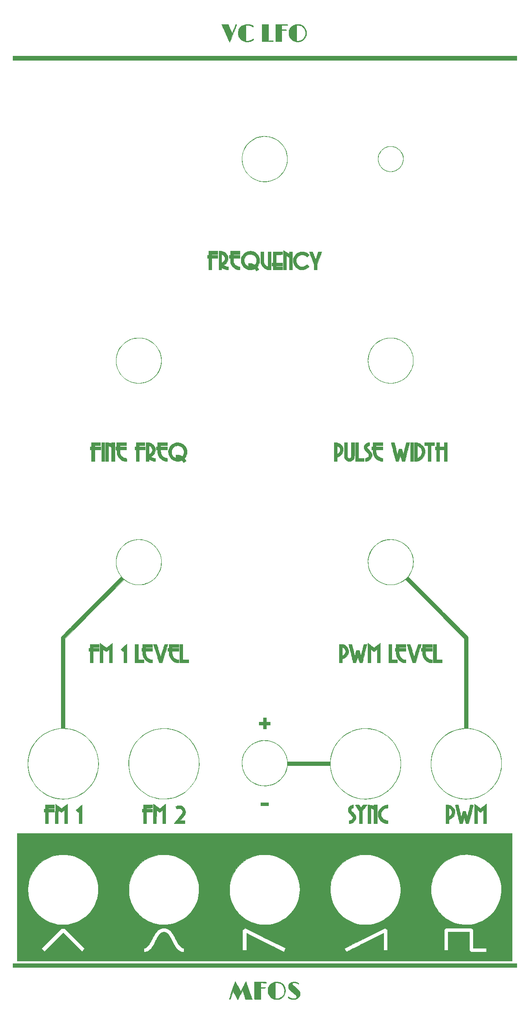
<source format=gbr>
%TF.GenerationSoftware,KiCad,Pcbnew,5.1.8-db9833491~88~ubuntu20.04.1*%
%TF.CreationDate,2020-12-09T09:22:21-05:00*%
%TF.ProjectId,mfos_vclfo_sync-panel,6d666f73-5f76-4636-9c66-6f5f73796e63,rev?*%
%TF.SameCoordinates,Original*%
%TF.FileFunction,Legend,Top*%
%TF.FilePolarity,Positive*%
%FSLAX46Y46*%
G04 Gerber Fmt 4.6, Leading zero omitted, Abs format (unit mm)*
G04 Created by KiCad (PCBNEW 5.1.8-db9833491~88~ubuntu20.04.1) date 2020-12-09 09:22:21*
%MOMM*%
%LPD*%
G01*
G04 APERTURE LIST*
%ADD10C,0.010000*%
G04 APERTURE END LIST*
D10*
%TO.C,G\u002A\u002A\u002A*%
G36*
X69197135Y-173215105D02*
G01*
X69231808Y-173277783D01*
X69284877Y-173376659D01*
X69353966Y-173507222D01*
X69436696Y-173664961D01*
X69530691Y-173845367D01*
X69633574Y-174043930D01*
X69720967Y-174213375D01*
X70245834Y-175233081D01*
X70758569Y-174207860D01*
X70896691Y-173933201D01*
X71013617Y-173703985D01*
X71109659Y-173519635D01*
X71185130Y-173379570D01*
X71240340Y-173283212D01*
X71275603Y-173229983D01*
X71291230Y-173219304D01*
X71291266Y-173219369D01*
X71302579Y-173248629D01*
X71328726Y-173320961D01*
X71368103Y-173431743D01*
X71419106Y-173576352D01*
X71480129Y-173750167D01*
X71549569Y-173948564D01*
X71625821Y-174166922D01*
X71707280Y-174400618D01*
X71792341Y-174645029D01*
X71879400Y-174895534D01*
X71966853Y-175147510D01*
X72053094Y-175396335D01*
X72136519Y-175637385D01*
X72215524Y-175866040D01*
X72288504Y-176077677D01*
X72353854Y-176267672D01*
X72409970Y-176431405D01*
X72455248Y-176564252D01*
X72488081Y-176661591D01*
X72506867Y-176718800D01*
X72510800Y-176732470D01*
X72486527Y-176736854D01*
X72418215Y-176740784D01*
X72312625Y-176744092D01*
X72176516Y-176746608D01*
X72016650Y-176748162D01*
X71868143Y-176748600D01*
X71225486Y-176748600D01*
X70937183Y-175853250D01*
X70871298Y-175649507D01*
X70809802Y-175460990D01*
X70754521Y-175293180D01*
X70707286Y-175151559D01*
X70669924Y-175041609D01*
X70644266Y-174968810D01*
X70632140Y-174938643D01*
X70631919Y-174938349D01*
X70617017Y-174955107D01*
X70583451Y-175012198D01*
X70534169Y-175103980D01*
X70472118Y-175224813D01*
X70400246Y-175369055D01*
X70321501Y-175531064D01*
X70313399Y-175547949D01*
X70223723Y-175734996D01*
X70131812Y-175926629D01*
X70042778Y-176112189D01*
X69961737Y-176281020D01*
X69893803Y-176422463D01*
X69855472Y-176502202D01*
X69699106Y-176827305D01*
X69222012Y-175975152D01*
X69115469Y-175785558D01*
X69016406Y-175610629D01*
X68927598Y-175455165D01*
X68851820Y-175323961D01*
X68791845Y-175221817D01*
X68750449Y-175153529D01*
X68730405Y-175123895D01*
X68729209Y-175123029D01*
X68717164Y-175146093D01*
X68692228Y-175210635D01*
X68656857Y-175309706D01*
X68613505Y-175436357D01*
X68564629Y-175583639D01*
X68543010Y-175650079D01*
X68458110Y-175912161D01*
X68387004Y-176129975D01*
X68327935Y-176307616D01*
X68279146Y-176449176D01*
X68238878Y-176558749D01*
X68205374Y-176640428D01*
X68176876Y-176698308D01*
X68151627Y-176736481D01*
X68127868Y-176759040D01*
X68103843Y-176770080D01*
X68077792Y-176773693D01*
X68060400Y-176774000D01*
X68015811Y-176753030D01*
X67986172Y-176713120D01*
X67976551Y-176678936D01*
X67979727Y-176636026D01*
X67998454Y-176574432D01*
X68035490Y-176484194D01*
X68072273Y-176401970D01*
X68100935Y-176332414D01*
X68143633Y-176219697D01*
X68198575Y-176068929D01*
X68263973Y-175885222D01*
X68338034Y-175673686D01*
X68418970Y-175439431D01*
X68504990Y-175187568D01*
X68594304Y-174923209D01*
X68678242Y-174672150D01*
X68765656Y-174409969D01*
X68848517Y-174162642D01*
X68925419Y-173934291D01*
X68994955Y-173729034D01*
X69055720Y-173550992D01*
X69106305Y-173404284D01*
X69145304Y-173293032D01*
X69171311Y-173221354D01*
X69182918Y-173193371D01*
X69183235Y-173193134D01*
X69197135Y-173215105D01*
G37*
X69197135Y-173215105D02*
X69231808Y-173277783D01*
X69284877Y-173376659D01*
X69353966Y-173507222D01*
X69436696Y-173664961D01*
X69530691Y-173845367D01*
X69633574Y-174043930D01*
X69720967Y-174213375D01*
X70245834Y-175233081D01*
X70758569Y-174207860D01*
X70896691Y-173933201D01*
X71013617Y-173703985D01*
X71109659Y-173519635D01*
X71185130Y-173379570D01*
X71240340Y-173283212D01*
X71275603Y-173229983D01*
X71291230Y-173219304D01*
X71291266Y-173219369D01*
X71302579Y-173248629D01*
X71328726Y-173320961D01*
X71368103Y-173431743D01*
X71419106Y-173576352D01*
X71480129Y-173750167D01*
X71549569Y-173948564D01*
X71625821Y-174166922D01*
X71707280Y-174400618D01*
X71792341Y-174645029D01*
X71879400Y-174895534D01*
X71966853Y-175147510D01*
X72053094Y-175396335D01*
X72136519Y-175637385D01*
X72215524Y-175866040D01*
X72288504Y-176077677D01*
X72353854Y-176267672D01*
X72409970Y-176431405D01*
X72455248Y-176564252D01*
X72488081Y-176661591D01*
X72506867Y-176718800D01*
X72510800Y-176732470D01*
X72486527Y-176736854D01*
X72418215Y-176740784D01*
X72312625Y-176744092D01*
X72176516Y-176746608D01*
X72016650Y-176748162D01*
X71868143Y-176748600D01*
X71225486Y-176748600D01*
X70937183Y-175853250D01*
X70871298Y-175649507D01*
X70809802Y-175460990D01*
X70754521Y-175293180D01*
X70707286Y-175151559D01*
X70669924Y-175041609D01*
X70644266Y-174968810D01*
X70632140Y-174938643D01*
X70631919Y-174938349D01*
X70617017Y-174955107D01*
X70583451Y-175012198D01*
X70534169Y-175103980D01*
X70472118Y-175224813D01*
X70400246Y-175369055D01*
X70321501Y-175531064D01*
X70313399Y-175547949D01*
X70223723Y-175734996D01*
X70131812Y-175926629D01*
X70042778Y-176112189D01*
X69961737Y-176281020D01*
X69893803Y-176422463D01*
X69855472Y-176502202D01*
X69699106Y-176827305D01*
X69222012Y-175975152D01*
X69115469Y-175785558D01*
X69016406Y-175610629D01*
X68927598Y-175455165D01*
X68851820Y-175323961D01*
X68791845Y-175221817D01*
X68750449Y-175153529D01*
X68730405Y-175123895D01*
X68729209Y-175123029D01*
X68717164Y-175146093D01*
X68692228Y-175210635D01*
X68656857Y-175309706D01*
X68613505Y-175436357D01*
X68564629Y-175583639D01*
X68543010Y-175650079D01*
X68458110Y-175912161D01*
X68387004Y-176129975D01*
X68327935Y-176307616D01*
X68279146Y-176449176D01*
X68238878Y-176558749D01*
X68205374Y-176640428D01*
X68176876Y-176698308D01*
X68151627Y-176736481D01*
X68127868Y-176759040D01*
X68103843Y-176770080D01*
X68077792Y-176773693D01*
X68060400Y-176774000D01*
X68015811Y-176753030D01*
X67986172Y-176713120D01*
X67976551Y-176678936D01*
X67979727Y-176636026D01*
X67998454Y-176574432D01*
X68035490Y-176484194D01*
X68072273Y-176401970D01*
X68100935Y-176332414D01*
X68143633Y-176219697D01*
X68198575Y-176068929D01*
X68263973Y-175885222D01*
X68338034Y-175673686D01*
X68418970Y-175439431D01*
X68504990Y-175187568D01*
X68594304Y-174923209D01*
X68678242Y-174672150D01*
X68765656Y-174409969D01*
X68848517Y-174162642D01*
X68925419Y-173934291D01*
X68994955Y-173729034D01*
X69055720Y-173550992D01*
X69106305Y-173404284D01*
X69145304Y-173293032D01*
X69171311Y-173221354D01*
X69182918Y-173193371D01*
X69183235Y-173193134D01*
X69197135Y-173215105D01*
G36*
X77639759Y-173308203D02*
G01*
X77856816Y-173340706D01*
X78021989Y-173384277D01*
X78229401Y-173471853D01*
X78430709Y-173588853D01*
X78609749Y-173724857D01*
X78721584Y-173835203D01*
X78817842Y-173963929D01*
X78913006Y-174125488D01*
X78998526Y-174302463D01*
X79065850Y-174477437D01*
X79102123Y-174610310D01*
X79142026Y-174916643D01*
X79136251Y-175213066D01*
X79087131Y-175495617D01*
X78996996Y-175760328D01*
X78868178Y-176003236D01*
X78703007Y-176220374D01*
X78503816Y-176407779D01*
X78272935Y-176561485D01*
X78012695Y-176677526D01*
X77859786Y-176723383D01*
X77669701Y-176757282D01*
X77455093Y-176772678D01*
X77235623Y-176769561D01*
X77030952Y-176747922D01*
X76914666Y-176723790D01*
X76637897Y-176625983D01*
X76387539Y-176486231D01*
X76166878Y-176307820D01*
X75979196Y-176094035D01*
X75827778Y-175848164D01*
X75715909Y-175573490D01*
X75695407Y-175504000D01*
X75672966Y-175400751D01*
X75658736Y-175279109D01*
X75651666Y-175127187D01*
X75650414Y-174996000D01*
X75651649Y-174848513D01*
X75656241Y-174737506D01*
X75665990Y-174648683D01*
X75682698Y-174567747D01*
X75708165Y-174480402D01*
X75719885Y-174444451D01*
X75810661Y-174230259D01*
X75936048Y-174019549D01*
X76084454Y-173830091D01*
X76188490Y-173726115D01*
X76326562Y-173621469D01*
X76497445Y-173519825D01*
X76596487Y-173472000D01*
X77159000Y-173472000D01*
X77159000Y-176593416D01*
X77279650Y-176601158D01*
X77508543Y-176598739D01*
X77743576Y-176565915D01*
X77960723Y-176506261D01*
X77989593Y-176495482D01*
X78233784Y-176374500D01*
X78447006Y-176214966D01*
X78626414Y-176020635D01*
X78769160Y-175795261D01*
X78872397Y-175542600D01*
X78933280Y-175266405D01*
X78935723Y-175247571D01*
X78948584Y-174962999D01*
X78917125Y-174689494D01*
X78843822Y-174431969D01*
X78731153Y-174195334D01*
X78581596Y-173984502D01*
X78397626Y-173804384D01*
X78181721Y-173659891D01*
X78118885Y-173627915D01*
X77955937Y-173557088D01*
X77807382Y-173510362D01*
X77654276Y-173483634D01*
X77477673Y-173472802D01*
X77399049Y-173472000D01*
X77159000Y-173472000D01*
X76596487Y-173472000D01*
X76683486Y-173429991D01*
X76867028Y-173360774D01*
X76983402Y-173329552D01*
X77184627Y-173301655D01*
X77409554Y-173294862D01*
X77639759Y-173308203D01*
G37*
X77639759Y-173308203D02*
X77856816Y-173340706D01*
X78021989Y-173384277D01*
X78229401Y-173471853D01*
X78430709Y-173588853D01*
X78609749Y-173724857D01*
X78721584Y-173835203D01*
X78817842Y-173963929D01*
X78913006Y-174125488D01*
X78998526Y-174302463D01*
X79065850Y-174477437D01*
X79102123Y-174610310D01*
X79142026Y-174916643D01*
X79136251Y-175213066D01*
X79087131Y-175495617D01*
X78996996Y-175760328D01*
X78868178Y-176003236D01*
X78703007Y-176220374D01*
X78503816Y-176407779D01*
X78272935Y-176561485D01*
X78012695Y-176677526D01*
X77859786Y-176723383D01*
X77669701Y-176757282D01*
X77455093Y-176772678D01*
X77235623Y-176769561D01*
X77030952Y-176747922D01*
X76914666Y-176723790D01*
X76637897Y-176625983D01*
X76387539Y-176486231D01*
X76166878Y-176307820D01*
X75979196Y-176094035D01*
X75827778Y-175848164D01*
X75715909Y-175573490D01*
X75695407Y-175504000D01*
X75672966Y-175400751D01*
X75658736Y-175279109D01*
X75651666Y-175127187D01*
X75650414Y-174996000D01*
X75651649Y-174848513D01*
X75656241Y-174737506D01*
X75665990Y-174648683D01*
X75682698Y-174567747D01*
X75708165Y-174480402D01*
X75719885Y-174444451D01*
X75810661Y-174230259D01*
X75936048Y-174019549D01*
X76084454Y-173830091D01*
X76188490Y-173726115D01*
X76326562Y-173621469D01*
X76497445Y-173519825D01*
X76596487Y-173472000D01*
X77159000Y-173472000D01*
X77159000Y-176593416D01*
X77279650Y-176601158D01*
X77508543Y-176598739D01*
X77743576Y-176565915D01*
X77960723Y-176506261D01*
X77989593Y-176495482D01*
X78233784Y-176374500D01*
X78447006Y-176214966D01*
X78626414Y-176020635D01*
X78769160Y-175795261D01*
X78872397Y-175542600D01*
X78933280Y-175266405D01*
X78935723Y-175247571D01*
X78948584Y-174962999D01*
X78917125Y-174689494D01*
X78843822Y-174431969D01*
X78731153Y-174195334D01*
X78581596Y-173984502D01*
X78397626Y-173804384D01*
X78181721Y-173659891D01*
X78118885Y-173627915D01*
X77955937Y-173557088D01*
X77807382Y-173510362D01*
X77654276Y-173483634D01*
X77477673Y-173472802D01*
X77399049Y-173472000D01*
X77159000Y-173472000D01*
X76596487Y-173472000D01*
X76683486Y-173429991D01*
X76867028Y-173360774D01*
X76983402Y-173329552D01*
X77184627Y-173301655D01*
X77409554Y-173294862D01*
X77639759Y-173308203D01*
G36*
X81125945Y-173310109D02*
G01*
X81353234Y-173357171D01*
X81557307Y-173437747D01*
X81585434Y-173452292D01*
X81699689Y-173525702D01*
X81764156Y-173597409D01*
X81778431Y-173666904D01*
X81773015Y-173686856D01*
X81739700Y-173731670D01*
X81685615Y-173738417D01*
X81606173Y-173706761D01*
X81546011Y-173670239D01*
X81404360Y-173585679D01*
X81273521Y-173530068D01*
X81134052Y-173497270D01*
X80966511Y-173481146D01*
X80943600Y-173480040D01*
X80799264Y-173477692D01*
X80695591Y-173487540D01*
X80623286Y-173512571D01*
X80573054Y-173555769D01*
X80540542Y-173609475D01*
X80521173Y-173663069D01*
X80517345Y-173717243D01*
X80532027Y-173775705D01*
X80568189Y-173842162D01*
X80628800Y-173920319D01*
X80716829Y-174013885D01*
X80835244Y-174126566D01*
X80987016Y-174262070D01*
X81175112Y-174424102D01*
X81231221Y-174471785D01*
X81472238Y-174686421D01*
X81668571Y-174884895D01*
X81822310Y-175070856D01*
X81935548Y-175247958D01*
X82010376Y-175419849D01*
X82048886Y-175590183D01*
X82053170Y-175762609D01*
X82038098Y-175880233D01*
X81973663Y-176097953D01*
X81866403Y-176289714D01*
X81718196Y-176453687D01*
X81530923Y-176588038D01*
X81306461Y-176690938D01*
X81160513Y-176735350D01*
X81058274Y-176752907D01*
X80921480Y-176764772D01*
X80766080Y-176770742D01*
X80608024Y-176770612D01*
X80463258Y-176764180D01*
X80347732Y-176751240D01*
X80321300Y-176746089D01*
X80165210Y-176703191D01*
X80014345Y-176647513D01*
X79877337Y-176583641D01*
X79762824Y-176516161D01*
X79679441Y-176449659D01*
X79635821Y-176388721D01*
X79633334Y-176380714D01*
X79634832Y-176307958D01*
X79672899Y-176256881D01*
X79728599Y-176240600D01*
X79773324Y-176255286D01*
X79841686Y-176293591D01*
X79910936Y-176341436D01*
X80007465Y-176404778D01*
X80124611Y-176468412D01*
X80220996Y-176511861D01*
X80300033Y-176541198D01*
X80369985Y-176561012D01*
X80444342Y-176573182D01*
X80536595Y-176579588D01*
X80660236Y-176582112D01*
X80727700Y-176582475D01*
X80867640Y-176582028D01*
X80968002Y-176578717D01*
X81039990Y-176571112D01*
X81094804Y-176557780D01*
X81143648Y-176537290D01*
X81164171Y-176526690D01*
X81268220Y-176456283D01*
X81327894Y-176376149D01*
X81349617Y-176277039D01*
X81350000Y-176259086D01*
X81346101Y-176200189D01*
X81332000Y-176143312D01*
X81304092Y-176084571D01*
X81258770Y-176020079D01*
X81192428Y-175945951D01*
X81101462Y-175858304D01*
X80982263Y-175753251D01*
X80831228Y-175626907D01*
X80644749Y-175475388D01*
X80557840Y-175405590D01*
X80363500Y-175246653D01*
X80206027Y-175109884D01*
X80079890Y-174989465D01*
X79979559Y-174879579D01*
X79899506Y-174774405D01*
X79834200Y-174668128D01*
X79806460Y-174615000D01*
X79774486Y-174545470D01*
X79754115Y-174482515D01*
X79742799Y-174411188D01*
X79737984Y-174316544D01*
X79737100Y-174208600D01*
X79738541Y-174081943D01*
X79744414Y-173991695D01*
X79757039Y-173923509D01*
X79778740Y-173863037D01*
X79800287Y-173818175D01*
X79911961Y-173654219D01*
X80063055Y-173518480D01*
X80249469Y-173412973D01*
X80467102Y-173339709D01*
X80711854Y-173300705D01*
X80866386Y-173294575D01*
X81125945Y-173310109D01*
G37*
X81125945Y-173310109D02*
X81353234Y-173357171D01*
X81557307Y-173437747D01*
X81585434Y-173452292D01*
X81699689Y-173525702D01*
X81764156Y-173597409D01*
X81778431Y-173666904D01*
X81773015Y-173686856D01*
X81739700Y-173731670D01*
X81685615Y-173738417D01*
X81606173Y-173706761D01*
X81546011Y-173670239D01*
X81404360Y-173585679D01*
X81273521Y-173530068D01*
X81134052Y-173497270D01*
X80966511Y-173481146D01*
X80943600Y-173480040D01*
X80799264Y-173477692D01*
X80695591Y-173487540D01*
X80623286Y-173512571D01*
X80573054Y-173555769D01*
X80540542Y-173609475D01*
X80521173Y-173663069D01*
X80517345Y-173717243D01*
X80532027Y-173775705D01*
X80568189Y-173842162D01*
X80628800Y-173920319D01*
X80716829Y-174013885D01*
X80835244Y-174126566D01*
X80987016Y-174262070D01*
X81175112Y-174424102D01*
X81231221Y-174471785D01*
X81472238Y-174686421D01*
X81668571Y-174884895D01*
X81822310Y-175070856D01*
X81935548Y-175247958D01*
X82010376Y-175419849D01*
X82048886Y-175590183D01*
X82053170Y-175762609D01*
X82038098Y-175880233D01*
X81973663Y-176097953D01*
X81866403Y-176289714D01*
X81718196Y-176453687D01*
X81530923Y-176588038D01*
X81306461Y-176690938D01*
X81160513Y-176735350D01*
X81058274Y-176752907D01*
X80921480Y-176764772D01*
X80766080Y-176770742D01*
X80608024Y-176770612D01*
X80463258Y-176764180D01*
X80347732Y-176751240D01*
X80321300Y-176746089D01*
X80165210Y-176703191D01*
X80014345Y-176647513D01*
X79877337Y-176583641D01*
X79762824Y-176516161D01*
X79679441Y-176449659D01*
X79635821Y-176388721D01*
X79633334Y-176380714D01*
X79634832Y-176307958D01*
X79672899Y-176256881D01*
X79728599Y-176240600D01*
X79773324Y-176255286D01*
X79841686Y-176293591D01*
X79910936Y-176341436D01*
X80007465Y-176404778D01*
X80124611Y-176468412D01*
X80220996Y-176511861D01*
X80300033Y-176541198D01*
X80369985Y-176561012D01*
X80444342Y-176573182D01*
X80536595Y-176579588D01*
X80660236Y-176582112D01*
X80727700Y-176582475D01*
X80867640Y-176582028D01*
X80968002Y-176578717D01*
X81039990Y-176571112D01*
X81094804Y-176557780D01*
X81143648Y-176537290D01*
X81164171Y-176526690D01*
X81268220Y-176456283D01*
X81327894Y-176376149D01*
X81349617Y-176277039D01*
X81350000Y-176259086D01*
X81346101Y-176200189D01*
X81332000Y-176143312D01*
X81304092Y-176084571D01*
X81258770Y-176020079D01*
X81192428Y-175945951D01*
X81101462Y-175858304D01*
X80982263Y-175753251D01*
X80831228Y-175626907D01*
X80644749Y-175475388D01*
X80557840Y-175405590D01*
X80363500Y-175246653D01*
X80206027Y-175109884D01*
X80079890Y-174989465D01*
X79979559Y-174879579D01*
X79899506Y-174774405D01*
X79834200Y-174668128D01*
X79806460Y-174615000D01*
X79774486Y-174545470D01*
X79754115Y-174482515D01*
X79742799Y-174411188D01*
X79737984Y-174316544D01*
X79737100Y-174208600D01*
X79738541Y-174081943D01*
X79744414Y-173991695D01*
X79757039Y-173923509D01*
X79778740Y-173863037D01*
X79800287Y-173818175D01*
X79911961Y-173654219D01*
X80063055Y-173518480D01*
X80249469Y-173412973D01*
X80467102Y-173339709D01*
X80711854Y-173300705D01*
X80866386Y-173294575D01*
X81125945Y-173310109D01*
G36*
X74733983Y-173324755D02*
G01*
X74954335Y-173326588D01*
X75124635Y-173329949D01*
X75244679Y-173334835D01*
X75314265Y-173341243D01*
X75331379Y-173345631D01*
X75373667Y-173390778D01*
X75374039Y-173447740D01*
X75333231Y-173500736D01*
X75323850Y-173507212D01*
X75269444Y-173528795D01*
X75195794Y-173529823D01*
X75139700Y-173522011D01*
X75068496Y-173514189D01*
X74959447Y-173507413D01*
X74825504Y-173502264D01*
X74679617Y-173499324D01*
X74625350Y-173498914D01*
X74238000Y-173497400D01*
X74238000Y-174361000D01*
X74666689Y-174361000D01*
X74828305Y-174361676D01*
X74946469Y-174364133D01*
X75028515Y-174369008D01*
X75081780Y-174376939D01*
X75113598Y-174388566D01*
X75128766Y-174401229D01*
X75148429Y-174450103D01*
X75135489Y-174483779D01*
X75119410Y-174499548D01*
X75089090Y-174511255D01*
X75037271Y-174519674D01*
X74956696Y-174525578D01*
X74840105Y-174529742D01*
X74680240Y-174532940D01*
X74673412Y-174533049D01*
X74238000Y-174539999D01*
X74238000Y-176748600D01*
X73627602Y-176748600D01*
X73424146Y-176747953D01*
X73266821Y-176745855D01*
X73150973Y-176742068D01*
X73071947Y-176736355D01*
X73025089Y-176728478D01*
X73005745Y-176718200D01*
X73005073Y-176716850D01*
X73003091Y-176686604D01*
X73001406Y-176609851D01*
X73000030Y-176490882D01*
X72998979Y-176333991D01*
X72998266Y-176143469D01*
X72997905Y-175923608D01*
X72997909Y-175678700D01*
X72998294Y-175413038D01*
X72999073Y-175130913D01*
X72999520Y-175008700D01*
X73006100Y-173332300D01*
X74143929Y-173325687D01*
X74463780Y-173324453D01*
X74733983Y-173324755D01*
G37*
X74733983Y-173324755D02*
X74954335Y-173326588D01*
X75124635Y-173329949D01*
X75244679Y-173334835D01*
X75314265Y-173341243D01*
X75331379Y-173345631D01*
X75373667Y-173390778D01*
X75374039Y-173447740D01*
X75333231Y-173500736D01*
X75323850Y-173507212D01*
X75269444Y-173528795D01*
X75195794Y-173529823D01*
X75139700Y-173522011D01*
X75068496Y-173514189D01*
X74959447Y-173507413D01*
X74825504Y-173502264D01*
X74679617Y-173499324D01*
X74625350Y-173498914D01*
X74238000Y-173497400D01*
X74238000Y-174361000D01*
X74666689Y-174361000D01*
X74828305Y-174361676D01*
X74946469Y-174364133D01*
X75028515Y-174369008D01*
X75081780Y-174376939D01*
X75113598Y-174388566D01*
X75128766Y-174401229D01*
X75148429Y-174450103D01*
X75135489Y-174483779D01*
X75119410Y-174499548D01*
X75089090Y-174511255D01*
X75037271Y-174519674D01*
X74956696Y-174525578D01*
X74840105Y-174529742D01*
X74680240Y-174532940D01*
X74673412Y-174533049D01*
X74238000Y-174539999D01*
X74238000Y-176748600D01*
X73627602Y-176748600D01*
X73424146Y-176747953D01*
X73266821Y-176745855D01*
X73150973Y-176742068D01*
X73071947Y-176736355D01*
X73025089Y-176728478D01*
X73005745Y-176718200D01*
X73005073Y-176716850D01*
X73003091Y-176686604D01*
X73001406Y-176609851D01*
X73000030Y-176490882D01*
X72998979Y-176333991D01*
X72998266Y-176143469D01*
X72997905Y-175923608D01*
X72997909Y-175678700D01*
X72998294Y-175413038D01*
X72999073Y-175130913D01*
X72999520Y-175008700D01*
X73006100Y-173332300D01*
X74143929Y-173325687D01*
X74463780Y-173324453D01*
X74733983Y-173324755D01*
G36*
X125012600Y-170398600D02*
G01*
X25012800Y-170398600D01*
X25012800Y-169611200D01*
X125012600Y-169611200D01*
X125012600Y-170398600D01*
G37*
X125012600Y-170398600D02*
X25012800Y-170398600D01*
X25012800Y-169611200D01*
X125012600Y-169611200D01*
X125012600Y-170398600D01*
G36*
X124149050Y-169128600D02*
G01*
X25876349Y-169128600D01*
X25877220Y-167401400D01*
X51021110Y-167401400D01*
X51078905Y-167400513D01*
X51131681Y-167395641D01*
X51216851Y-167383628D01*
X51316932Y-167366967D01*
X51327200Y-167365121D01*
X51594797Y-167294931D01*
X51847732Y-167183099D01*
X52088090Y-167027951D01*
X52317960Y-166827814D01*
X52539426Y-166581017D01*
X52754576Y-166285884D01*
X52840730Y-166151676D01*
X52889356Y-166069260D01*
X52956653Y-165949359D01*
X53038383Y-165799830D01*
X53130308Y-165628529D01*
X53228189Y-165443313D01*
X53327789Y-165252039D01*
X53365464Y-165178900D01*
X53541637Y-164842170D01*
X53702259Y-164549825D01*
X53849928Y-164298803D01*
X53987242Y-164086041D01*
X54116799Y-163908476D01*
X54241196Y-163763046D01*
X54363030Y-163646688D01*
X54484900Y-163556340D01*
X54609403Y-163488938D01*
X54739137Y-163441421D01*
X54863300Y-163412989D01*
X55066934Y-163399075D01*
X55261797Y-163431067D01*
X55451448Y-163510275D01*
X55639448Y-163638006D01*
X55755540Y-163740984D01*
X55845453Y-163833529D01*
X55933964Y-163937822D01*
X56024130Y-164058710D01*
X56119006Y-164201040D01*
X56221651Y-164369662D01*
X56335121Y-164569422D01*
X56462472Y-164805168D01*
X56606762Y-165081748D01*
X56632370Y-165131566D01*
X56781853Y-165420687D01*
X56913080Y-165669084D01*
X57029316Y-165882053D01*
X57133829Y-166064885D01*
X57229883Y-166222875D01*
X57320745Y-166361314D01*
X57409681Y-166485497D01*
X57499957Y-166600715D01*
X57594839Y-166712264D01*
X57636463Y-166758866D01*
X57837625Y-166951005D01*
X58063589Y-167113506D01*
X58305380Y-167241799D01*
X58554022Y-167331313D01*
X58800543Y-167377478D01*
X58859220Y-167381638D01*
X59010700Y-167388700D01*
X59017708Y-167001999D01*
X59017864Y-166995000D01*
X70605492Y-166995000D01*
X71418600Y-166995000D01*
X71418600Y-163642165D01*
X75120650Y-165494979D01*
X75527108Y-165698394D01*
X75921156Y-165895579D01*
X76300408Y-166085339D01*
X76662475Y-166266482D01*
X77004971Y-166437814D01*
X77325509Y-166598140D01*
X77621701Y-166746267D01*
X77891161Y-166881003D01*
X78131501Y-167001152D01*
X78340334Y-167105521D01*
X78515273Y-167192917D01*
X78653931Y-167262147D01*
X78753920Y-167312015D01*
X78812854Y-167341330D01*
X78828880Y-167349196D01*
X78841733Y-167328228D01*
X78873194Y-167269427D01*
X78919276Y-167180454D01*
X78975991Y-167068974D01*
X79013170Y-166995059D01*
X79188883Y-166644300D01*
X90859768Y-166644300D01*
X90867249Y-166670203D01*
X90892945Y-166731659D01*
X90932223Y-166819006D01*
X90980449Y-166922582D01*
X91032992Y-167032725D01*
X91085218Y-167139773D01*
X91132493Y-167234064D01*
X91170185Y-167305936D01*
X91193661Y-167345728D01*
X91198448Y-167350600D01*
X91221525Y-167339435D01*
X91287649Y-167306735D01*
X91394434Y-167253691D01*
X91539493Y-167181493D01*
X91720440Y-167091333D01*
X91934889Y-166984401D01*
X92180454Y-166861888D01*
X92454749Y-166724986D01*
X92755388Y-166574885D01*
X93079984Y-166412776D01*
X93426151Y-166239850D01*
X93791503Y-166057298D01*
X94173654Y-165866311D01*
X94570217Y-165668079D01*
X94913634Y-165496382D01*
X98622000Y-163642165D01*
X98622000Y-166995000D01*
X99409400Y-166995000D01*
X99409124Y-164994750D01*
X99408849Y-162994500D01*
X99406900Y-162993308D01*
X110610800Y-162993308D01*
X110610800Y-166995000D01*
X111397859Y-166995000D01*
X111404379Y-165197950D01*
X111410900Y-163400900D01*
X115614600Y-163387906D01*
X115614600Y-167006576D01*
X116007108Y-167401400D01*
X119018200Y-167401400D01*
X119018200Y-166614461D01*
X117716450Y-166607880D01*
X116414700Y-166601300D01*
X116408177Y-164798288D01*
X116401655Y-162995277D01*
X116205573Y-162798038D01*
X116009491Y-162600800D01*
X111005623Y-162600800D01*
X110808211Y-162797054D01*
X110610800Y-162993308D01*
X99406900Y-162993308D01*
X99123374Y-162819961D01*
X98837900Y-162645423D01*
X94854521Y-164636061D01*
X94432478Y-164847038D01*
X94022720Y-165052005D01*
X93627553Y-165249803D01*
X93249285Y-165439271D01*
X92890222Y-165619250D01*
X92552672Y-165788580D01*
X92238941Y-165946101D01*
X91951337Y-166090654D01*
X91692167Y-166221078D01*
X91463737Y-166336214D01*
X91268355Y-166434903D01*
X91108328Y-166515983D01*
X90985963Y-166578297D01*
X90903567Y-166620682D01*
X90863446Y-166641981D01*
X90859768Y-166644300D01*
X79188883Y-166644300D01*
X79191279Y-166639518D01*
X75194056Y-164640954D01*
X71196832Y-162642391D01*
X70907666Y-162820117D01*
X70618500Y-162997842D01*
X70605492Y-166995000D01*
X59017864Y-166995000D01*
X59021030Y-166853101D01*
X59022129Y-166747062D01*
X59017108Y-166675969D01*
X59002067Y-166631907D01*
X58973109Y-166606963D01*
X58926336Y-166593224D01*
X58857850Y-166582775D01*
X58807500Y-166575242D01*
X58633452Y-166523104D01*
X58456676Y-166423507D01*
X58281363Y-166279318D01*
X58122479Y-166106700D01*
X58049158Y-166013237D01*
X57976496Y-165912174D01*
X57901386Y-165798214D01*
X57820719Y-165666057D01*
X57731388Y-165510406D01*
X57630283Y-165325963D01*
X57514298Y-165107429D01*
X57380323Y-164849506D01*
X57347225Y-164785200D01*
X57197548Y-164496481D01*
X57065914Y-164248718D01*
X56949030Y-164036767D01*
X56843601Y-163855481D01*
X56746335Y-163699717D01*
X56653936Y-163564328D01*
X56563111Y-163444170D01*
X56470567Y-163334098D01*
X56373008Y-163228966D01*
X56310691Y-163166113D01*
X56070982Y-162959891D01*
X55816911Y-162801489D01*
X55545305Y-162689173D01*
X55341256Y-162636690D01*
X55050063Y-162603819D01*
X54763444Y-162620817D01*
X54484293Y-162686780D01*
X54215504Y-162800806D01*
X53959972Y-162961989D01*
X53761142Y-163129873D01*
X53652254Y-163236819D01*
X53552253Y-163343247D01*
X53457833Y-163454231D01*
X53365691Y-163574843D01*
X53272520Y-163710158D01*
X53175018Y-163865250D01*
X53069879Y-164045192D01*
X52953798Y-164255057D01*
X52823472Y-164499921D01*
X52675595Y-164784855D01*
X52647075Y-164840370D01*
X52547126Y-165032811D01*
X52445724Y-165223787D01*
X52347427Y-165405023D01*
X52256792Y-165568239D01*
X52178375Y-165705160D01*
X52116733Y-165807508D01*
X52101711Y-165830970D01*
X51922551Y-166078260D01*
X51740243Y-166277870D01*
X51555733Y-166429035D01*
X51369964Y-166530992D01*
X51183881Y-166582978D01*
X51169011Y-166584955D01*
X51035100Y-166601300D01*
X51021110Y-167401400D01*
X25877220Y-167401400D01*
X25877567Y-166715226D01*
X30740994Y-166715226D01*
X31298844Y-167274812D01*
X33153229Y-165420427D01*
X35007613Y-163566042D01*
X38728723Y-167286894D01*
X39014410Y-167001206D01*
X39300098Y-166715519D01*
X37306359Y-164721659D01*
X35312621Y-162727800D01*
X34728178Y-162727800D01*
X30740994Y-166715226D01*
X25877567Y-166715226D01*
X25882724Y-156498450D01*
X25883532Y-154897521D01*
X28039519Y-154897521D01*
X28041621Y-155127255D01*
X28047693Y-155358002D01*
X28057485Y-155578219D01*
X28070742Y-155776362D01*
X28087214Y-155940889D01*
X28096219Y-156004730D01*
X28217116Y-156607334D01*
X28382427Y-157187506D01*
X28591498Y-157743876D01*
X28843675Y-158275072D01*
X29138308Y-158779726D01*
X29474741Y-159256465D01*
X29852322Y-159703918D01*
X29865226Y-159717900D01*
X30293397Y-160144001D01*
X30749967Y-160528547D01*
X31232964Y-160870566D01*
X31740416Y-161169091D01*
X32270350Y-161423150D01*
X32820793Y-161631776D01*
X33389773Y-161793998D01*
X33975316Y-161908846D01*
X34436200Y-161964384D01*
X34640980Y-161976377D01*
X34880908Y-161980490D01*
X35141027Y-161977207D01*
X35406378Y-161967012D01*
X35662003Y-161950387D01*
X35892942Y-161927817D01*
X35998300Y-161913892D01*
X36586455Y-161801692D01*
X37161326Y-161641064D01*
X37719864Y-161433337D01*
X38259022Y-161179836D01*
X38775752Y-160881891D01*
X39267008Y-160540828D01*
X39414600Y-160425789D01*
X39551031Y-160310105D01*
X39709142Y-160165602D01*
X39878440Y-160002773D01*
X40048431Y-159832113D01*
X40208622Y-159664114D01*
X40348518Y-159509270D01*
X40439989Y-159400400D01*
X40797105Y-158914530D01*
X41109287Y-158405122D01*
X41376226Y-157872915D01*
X41597612Y-157318647D01*
X41773135Y-156743057D01*
X41902486Y-156146882D01*
X41957642Y-155780900D01*
X41970524Y-155642156D01*
X41979920Y-155464710D01*
X41985833Y-155260538D01*
X41988262Y-155041619D01*
X41987208Y-154819930D01*
X41986034Y-154764900D01*
X48033994Y-154764900D01*
X48037140Y-155353789D01*
X48089579Y-155934782D01*
X48190088Y-156505367D01*
X48337444Y-157063035D01*
X48530426Y-157605273D01*
X48767813Y-158129573D01*
X49048382Y-158633423D01*
X49370911Y-159114313D01*
X49734179Y-159569731D01*
X50136963Y-159997168D01*
X50578041Y-160394112D01*
X50894124Y-160641566D01*
X51368653Y-160961241D01*
X51870448Y-161239840D01*
X52395304Y-161476170D01*
X52939017Y-161669034D01*
X53497384Y-161817238D01*
X54066201Y-161919585D01*
X54641263Y-161974881D01*
X55218368Y-161981930D01*
X55544872Y-161964041D01*
X56144555Y-161891718D01*
X56726960Y-161771764D01*
X57290956Y-161604714D01*
X57835415Y-161391103D01*
X58359205Y-161131465D01*
X58861195Y-160826335D01*
X59340257Y-160476248D01*
X59795258Y-160081739D01*
X60045484Y-159835057D01*
X60440696Y-159391389D01*
X60792908Y-158921025D01*
X61101570Y-158425167D01*
X61366137Y-157905017D01*
X61586060Y-157361776D01*
X61760792Y-156796647D01*
X61889786Y-156210832D01*
X61972495Y-155605532D01*
X61972729Y-155603100D01*
X61984291Y-155428838D01*
X61989967Y-155218591D01*
X61990103Y-154985697D01*
X61985234Y-154752569D01*
X68034002Y-154752569D01*
X68036746Y-155322343D01*
X68085602Y-155889309D01*
X68180228Y-156450391D01*
X68320281Y-157002515D01*
X68505416Y-157542607D01*
X68735292Y-158067591D01*
X69009565Y-158574394D01*
X69327891Y-159059941D01*
X69547742Y-159349600D01*
X69936991Y-159795787D01*
X70359103Y-160205531D01*
X70811186Y-160577058D01*
X71290350Y-160908594D01*
X71793705Y-161198363D01*
X72318358Y-161444592D01*
X72861420Y-161645506D01*
X73419999Y-161799332D01*
X73603000Y-161838611D01*
X73750348Y-161867140D01*
X73885874Y-161890953D01*
X74021789Y-161911766D01*
X74170307Y-161931298D01*
X74343643Y-161951266D01*
X74554009Y-161973387D01*
X74580900Y-161976124D01*
X74675762Y-161981355D01*
X74810282Y-161982828D01*
X74973489Y-161980943D01*
X75154411Y-161976104D01*
X75342077Y-161968711D01*
X75525517Y-161959167D01*
X75693757Y-161947873D01*
X75835828Y-161935231D01*
X75898799Y-161927854D01*
X76487143Y-161825155D01*
X77058902Y-161675531D01*
X77611733Y-161480551D01*
X78143290Y-161241782D01*
X78651229Y-160960791D01*
X79133207Y-160639145D01*
X79586879Y-160278413D01*
X80009900Y-159880162D01*
X80399927Y-159445958D01*
X80754615Y-158977370D01*
X81071620Y-158475965D01*
X81077903Y-158465013D01*
X81348272Y-157942242D01*
X81572165Y-157401255D01*
X81749189Y-156845216D01*
X81878952Y-156277285D01*
X81961060Y-155700625D01*
X81995120Y-155118398D01*
X81987051Y-154790300D01*
X88038274Y-154790300D01*
X88044628Y-155395806D01*
X88099740Y-155987061D01*
X88203572Y-156563952D01*
X88356090Y-157126366D01*
X88557257Y-157674189D01*
X88807037Y-158207309D01*
X89105395Y-158725613D01*
X89445984Y-159220545D01*
X89591751Y-159403034D01*
X89769367Y-159604860D01*
X89969033Y-159816276D01*
X90180950Y-160027531D01*
X90395318Y-160228879D01*
X90602339Y-160410571D01*
X90792212Y-160562857D01*
X90804824Y-160572326D01*
X91306278Y-160916280D01*
X91826212Y-161212923D01*
X92364405Y-161462170D01*
X92920636Y-161663938D01*
X93494685Y-161818142D01*
X94086330Y-161924697D01*
X94443700Y-161965193D01*
X94614040Y-161975356D01*
X94820878Y-161979755D01*
X95050284Y-161978745D01*
X95288326Y-161972682D01*
X95521071Y-161961922D01*
X95734590Y-161946819D01*
X95914949Y-161927731D01*
X95915896Y-161927606D01*
X96494898Y-161826476D01*
X97055252Y-161679796D01*
X97595132Y-161489717D01*
X98112712Y-161258392D01*
X98606167Y-160987972D01*
X99073670Y-160680612D01*
X99513397Y-160338462D01*
X99923522Y-159963675D01*
X100302218Y-159558404D01*
X100647661Y-159124801D01*
X100958025Y-158665018D01*
X101231483Y-158181207D01*
X101466211Y-157675521D01*
X101660383Y-157150113D01*
X101812173Y-156607134D01*
X101919755Y-156048737D01*
X101981304Y-155477074D01*
X101991710Y-155034082D01*
X108028146Y-155034082D01*
X108056230Y-155616715D01*
X108133283Y-156199527D01*
X108259731Y-156779947D01*
X108417226Y-157301380D01*
X108558689Y-157667648D01*
X108735276Y-158049637D01*
X108939961Y-158434720D01*
X109165715Y-158810267D01*
X109405509Y-159163652D01*
X109585410Y-159400400D01*
X109701094Y-159536831D01*
X109845597Y-159694942D01*
X110008426Y-159864240D01*
X110179086Y-160034231D01*
X110347085Y-160194422D01*
X110501929Y-160334318D01*
X110610800Y-160425789D01*
X110939529Y-160671106D01*
X111299360Y-160907489D01*
X111677800Y-161127991D01*
X112062351Y-161325664D01*
X112440520Y-161493559D01*
X112719000Y-161598006D01*
X113291977Y-161767715D01*
X113881350Y-161891991D01*
X114456572Y-161966854D01*
X114613494Y-161976168D01*
X114807559Y-161980128D01*
X115025433Y-161979097D01*
X115253781Y-161973436D01*
X115479269Y-161963505D01*
X115688563Y-161949666D01*
X115868328Y-161932279D01*
X115905692Y-161927606D01*
X116496934Y-161824435D01*
X117071365Y-161673874D01*
X117626923Y-161476988D01*
X118161546Y-161234841D01*
X118673172Y-160948498D01*
X119159739Y-160619022D01*
X119619185Y-160247479D01*
X120049448Y-159834932D01*
X120134484Y-159744719D01*
X120521833Y-159290524D01*
X120864938Y-158811782D01*
X121163974Y-158308128D01*
X121419116Y-157779200D01*
X121630538Y-157224634D01*
X121798414Y-156644066D01*
X121922918Y-156037132D01*
X121928183Y-156005006D01*
X121946408Y-155859829D01*
X121961489Y-155675521D01*
X121973165Y-155463667D01*
X121981179Y-155235853D01*
X121985272Y-155003666D01*
X121985185Y-154778691D01*
X121980659Y-154572516D01*
X121971435Y-154396725D01*
X121965603Y-154329836D01*
X121879402Y-153728285D01*
X121745757Y-153144745D01*
X121564920Y-152579831D01*
X121337141Y-152034158D01*
X121062671Y-151508341D01*
X120741761Y-151002995D01*
X120450271Y-150612000D01*
X120339281Y-150480704D01*
X120199243Y-150326987D01*
X120040194Y-150160883D01*
X119872165Y-149992427D01*
X119705193Y-149831652D01*
X119549311Y-149688594D01*
X119414553Y-149573285D01*
X119399200Y-149560928D01*
X118918590Y-149209259D01*
X118415358Y-148901798D01*
X117892389Y-148639102D01*
X117352568Y-148421731D01*
X116798778Y-148250243D01*
X116233904Y-148125195D01*
X115660831Y-148047147D01*
X115082443Y-148016656D01*
X114501625Y-148034280D01*
X113921261Y-148100578D01*
X113344236Y-148216109D01*
X112973991Y-148317364D01*
X112472699Y-148492878D01*
X111974267Y-148713110D01*
X111489004Y-148972528D01*
X111027217Y-149265600D01*
X110599216Y-149586793D01*
X110581139Y-149601634D01*
X110425677Y-149736373D01*
X110252586Y-149897515D01*
X110072035Y-150074694D01*
X109894194Y-150257546D01*
X109729232Y-150435704D01*
X109587320Y-150598805D01*
X109515075Y-150688200D01*
X109166789Y-151176782D01*
X108864054Y-151686125D01*
X108607298Y-152213655D01*
X108396948Y-152756801D01*
X108233430Y-153312989D01*
X108117173Y-153879647D01*
X108048602Y-154454202D01*
X108028146Y-155034082D01*
X101991710Y-155034082D01*
X101994994Y-154894298D01*
X101991405Y-154764900D01*
X101944528Y-154166264D01*
X101849262Y-153580258D01*
X101706586Y-153009138D01*
X101517479Y-152455161D01*
X101282919Y-151920584D01*
X101003883Y-151407664D01*
X100681349Y-150918658D01*
X100316297Y-150455823D01*
X99955047Y-150066352D01*
X99514458Y-149660341D01*
X99048459Y-149298156D01*
X98556804Y-148979673D01*
X98039247Y-148704769D01*
X97495544Y-148473322D01*
X96925448Y-148285208D01*
X96328715Y-148140304D01*
X95993100Y-148079625D01*
X95838004Y-148060863D01*
X95643030Y-148046668D01*
X95418892Y-148037028D01*
X95176303Y-148031936D01*
X94925978Y-148031381D01*
X94678632Y-148035354D01*
X94444980Y-148043845D01*
X94235735Y-148056845D01*
X94061612Y-148074344D01*
X94011900Y-148081382D01*
X93421168Y-148198123D01*
X92849883Y-148360326D01*
X92300092Y-148566270D01*
X91773840Y-148814231D01*
X91273174Y-149102485D01*
X90800138Y-149429310D01*
X90356779Y-149792984D01*
X89945142Y-150191782D01*
X89567274Y-150623983D01*
X89225220Y-151087862D01*
X88921026Y-151581697D01*
X88656738Y-152103765D01*
X88434402Y-152652343D01*
X88373468Y-152830098D01*
X88249492Y-153247071D01*
X88156270Y-153653769D01*
X88091144Y-154065740D01*
X88051456Y-154498532D01*
X88038274Y-154790300D01*
X81987051Y-154790300D01*
X81980741Y-154533767D01*
X81917528Y-153949893D01*
X81805090Y-153369938D01*
X81741610Y-153122916D01*
X81631961Y-152772996D01*
X81493291Y-152405292D01*
X81332738Y-152035969D01*
X81157442Y-151681189D01*
X80974540Y-151357117D01*
X80929923Y-151285100D01*
X80592972Y-150798952D01*
X80217171Y-150343930D01*
X79805383Y-149922406D01*
X79360476Y-149536757D01*
X78885313Y-149189358D01*
X78382762Y-148882582D01*
X77855686Y-148618807D01*
X77565400Y-148496473D01*
X77019695Y-148308071D01*
X76458926Y-148166637D01*
X75887381Y-148072173D01*
X75309350Y-148024677D01*
X74729123Y-148024149D01*
X74150988Y-148070591D01*
X73579236Y-148164001D01*
X73018155Y-148304379D01*
X72472036Y-148491727D01*
X72460000Y-148496464D01*
X71915259Y-148738373D01*
X71397366Y-149022770D01*
X70908215Y-149347895D01*
X70449698Y-149711988D01*
X70023711Y-150113287D01*
X69632147Y-150550034D01*
X69276900Y-151020466D01*
X68959864Y-151522824D01*
X68723987Y-151969183D01*
X68491019Y-152506881D01*
X68305880Y-153057143D01*
X68168226Y-153616894D01*
X68077715Y-154183062D01*
X68034002Y-154752569D01*
X61985234Y-154752569D01*
X61985044Y-154743495D01*
X61975138Y-154505324D01*
X61960731Y-154284524D01*
X61942169Y-154094433D01*
X61931519Y-154015600D01*
X61817646Y-153421088D01*
X61660776Y-152852663D01*
X61459826Y-152307703D01*
X61213709Y-151783588D01*
X60921342Y-151277699D01*
X60611902Y-150827900D01*
X60239608Y-150368474D01*
X59832769Y-149945446D01*
X59393571Y-149560120D01*
X58924201Y-149213804D01*
X58426848Y-148907804D01*
X57903698Y-148643426D01*
X57356938Y-148421977D01*
X56788756Y-148244762D01*
X56201338Y-148113089D01*
X56013500Y-148081382D01*
X55853893Y-148062342D01*
X55655489Y-148047797D01*
X55429002Y-148037758D01*
X55185146Y-148032234D01*
X54934636Y-148031235D01*
X54688186Y-148034770D01*
X54456511Y-148042848D01*
X54250325Y-148055480D01*
X54080343Y-148072674D01*
X54032300Y-148079625D01*
X53421417Y-148200801D01*
X52838014Y-148364627D01*
X52281566Y-148571362D01*
X51751553Y-148821269D01*
X51247451Y-149114610D01*
X50768739Y-149451647D01*
X50314895Y-149832641D01*
X50070352Y-150066352D01*
X49667331Y-150504660D01*
X49306288Y-150970756D01*
X48988146Y-151462516D01*
X48713825Y-151977814D01*
X48484248Y-152514525D01*
X48300334Y-153070523D01*
X48163005Y-153643683D01*
X48073183Y-154231879D01*
X48033994Y-154764900D01*
X41986034Y-154764900D01*
X41982673Y-154607448D01*
X41974658Y-154416152D01*
X41963163Y-154258017D01*
X41957513Y-154206100D01*
X41858578Y-153606696D01*
X41712632Y-153025442D01*
X41520109Y-152463513D01*
X41281441Y-151922086D01*
X40997063Y-151402336D01*
X40825713Y-151132700D01*
X40638073Y-150863014D01*
X40450594Y-150618479D01*
X40251504Y-150385062D01*
X40029029Y-150148732D01*
X39855967Y-149976858D01*
X39411252Y-149579546D01*
X38940576Y-149225485D01*
X38445811Y-148915432D01*
X37928830Y-148650140D01*
X37391506Y-148430366D01*
X36835712Y-148256865D01*
X36263320Y-148130392D01*
X35676202Y-148051702D01*
X35076232Y-148021552D01*
X35007544Y-148021230D01*
X34407205Y-148045404D01*
X33821681Y-148118119D01*
X33250390Y-148239540D01*
X32692751Y-148409833D01*
X32148182Y-148629163D01*
X31616103Y-148897697D01*
X31319103Y-149072272D01*
X30840751Y-149397757D01*
X30391557Y-149763219D01*
X29973978Y-150165417D01*
X29590469Y-150601114D01*
X29243484Y-151067069D01*
X28935479Y-151560044D01*
X28668910Y-152076799D01*
X28446231Y-152614096D01*
X28302827Y-153051421D01*
X28220426Y-153369763D01*
X28148391Y-153717099D01*
X28090794Y-154072017D01*
X28059570Y-154329836D01*
X28048241Y-154487268D01*
X28041642Y-154680344D01*
X28039519Y-154897521D01*
X25883532Y-154897521D01*
X25889100Y-143868300D01*
X124136300Y-143868300D01*
X124149050Y-169128600D01*
G37*
X124149050Y-169128600D02*
X25876349Y-169128600D01*
X25877220Y-167401400D01*
X51021110Y-167401400D01*
X51078905Y-167400513D01*
X51131681Y-167395641D01*
X51216851Y-167383628D01*
X51316932Y-167366967D01*
X51327200Y-167365121D01*
X51594797Y-167294931D01*
X51847732Y-167183099D01*
X52088090Y-167027951D01*
X52317960Y-166827814D01*
X52539426Y-166581017D01*
X52754576Y-166285884D01*
X52840730Y-166151676D01*
X52889356Y-166069260D01*
X52956653Y-165949359D01*
X53038383Y-165799830D01*
X53130308Y-165628529D01*
X53228189Y-165443313D01*
X53327789Y-165252039D01*
X53365464Y-165178900D01*
X53541637Y-164842170D01*
X53702259Y-164549825D01*
X53849928Y-164298803D01*
X53987242Y-164086041D01*
X54116799Y-163908476D01*
X54241196Y-163763046D01*
X54363030Y-163646688D01*
X54484900Y-163556340D01*
X54609403Y-163488938D01*
X54739137Y-163441421D01*
X54863300Y-163412989D01*
X55066934Y-163399075D01*
X55261797Y-163431067D01*
X55451448Y-163510275D01*
X55639448Y-163638006D01*
X55755540Y-163740984D01*
X55845453Y-163833529D01*
X55933964Y-163937822D01*
X56024130Y-164058710D01*
X56119006Y-164201040D01*
X56221651Y-164369662D01*
X56335121Y-164569422D01*
X56462472Y-164805168D01*
X56606762Y-165081748D01*
X56632370Y-165131566D01*
X56781853Y-165420687D01*
X56913080Y-165669084D01*
X57029316Y-165882053D01*
X57133829Y-166064885D01*
X57229883Y-166222875D01*
X57320745Y-166361314D01*
X57409681Y-166485497D01*
X57499957Y-166600715D01*
X57594839Y-166712264D01*
X57636463Y-166758866D01*
X57837625Y-166951005D01*
X58063589Y-167113506D01*
X58305380Y-167241799D01*
X58554022Y-167331313D01*
X58800543Y-167377478D01*
X58859220Y-167381638D01*
X59010700Y-167388700D01*
X59017708Y-167001999D01*
X59017864Y-166995000D01*
X70605492Y-166995000D01*
X71418600Y-166995000D01*
X71418600Y-163642165D01*
X75120650Y-165494979D01*
X75527108Y-165698394D01*
X75921156Y-165895579D01*
X76300408Y-166085339D01*
X76662475Y-166266482D01*
X77004971Y-166437814D01*
X77325509Y-166598140D01*
X77621701Y-166746267D01*
X77891161Y-166881003D01*
X78131501Y-167001152D01*
X78340334Y-167105521D01*
X78515273Y-167192917D01*
X78653931Y-167262147D01*
X78753920Y-167312015D01*
X78812854Y-167341330D01*
X78828880Y-167349196D01*
X78841733Y-167328228D01*
X78873194Y-167269427D01*
X78919276Y-167180454D01*
X78975991Y-167068974D01*
X79013170Y-166995059D01*
X79188883Y-166644300D01*
X90859768Y-166644300D01*
X90867249Y-166670203D01*
X90892945Y-166731659D01*
X90932223Y-166819006D01*
X90980449Y-166922582D01*
X91032992Y-167032725D01*
X91085218Y-167139773D01*
X91132493Y-167234064D01*
X91170185Y-167305936D01*
X91193661Y-167345728D01*
X91198448Y-167350600D01*
X91221525Y-167339435D01*
X91287649Y-167306735D01*
X91394434Y-167253691D01*
X91539493Y-167181493D01*
X91720440Y-167091333D01*
X91934889Y-166984401D01*
X92180454Y-166861888D01*
X92454749Y-166724986D01*
X92755388Y-166574885D01*
X93079984Y-166412776D01*
X93426151Y-166239850D01*
X93791503Y-166057298D01*
X94173654Y-165866311D01*
X94570217Y-165668079D01*
X94913634Y-165496382D01*
X98622000Y-163642165D01*
X98622000Y-166995000D01*
X99409400Y-166995000D01*
X99409124Y-164994750D01*
X99408849Y-162994500D01*
X99406900Y-162993308D01*
X110610800Y-162993308D01*
X110610800Y-166995000D01*
X111397859Y-166995000D01*
X111404379Y-165197950D01*
X111410900Y-163400900D01*
X115614600Y-163387906D01*
X115614600Y-167006576D01*
X116007108Y-167401400D01*
X119018200Y-167401400D01*
X119018200Y-166614461D01*
X117716450Y-166607880D01*
X116414700Y-166601300D01*
X116408177Y-164798288D01*
X116401655Y-162995277D01*
X116205573Y-162798038D01*
X116009491Y-162600800D01*
X111005623Y-162600800D01*
X110808211Y-162797054D01*
X110610800Y-162993308D01*
X99406900Y-162993308D01*
X99123374Y-162819961D01*
X98837900Y-162645423D01*
X94854521Y-164636061D01*
X94432478Y-164847038D01*
X94022720Y-165052005D01*
X93627553Y-165249803D01*
X93249285Y-165439271D01*
X92890222Y-165619250D01*
X92552672Y-165788580D01*
X92238941Y-165946101D01*
X91951337Y-166090654D01*
X91692167Y-166221078D01*
X91463737Y-166336214D01*
X91268355Y-166434903D01*
X91108328Y-166515983D01*
X90985963Y-166578297D01*
X90903567Y-166620682D01*
X90863446Y-166641981D01*
X90859768Y-166644300D01*
X79188883Y-166644300D01*
X79191279Y-166639518D01*
X75194056Y-164640954D01*
X71196832Y-162642391D01*
X70907666Y-162820117D01*
X70618500Y-162997842D01*
X70605492Y-166995000D01*
X59017864Y-166995000D01*
X59021030Y-166853101D01*
X59022129Y-166747062D01*
X59017108Y-166675969D01*
X59002067Y-166631907D01*
X58973109Y-166606963D01*
X58926336Y-166593224D01*
X58857850Y-166582775D01*
X58807500Y-166575242D01*
X58633452Y-166523104D01*
X58456676Y-166423507D01*
X58281363Y-166279318D01*
X58122479Y-166106700D01*
X58049158Y-166013237D01*
X57976496Y-165912174D01*
X57901386Y-165798214D01*
X57820719Y-165666057D01*
X57731388Y-165510406D01*
X57630283Y-165325963D01*
X57514298Y-165107429D01*
X57380323Y-164849506D01*
X57347225Y-164785200D01*
X57197548Y-164496481D01*
X57065914Y-164248718D01*
X56949030Y-164036767D01*
X56843601Y-163855481D01*
X56746335Y-163699717D01*
X56653936Y-163564328D01*
X56563111Y-163444170D01*
X56470567Y-163334098D01*
X56373008Y-163228966D01*
X56310691Y-163166113D01*
X56070982Y-162959891D01*
X55816911Y-162801489D01*
X55545305Y-162689173D01*
X55341256Y-162636690D01*
X55050063Y-162603819D01*
X54763444Y-162620817D01*
X54484293Y-162686780D01*
X54215504Y-162800806D01*
X53959972Y-162961989D01*
X53761142Y-163129873D01*
X53652254Y-163236819D01*
X53552253Y-163343247D01*
X53457833Y-163454231D01*
X53365691Y-163574843D01*
X53272520Y-163710158D01*
X53175018Y-163865250D01*
X53069879Y-164045192D01*
X52953798Y-164255057D01*
X52823472Y-164499921D01*
X52675595Y-164784855D01*
X52647075Y-164840370D01*
X52547126Y-165032811D01*
X52445724Y-165223787D01*
X52347427Y-165405023D01*
X52256792Y-165568239D01*
X52178375Y-165705160D01*
X52116733Y-165807508D01*
X52101711Y-165830970D01*
X51922551Y-166078260D01*
X51740243Y-166277870D01*
X51555733Y-166429035D01*
X51369964Y-166530992D01*
X51183881Y-166582978D01*
X51169011Y-166584955D01*
X51035100Y-166601300D01*
X51021110Y-167401400D01*
X25877220Y-167401400D01*
X25877567Y-166715226D01*
X30740994Y-166715226D01*
X31298844Y-167274812D01*
X33153229Y-165420427D01*
X35007613Y-163566042D01*
X38728723Y-167286894D01*
X39014410Y-167001206D01*
X39300098Y-166715519D01*
X37306359Y-164721659D01*
X35312621Y-162727800D01*
X34728178Y-162727800D01*
X30740994Y-166715226D01*
X25877567Y-166715226D01*
X25882724Y-156498450D01*
X25883532Y-154897521D01*
X28039519Y-154897521D01*
X28041621Y-155127255D01*
X28047693Y-155358002D01*
X28057485Y-155578219D01*
X28070742Y-155776362D01*
X28087214Y-155940889D01*
X28096219Y-156004730D01*
X28217116Y-156607334D01*
X28382427Y-157187506D01*
X28591498Y-157743876D01*
X28843675Y-158275072D01*
X29138308Y-158779726D01*
X29474741Y-159256465D01*
X29852322Y-159703918D01*
X29865226Y-159717900D01*
X30293397Y-160144001D01*
X30749967Y-160528547D01*
X31232964Y-160870566D01*
X31740416Y-161169091D01*
X32270350Y-161423150D01*
X32820793Y-161631776D01*
X33389773Y-161793998D01*
X33975316Y-161908846D01*
X34436200Y-161964384D01*
X34640980Y-161976377D01*
X34880908Y-161980490D01*
X35141027Y-161977207D01*
X35406378Y-161967012D01*
X35662003Y-161950387D01*
X35892942Y-161927817D01*
X35998300Y-161913892D01*
X36586455Y-161801692D01*
X37161326Y-161641064D01*
X37719864Y-161433337D01*
X38259022Y-161179836D01*
X38775752Y-160881891D01*
X39267008Y-160540828D01*
X39414600Y-160425789D01*
X39551031Y-160310105D01*
X39709142Y-160165602D01*
X39878440Y-160002773D01*
X40048431Y-159832113D01*
X40208622Y-159664114D01*
X40348518Y-159509270D01*
X40439989Y-159400400D01*
X40797105Y-158914530D01*
X41109287Y-158405122D01*
X41376226Y-157872915D01*
X41597612Y-157318647D01*
X41773135Y-156743057D01*
X41902486Y-156146882D01*
X41957642Y-155780900D01*
X41970524Y-155642156D01*
X41979920Y-155464710D01*
X41985833Y-155260538D01*
X41988262Y-155041619D01*
X41987208Y-154819930D01*
X41986034Y-154764900D01*
X48033994Y-154764900D01*
X48037140Y-155353789D01*
X48089579Y-155934782D01*
X48190088Y-156505367D01*
X48337444Y-157063035D01*
X48530426Y-157605273D01*
X48767813Y-158129573D01*
X49048382Y-158633423D01*
X49370911Y-159114313D01*
X49734179Y-159569731D01*
X50136963Y-159997168D01*
X50578041Y-160394112D01*
X50894124Y-160641566D01*
X51368653Y-160961241D01*
X51870448Y-161239840D01*
X52395304Y-161476170D01*
X52939017Y-161669034D01*
X53497384Y-161817238D01*
X54066201Y-161919585D01*
X54641263Y-161974881D01*
X55218368Y-161981930D01*
X55544872Y-161964041D01*
X56144555Y-161891718D01*
X56726960Y-161771764D01*
X57290956Y-161604714D01*
X57835415Y-161391103D01*
X58359205Y-161131465D01*
X58861195Y-160826335D01*
X59340257Y-160476248D01*
X59795258Y-160081739D01*
X60045484Y-159835057D01*
X60440696Y-159391389D01*
X60792908Y-158921025D01*
X61101570Y-158425167D01*
X61366137Y-157905017D01*
X61586060Y-157361776D01*
X61760792Y-156796647D01*
X61889786Y-156210832D01*
X61972495Y-155605532D01*
X61972729Y-155603100D01*
X61984291Y-155428838D01*
X61989967Y-155218591D01*
X61990103Y-154985697D01*
X61985234Y-154752569D01*
X68034002Y-154752569D01*
X68036746Y-155322343D01*
X68085602Y-155889309D01*
X68180228Y-156450391D01*
X68320281Y-157002515D01*
X68505416Y-157542607D01*
X68735292Y-158067591D01*
X69009565Y-158574394D01*
X69327891Y-159059941D01*
X69547742Y-159349600D01*
X69936991Y-159795787D01*
X70359103Y-160205531D01*
X70811186Y-160577058D01*
X71290350Y-160908594D01*
X71793705Y-161198363D01*
X72318358Y-161444592D01*
X72861420Y-161645506D01*
X73419999Y-161799332D01*
X73603000Y-161838611D01*
X73750348Y-161867140D01*
X73885874Y-161890953D01*
X74021789Y-161911766D01*
X74170307Y-161931298D01*
X74343643Y-161951266D01*
X74554009Y-161973387D01*
X74580900Y-161976124D01*
X74675762Y-161981355D01*
X74810282Y-161982828D01*
X74973489Y-161980943D01*
X75154411Y-161976104D01*
X75342077Y-161968711D01*
X75525517Y-161959167D01*
X75693757Y-161947873D01*
X75835828Y-161935231D01*
X75898799Y-161927854D01*
X76487143Y-161825155D01*
X77058902Y-161675531D01*
X77611733Y-161480551D01*
X78143290Y-161241782D01*
X78651229Y-160960791D01*
X79133207Y-160639145D01*
X79586879Y-160278413D01*
X80009900Y-159880162D01*
X80399927Y-159445958D01*
X80754615Y-158977370D01*
X81071620Y-158475965D01*
X81077903Y-158465013D01*
X81348272Y-157942242D01*
X81572165Y-157401255D01*
X81749189Y-156845216D01*
X81878952Y-156277285D01*
X81961060Y-155700625D01*
X81995120Y-155118398D01*
X81987051Y-154790300D01*
X88038274Y-154790300D01*
X88044628Y-155395806D01*
X88099740Y-155987061D01*
X88203572Y-156563952D01*
X88356090Y-157126366D01*
X88557257Y-157674189D01*
X88807037Y-158207309D01*
X89105395Y-158725613D01*
X89445984Y-159220545D01*
X89591751Y-159403034D01*
X89769367Y-159604860D01*
X89969033Y-159816276D01*
X90180950Y-160027531D01*
X90395318Y-160228879D01*
X90602339Y-160410571D01*
X90792212Y-160562857D01*
X90804824Y-160572326D01*
X91306278Y-160916280D01*
X91826212Y-161212923D01*
X92364405Y-161462170D01*
X92920636Y-161663938D01*
X93494685Y-161818142D01*
X94086330Y-161924697D01*
X94443700Y-161965193D01*
X94614040Y-161975356D01*
X94820878Y-161979755D01*
X95050284Y-161978745D01*
X95288326Y-161972682D01*
X95521071Y-161961922D01*
X95734590Y-161946819D01*
X95914949Y-161927731D01*
X95915896Y-161927606D01*
X96494898Y-161826476D01*
X97055252Y-161679796D01*
X97595132Y-161489717D01*
X98112712Y-161258392D01*
X98606167Y-160987972D01*
X99073670Y-160680612D01*
X99513397Y-160338462D01*
X99923522Y-159963675D01*
X100302218Y-159558404D01*
X100647661Y-159124801D01*
X100958025Y-158665018D01*
X101231483Y-158181207D01*
X101466211Y-157675521D01*
X101660383Y-157150113D01*
X101812173Y-156607134D01*
X101919755Y-156048737D01*
X101981304Y-155477074D01*
X101991710Y-155034082D01*
X108028146Y-155034082D01*
X108056230Y-155616715D01*
X108133283Y-156199527D01*
X108259731Y-156779947D01*
X108417226Y-157301380D01*
X108558689Y-157667648D01*
X108735276Y-158049637D01*
X108939961Y-158434720D01*
X109165715Y-158810267D01*
X109405509Y-159163652D01*
X109585410Y-159400400D01*
X109701094Y-159536831D01*
X109845597Y-159694942D01*
X110008426Y-159864240D01*
X110179086Y-160034231D01*
X110347085Y-160194422D01*
X110501929Y-160334318D01*
X110610800Y-160425789D01*
X110939529Y-160671106D01*
X111299360Y-160907489D01*
X111677800Y-161127991D01*
X112062351Y-161325664D01*
X112440520Y-161493559D01*
X112719000Y-161598006D01*
X113291977Y-161767715D01*
X113881350Y-161891991D01*
X114456572Y-161966854D01*
X114613494Y-161976168D01*
X114807559Y-161980128D01*
X115025433Y-161979097D01*
X115253781Y-161973436D01*
X115479269Y-161963505D01*
X115688563Y-161949666D01*
X115868328Y-161932279D01*
X115905692Y-161927606D01*
X116496934Y-161824435D01*
X117071365Y-161673874D01*
X117626923Y-161476988D01*
X118161546Y-161234841D01*
X118673172Y-160948498D01*
X119159739Y-160619022D01*
X119619185Y-160247479D01*
X120049448Y-159834932D01*
X120134484Y-159744719D01*
X120521833Y-159290524D01*
X120864938Y-158811782D01*
X121163974Y-158308128D01*
X121419116Y-157779200D01*
X121630538Y-157224634D01*
X121798414Y-156644066D01*
X121922918Y-156037132D01*
X121928183Y-156005006D01*
X121946408Y-155859829D01*
X121961489Y-155675521D01*
X121973165Y-155463667D01*
X121981179Y-155235853D01*
X121985272Y-155003666D01*
X121985185Y-154778691D01*
X121980659Y-154572516D01*
X121971435Y-154396725D01*
X121965603Y-154329836D01*
X121879402Y-153728285D01*
X121745757Y-153144745D01*
X121564920Y-152579831D01*
X121337141Y-152034158D01*
X121062671Y-151508341D01*
X120741761Y-151002995D01*
X120450271Y-150612000D01*
X120339281Y-150480704D01*
X120199243Y-150326987D01*
X120040194Y-150160883D01*
X119872165Y-149992427D01*
X119705193Y-149831652D01*
X119549311Y-149688594D01*
X119414553Y-149573285D01*
X119399200Y-149560928D01*
X118918590Y-149209259D01*
X118415358Y-148901798D01*
X117892389Y-148639102D01*
X117352568Y-148421731D01*
X116798778Y-148250243D01*
X116233904Y-148125195D01*
X115660831Y-148047147D01*
X115082443Y-148016656D01*
X114501625Y-148034280D01*
X113921261Y-148100578D01*
X113344236Y-148216109D01*
X112973991Y-148317364D01*
X112472699Y-148492878D01*
X111974267Y-148713110D01*
X111489004Y-148972528D01*
X111027217Y-149265600D01*
X110599216Y-149586793D01*
X110581139Y-149601634D01*
X110425677Y-149736373D01*
X110252586Y-149897515D01*
X110072035Y-150074694D01*
X109894194Y-150257546D01*
X109729232Y-150435704D01*
X109587320Y-150598805D01*
X109515075Y-150688200D01*
X109166789Y-151176782D01*
X108864054Y-151686125D01*
X108607298Y-152213655D01*
X108396948Y-152756801D01*
X108233430Y-153312989D01*
X108117173Y-153879647D01*
X108048602Y-154454202D01*
X108028146Y-155034082D01*
X101991710Y-155034082D01*
X101994994Y-154894298D01*
X101991405Y-154764900D01*
X101944528Y-154166264D01*
X101849262Y-153580258D01*
X101706586Y-153009138D01*
X101517479Y-152455161D01*
X101282919Y-151920584D01*
X101003883Y-151407664D01*
X100681349Y-150918658D01*
X100316297Y-150455823D01*
X99955047Y-150066352D01*
X99514458Y-149660341D01*
X99048459Y-149298156D01*
X98556804Y-148979673D01*
X98039247Y-148704769D01*
X97495544Y-148473322D01*
X96925448Y-148285208D01*
X96328715Y-148140304D01*
X95993100Y-148079625D01*
X95838004Y-148060863D01*
X95643030Y-148046668D01*
X95418892Y-148037028D01*
X95176303Y-148031936D01*
X94925978Y-148031381D01*
X94678632Y-148035354D01*
X94444980Y-148043845D01*
X94235735Y-148056845D01*
X94061612Y-148074344D01*
X94011900Y-148081382D01*
X93421168Y-148198123D01*
X92849883Y-148360326D01*
X92300092Y-148566270D01*
X91773840Y-148814231D01*
X91273174Y-149102485D01*
X90800138Y-149429310D01*
X90356779Y-149792984D01*
X89945142Y-150191782D01*
X89567274Y-150623983D01*
X89225220Y-151087862D01*
X88921026Y-151581697D01*
X88656738Y-152103765D01*
X88434402Y-152652343D01*
X88373468Y-152830098D01*
X88249492Y-153247071D01*
X88156270Y-153653769D01*
X88091144Y-154065740D01*
X88051456Y-154498532D01*
X88038274Y-154790300D01*
X81987051Y-154790300D01*
X81980741Y-154533767D01*
X81917528Y-153949893D01*
X81805090Y-153369938D01*
X81741610Y-153122916D01*
X81631961Y-152772996D01*
X81493291Y-152405292D01*
X81332738Y-152035969D01*
X81157442Y-151681189D01*
X80974540Y-151357117D01*
X80929923Y-151285100D01*
X80592972Y-150798952D01*
X80217171Y-150343930D01*
X79805383Y-149922406D01*
X79360476Y-149536757D01*
X78885313Y-149189358D01*
X78382762Y-148882582D01*
X77855686Y-148618807D01*
X77565400Y-148496473D01*
X77019695Y-148308071D01*
X76458926Y-148166637D01*
X75887381Y-148072173D01*
X75309350Y-148024677D01*
X74729123Y-148024149D01*
X74150988Y-148070591D01*
X73579236Y-148164001D01*
X73018155Y-148304379D01*
X72472036Y-148491727D01*
X72460000Y-148496464D01*
X71915259Y-148738373D01*
X71397366Y-149022770D01*
X70908215Y-149347895D01*
X70449698Y-149711988D01*
X70023711Y-150113287D01*
X69632147Y-150550034D01*
X69276900Y-151020466D01*
X68959864Y-151522824D01*
X68723987Y-151969183D01*
X68491019Y-152506881D01*
X68305880Y-153057143D01*
X68168226Y-153616894D01*
X68077715Y-154183062D01*
X68034002Y-154752569D01*
X61985234Y-154752569D01*
X61985044Y-154743495D01*
X61975138Y-154505324D01*
X61960731Y-154284524D01*
X61942169Y-154094433D01*
X61931519Y-154015600D01*
X61817646Y-153421088D01*
X61660776Y-152852663D01*
X61459826Y-152307703D01*
X61213709Y-151783588D01*
X60921342Y-151277699D01*
X60611902Y-150827900D01*
X60239608Y-150368474D01*
X59832769Y-149945446D01*
X59393571Y-149560120D01*
X58924201Y-149213804D01*
X58426848Y-148907804D01*
X57903698Y-148643426D01*
X57356938Y-148421977D01*
X56788756Y-148244762D01*
X56201338Y-148113089D01*
X56013500Y-148081382D01*
X55853893Y-148062342D01*
X55655489Y-148047797D01*
X55429002Y-148037758D01*
X55185146Y-148032234D01*
X54934636Y-148031235D01*
X54688186Y-148034770D01*
X54456511Y-148042848D01*
X54250325Y-148055480D01*
X54080343Y-148072674D01*
X54032300Y-148079625D01*
X53421417Y-148200801D01*
X52838014Y-148364627D01*
X52281566Y-148571362D01*
X51751553Y-148821269D01*
X51247451Y-149114610D01*
X50768739Y-149451647D01*
X50314895Y-149832641D01*
X50070352Y-150066352D01*
X49667331Y-150504660D01*
X49306288Y-150970756D01*
X48988146Y-151462516D01*
X48713825Y-151977814D01*
X48484248Y-152514525D01*
X48300334Y-153070523D01*
X48163005Y-153643683D01*
X48073183Y-154231879D01*
X48033994Y-154764900D01*
X41986034Y-154764900D01*
X41982673Y-154607448D01*
X41974658Y-154416152D01*
X41963163Y-154258017D01*
X41957513Y-154206100D01*
X41858578Y-153606696D01*
X41712632Y-153025442D01*
X41520109Y-152463513D01*
X41281441Y-151922086D01*
X40997063Y-151402336D01*
X40825713Y-151132700D01*
X40638073Y-150863014D01*
X40450594Y-150618479D01*
X40251504Y-150385062D01*
X40029029Y-150148732D01*
X39855967Y-149976858D01*
X39411252Y-149579546D01*
X38940576Y-149225485D01*
X38445811Y-148915432D01*
X37928830Y-148650140D01*
X37391506Y-148430366D01*
X36835712Y-148256865D01*
X36263320Y-148130392D01*
X35676202Y-148051702D01*
X35076232Y-148021552D01*
X35007544Y-148021230D01*
X34407205Y-148045404D01*
X33821681Y-148118119D01*
X33250390Y-148239540D01*
X32692751Y-148409833D01*
X32148182Y-148629163D01*
X31616103Y-148897697D01*
X31319103Y-149072272D01*
X30840751Y-149397757D01*
X30391557Y-149763219D01*
X29973978Y-150165417D01*
X29590469Y-150601114D01*
X29243484Y-151067069D01*
X28935479Y-151560044D01*
X28668910Y-152076799D01*
X28446231Y-152614096D01*
X28302827Y-153051421D01*
X28220426Y-153369763D01*
X28148391Y-153717099D01*
X28090794Y-154072017D01*
X28059570Y-154329836D01*
X28048241Y-154487268D01*
X28041642Y-154680344D01*
X28039519Y-154897521D01*
X25883532Y-154897521D01*
X25889100Y-143868300D01*
X124136300Y-143868300D01*
X124149050Y-169128600D01*
G36*
X33242400Y-138801000D02*
G01*
X32099400Y-138801000D01*
X32099400Y-139004200D01*
X33293200Y-139004200D01*
X33293200Y-139613800D01*
X32099400Y-139613800D01*
X32099400Y-141899800D01*
X31489800Y-141899800D01*
X31489800Y-139613800D01*
X31261200Y-139613800D01*
X31261200Y-139004200D01*
X31489800Y-139004200D01*
X31489800Y-138191400D01*
X33242400Y-138191400D01*
X33242400Y-138801000D01*
G37*
X33242400Y-138801000D02*
X32099400Y-138801000D01*
X32099400Y-139004200D01*
X33293200Y-139004200D01*
X33293200Y-139613800D01*
X32099400Y-139613800D01*
X32099400Y-141899800D01*
X31489800Y-141899800D01*
X31489800Y-139613800D01*
X31261200Y-139613800D01*
X31261200Y-139004200D01*
X31489800Y-139004200D01*
X31489800Y-138191400D01*
X33242400Y-138191400D01*
X33242400Y-138801000D01*
G36*
X35897389Y-138012954D02*
G01*
X35899542Y-138084632D01*
X35901557Y-138199360D01*
X35903404Y-138353262D01*
X35905056Y-138542463D01*
X35906484Y-138763087D01*
X35907660Y-139011259D01*
X35908556Y-139283104D01*
X35909143Y-139574747D01*
X35909392Y-139882312D01*
X35909400Y-139944000D01*
X35909400Y-141899800D01*
X35299800Y-141899800D01*
X35299800Y-140566300D01*
X35299546Y-140311372D01*
X35298819Y-140072426D01*
X35297667Y-139854156D01*
X35296136Y-139661254D01*
X35294277Y-139498414D01*
X35292136Y-139370328D01*
X35289763Y-139281691D01*
X35287205Y-139237196D01*
X35286091Y-139232800D01*
X35262379Y-139247740D01*
X35206374Y-139288843D01*
X35125450Y-139350535D01*
X35026977Y-139427242D01*
X34981291Y-139463282D01*
X34690200Y-139693764D01*
X34399108Y-139463282D01*
X34294257Y-139381625D01*
X34202458Y-139312690D01*
X34131459Y-139262099D01*
X34089009Y-139235479D01*
X34081608Y-139232800D01*
X34074949Y-139255606D01*
X34069282Y-139324507D01*
X34064592Y-139440222D01*
X34060865Y-139603473D01*
X34058087Y-139814980D01*
X34056244Y-140075463D01*
X34055321Y-140385645D01*
X34055200Y-140566300D01*
X34055200Y-141899800D01*
X33471000Y-141899800D01*
X33471000Y-139944000D01*
X33471164Y-139633774D01*
X33471638Y-139338712D01*
X33472399Y-139062690D01*
X33473418Y-138809582D01*
X33474672Y-138583265D01*
X33476133Y-138387613D01*
X33477778Y-138226502D01*
X33479579Y-138103807D01*
X33481511Y-138023403D01*
X33483549Y-137989166D01*
X33483957Y-137988200D01*
X33506479Y-138003260D01*
X33563828Y-138045844D01*
X33650918Y-138112051D01*
X33762659Y-138197982D01*
X33893963Y-138299738D01*
X34039743Y-138413421D01*
X34080600Y-138445400D01*
X34230036Y-138561785D01*
X34367091Y-138667249D01*
X34486542Y-138757875D01*
X34583166Y-138829747D01*
X34651743Y-138878947D01*
X34687050Y-138901559D01*
X34690125Y-138902600D01*
X34715976Y-138887474D01*
X34776414Y-138844714D01*
X34866215Y-138778245D01*
X34980160Y-138691990D01*
X35113026Y-138589875D01*
X35259591Y-138475825D01*
X35298408Y-138445400D01*
X35447045Y-138329093D01*
X35582654Y-138223690D01*
X35700132Y-138133097D01*
X35794380Y-138061225D01*
X35860294Y-138011981D01*
X35892775Y-137989274D01*
X35895124Y-137988200D01*
X35897389Y-138012954D01*
G37*
X35897389Y-138012954D02*
X35899542Y-138084632D01*
X35901557Y-138199360D01*
X35903404Y-138353262D01*
X35905056Y-138542463D01*
X35906484Y-138763087D01*
X35907660Y-139011259D01*
X35908556Y-139283104D01*
X35909143Y-139574747D01*
X35909392Y-139882312D01*
X35909400Y-139944000D01*
X35909400Y-141899800D01*
X35299800Y-141899800D01*
X35299800Y-140566300D01*
X35299546Y-140311372D01*
X35298819Y-140072426D01*
X35297667Y-139854156D01*
X35296136Y-139661254D01*
X35294277Y-139498414D01*
X35292136Y-139370328D01*
X35289763Y-139281691D01*
X35287205Y-139237196D01*
X35286091Y-139232800D01*
X35262379Y-139247740D01*
X35206374Y-139288843D01*
X35125450Y-139350535D01*
X35026977Y-139427242D01*
X34981291Y-139463282D01*
X34690200Y-139693764D01*
X34399108Y-139463282D01*
X34294257Y-139381625D01*
X34202458Y-139312690D01*
X34131459Y-139262099D01*
X34089009Y-139235479D01*
X34081608Y-139232800D01*
X34074949Y-139255606D01*
X34069282Y-139324507D01*
X34064592Y-139440222D01*
X34060865Y-139603473D01*
X34058087Y-139814980D01*
X34056244Y-140075463D01*
X34055321Y-140385645D01*
X34055200Y-140566300D01*
X34055200Y-141899800D01*
X33471000Y-141899800D01*
X33471000Y-139944000D01*
X33471164Y-139633774D01*
X33471638Y-139338712D01*
X33472399Y-139062690D01*
X33473418Y-138809582D01*
X33474672Y-138583265D01*
X33476133Y-138387613D01*
X33477778Y-138226502D01*
X33479579Y-138103807D01*
X33481511Y-138023403D01*
X33483549Y-137989166D01*
X33483957Y-137988200D01*
X33506479Y-138003260D01*
X33563828Y-138045844D01*
X33650918Y-138112051D01*
X33762659Y-138197982D01*
X33893963Y-138299738D01*
X34039743Y-138413421D01*
X34080600Y-138445400D01*
X34230036Y-138561785D01*
X34367091Y-138667249D01*
X34486542Y-138757875D01*
X34583166Y-138829747D01*
X34651743Y-138878947D01*
X34687050Y-138901559D01*
X34690125Y-138902600D01*
X34715976Y-138887474D01*
X34776414Y-138844714D01*
X34866215Y-138778245D01*
X34980160Y-138691990D01*
X35113026Y-138589875D01*
X35259591Y-138475825D01*
X35298408Y-138445400D01*
X35447045Y-138329093D01*
X35582654Y-138223690D01*
X35700132Y-138133097D01*
X35794380Y-138061225D01*
X35860294Y-138011981D01*
X35892775Y-137989274D01*
X35895124Y-137988200D01*
X35897389Y-138012954D01*
G36*
X38760663Y-138168171D02*
G01*
X38764541Y-138239519D01*
X38768054Y-138356085D01*
X38771167Y-138515080D01*
X38773846Y-138713713D01*
X38776056Y-138949195D01*
X38777762Y-139218735D01*
X38778930Y-139519543D01*
X38779527Y-139848829D01*
X38779600Y-140018083D01*
X38779600Y-141899800D01*
X38170492Y-141899800D01*
X38157300Y-139477188D01*
X38062654Y-139560294D01*
X37968008Y-139643401D01*
X37825244Y-139489198D01*
X37725743Y-139380745D01*
X37657368Y-139302789D01*
X37616051Y-139249196D01*
X37597721Y-139213830D01*
X37598311Y-139190555D01*
X37613751Y-139173237D01*
X37615056Y-139172258D01*
X37643091Y-139148278D01*
X37703405Y-139094527D01*
X37790890Y-139015627D01*
X37900440Y-138916204D01*
X38026949Y-138800881D01*
X38165311Y-138674283D01*
X38193321Y-138648600D01*
X38332388Y-138521468D01*
X38459777Y-138405827D01*
X38570572Y-138306076D01*
X38659855Y-138226613D01*
X38722711Y-138171836D01*
X38754222Y-138146143D01*
X38756453Y-138144833D01*
X38760663Y-138168171D01*
G37*
X38760663Y-138168171D02*
X38764541Y-138239519D01*
X38768054Y-138356085D01*
X38771167Y-138515080D01*
X38773846Y-138713713D01*
X38776056Y-138949195D01*
X38777762Y-139218735D01*
X38778930Y-139519543D01*
X38779527Y-139848829D01*
X38779600Y-140018083D01*
X38779600Y-141899800D01*
X38170492Y-141899800D01*
X38157300Y-139477188D01*
X38062654Y-139560294D01*
X37968008Y-139643401D01*
X37825244Y-139489198D01*
X37725743Y-139380745D01*
X37657368Y-139302789D01*
X37616051Y-139249196D01*
X37597721Y-139213830D01*
X37598311Y-139190555D01*
X37613751Y-139173237D01*
X37615056Y-139172258D01*
X37643091Y-139148278D01*
X37703405Y-139094527D01*
X37790890Y-139015627D01*
X37900440Y-138916204D01*
X38026949Y-138800881D01*
X38165311Y-138674283D01*
X38193321Y-138648600D01*
X38332388Y-138521468D01*
X38459777Y-138405827D01*
X38570572Y-138306076D01*
X38659855Y-138226613D01*
X38722711Y-138171836D01*
X38754222Y-138146143D01*
X38756453Y-138144833D01*
X38760663Y-138168171D01*
G36*
X52711500Y-138788300D02*
G01*
X52146350Y-138795135D01*
X51581200Y-138801971D01*
X51581200Y-139004200D01*
X52749600Y-139004200D01*
X52749600Y-139613800D01*
X51581200Y-139613800D01*
X51581200Y-141899800D01*
X50971600Y-141899800D01*
X50971600Y-139613800D01*
X50717600Y-139613800D01*
X50717600Y-139006983D01*
X50838250Y-138999241D01*
X50958900Y-138991500D01*
X50965894Y-138591450D01*
X50972889Y-138191400D01*
X52725812Y-138191400D01*
X52711500Y-138788300D01*
G37*
X52711500Y-138788300D02*
X52146350Y-138795135D01*
X51581200Y-138801971D01*
X51581200Y-139004200D01*
X52749600Y-139004200D01*
X52749600Y-139613800D01*
X51581200Y-139613800D01*
X51581200Y-141899800D01*
X50971600Y-141899800D01*
X50971600Y-139613800D01*
X50717600Y-139613800D01*
X50717600Y-139006983D01*
X50838250Y-138999241D01*
X50958900Y-138991500D01*
X50965894Y-138591450D01*
X50972889Y-138191400D01*
X52725812Y-138191400D01*
X52711500Y-138788300D01*
G36*
X53124250Y-138112626D02*
G01*
X53207061Y-138177140D01*
X53319718Y-138265075D01*
X53452085Y-138368511D01*
X53594028Y-138479529D01*
X53735411Y-138590210D01*
X53740200Y-138593960D01*
X54159300Y-138922227D01*
X54311700Y-138801539D01*
X54489220Y-138661446D01*
X54662538Y-138525580D01*
X54827055Y-138397471D01*
X54978174Y-138280644D01*
X55111297Y-138178629D01*
X55221827Y-138094952D01*
X55305165Y-138033142D01*
X55356716Y-137996725D01*
X55371727Y-137988200D01*
X55374816Y-138012954D01*
X55377753Y-138084632D01*
X55380502Y-138199360D01*
X55383022Y-138353262D01*
X55385275Y-138542463D01*
X55387223Y-138763086D01*
X55388827Y-139011258D01*
X55390048Y-139283103D01*
X55390849Y-139574745D01*
X55391190Y-139882310D01*
X55391200Y-139944000D01*
X55391200Y-141899800D01*
X54781600Y-141899800D01*
X54781600Y-139205400D01*
X54577122Y-139365150D01*
X54475932Y-139443880D01*
X54376085Y-139521015D01*
X54293092Y-139584595D01*
X54263310Y-139607151D01*
X54153976Y-139689403D01*
X53851838Y-139451350D01*
X53549700Y-139213298D01*
X53536554Y-141899800D01*
X52927400Y-141899800D01*
X52927400Y-137959559D01*
X53124250Y-138112626D01*
G37*
X53124250Y-138112626D02*
X53207061Y-138177140D01*
X53319718Y-138265075D01*
X53452085Y-138368511D01*
X53594028Y-138479529D01*
X53735411Y-138590210D01*
X53740200Y-138593960D01*
X54159300Y-138922227D01*
X54311700Y-138801539D01*
X54489220Y-138661446D01*
X54662538Y-138525580D01*
X54827055Y-138397471D01*
X54978174Y-138280644D01*
X55111297Y-138178629D01*
X55221827Y-138094952D01*
X55305165Y-138033142D01*
X55356716Y-137996725D01*
X55371727Y-137988200D01*
X55374816Y-138012954D01*
X55377753Y-138084632D01*
X55380502Y-138199360D01*
X55383022Y-138353262D01*
X55385275Y-138542463D01*
X55387223Y-138763086D01*
X55388827Y-139011258D01*
X55390048Y-139283103D01*
X55390849Y-139574745D01*
X55391190Y-139882310D01*
X55391200Y-139944000D01*
X55391200Y-141899800D01*
X54781600Y-141899800D01*
X54781600Y-139205400D01*
X54577122Y-139365150D01*
X54475932Y-139443880D01*
X54376085Y-139521015D01*
X54293092Y-139584595D01*
X54263310Y-139607151D01*
X54153976Y-139689403D01*
X53851838Y-139451350D01*
X53549700Y-139213298D01*
X53536554Y-141899800D01*
X52927400Y-141899800D01*
X52927400Y-137959559D01*
X53124250Y-138112626D01*
G36*
X58413913Y-138348705D02*
G01*
X58631430Y-138445838D01*
X58836182Y-138591708D01*
X58912420Y-138662037D01*
X59077956Y-138858814D01*
X59198569Y-139076030D01*
X59272873Y-139308954D01*
X59299480Y-139552857D01*
X59277002Y-139803006D01*
X59264432Y-139862249D01*
X59244988Y-139938312D01*
X59222586Y-140007472D01*
X59193497Y-140075606D01*
X59153992Y-140148596D01*
X59100342Y-140232320D01*
X59028817Y-140332658D01*
X58935688Y-140455490D01*
X58817224Y-140606696D01*
X58693593Y-140762215D01*
X58262265Y-141302900D01*
X58731732Y-141309810D01*
X59201200Y-141316720D01*
X59201200Y-141899800D01*
X57042518Y-141899800D01*
X57631286Y-141156850D01*
X57773945Y-140976857D01*
X57914702Y-140799310D01*
X58048487Y-140630600D01*
X58170226Y-140477123D01*
X58274850Y-140345272D01*
X58357287Y-140241441D01*
X58405912Y-140180258D01*
X58512036Y-140044530D01*
X58589584Y-139938214D01*
X58643372Y-139852439D01*
X58678216Y-139778335D01*
X58698934Y-139707032D01*
X58710341Y-139629660D01*
X58711499Y-139617516D01*
X58704998Y-139434319D01*
X58654506Y-139268564D01*
X58565222Y-139126020D01*
X58442345Y-139012456D01*
X58291074Y-138933642D01*
X58116609Y-138895348D01*
X58058200Y-138892602D01*
X57954466Y-138897557D01*
X57858874Y-138917323D01*
X57755127Y-138956787D01*
X57626930Y-139020836D01*
X57622277Y-139023327D01*
X57603189Y-139006665D01*
X57563903Y-138954614D01*
X57510262Y-138875401D01*
X57451847Y-138783324D01*
X57298239Y-138534300D01*
X57458052Y-138453551D01*
X57705700Y-138352733D01*
X57948955Y-138301852D01*
X58185724Y-138300610D01*
X58413913Y-138348705D01*
G37*
X58413913Y-138348705D02*
X58631430Y-138445838D01*
X58836182Y-138591708D01*
X58912420Y-138662037D01*
X59077956Y-138858814D01*
X59198569Y-139076030D01*
X59272873Y-139308954D01*
X59299480Y-139552857D01*
X59277002Y-139803006D01*
X59264432Y-139862249D01*
X59244988Y-139938312D01*
X59222586Y-140007472D01*
X59193497Y-140075606D01*
X59153992Y-140148596D01*
X59100342Y-140232320D01*
X59028817Y-140332658D01*
X58935688Y-140455490D01*
X58817224Y-140606696D01*
X58693593Y-140762215D01*
X58262265Y-141302900D01*
X58731732Y-141309810D01*
X59201200Y-141316720D01*
X59201200Y-141899800D01*
X57042518Y-141899800D01*
X57631286Y-141156850D01*
X57773945Y-140976857D01*
X57914702Y-140799310D01*
X58048487Y-140630600D01*
X58170226Y-140477123D01*
X58274850Y-140345272D01*
X58357287Y-140241441D01*
X58405912Y-140180258D01*
X58512036Y-140044530D01*
X58589584Y-139938214D01*
X58643372Y-139852439D01*
X58678216Y-139778335D01*
X58698934Y-139707032D01*
X58710341Y-139629660D01*
X58711499Y-139617516D01*
X58704998Y-139434319D01*
X58654506Y-139268564D01*
X58565222Y-139126020D01*
X58442345Y-139012456D01*
X58291074Y-138933642D01*
X58116609Y-138895348D01*
X58058200Y-138892602D01*
X57954466Y-138897557D01*
X57858874Y-138917323D01*
X57755127Y-138956787D01*
X57626930Y-139020836D01*
X57622277Y-139023327D01*
X57603189Y-139006665D01*
X57563903Y-138954614D01*
X57510262Y-138875401D01*
X57451847Y-138783324D01*
X57298239Y-138534300D01*
X57458052Y-138453551D01*
X57705700Y-138352733D01*
X57948955Y-138301852D01*
X58185724Y-138300610D01*
X58413913Y-138348705D01*
G36*
X92622056Y-138489187D02*
G01*
X92614900Y-138786975D01*
X92505279Y-138805648D01*
X92383094Y-138841403D01*
X92280413Y-138899668D01*
X92211034Y-138972012D01*
X92200161Y-138992071D01*
X92175358Y-139086610D01*
X92173563Y-139193014D01*
X92194932Y-139284183D01*
X92198450Y-139291619D01*
X92224919Y-139326306D01*
X92281795Y-139389640D01*
X92362857Y-139475069D01*
X92461883Y-139576042D01*
X92572652Y-139686005D01*
X92576730Y-139690000D01*
X92706032Y-139818046D01*
X92804156Y-139919379D01*
X92877422Y-140001557D01*
X92932151Y-140072136D01*
X92974664Y-140138673D01*
X93011281Y-140208726D01*
X93012229Y-140210700D01*
X93050092Y-140292726D01*
X93074697Y-140359473D01*
X93088880Y-140426170D01*
X93095479Y-140508047D01*
X93097329Y-140620332D01*
X93097380Y-140667900D01*
X93096100Y-140796682D01*
X93090766Y-140889461D01*
X93078945Y-140961010D01*
X93058206Y-141026098D01*
X93026399Y-141098890D01*
X92893325Y-141325849D01*
X92723726Y-141520316D01*
X92522704Y-141678601D01*
X92295356Y-141797011D01*
X92046782Y-141871854D01*
X91933877Y-141889813D01*
X91789400Y-141906794D01*
X91789400Y-141297104D01*
X91902631Y-141281584D01*
X92059968Y-141240431D01*
X92209258Y-141165748D01*
X92338374Y-141066008D01*
X92435193Y-140949685D01*
X92468471Y-140886125D01*
X92495661Y-140786593D01*
X92505247Y-140673857D01*
X92496813Y-140569278D01*
X92475907Y-140504121D01*
X92449251Y-140468556D01*
X92393111Y-140403324D01*
X92313507Y-140315089D01*
X92216463Y-140210517D01*
X92107998Y-140096270D01*
X92097985Y-140085849D01*
X91930486Y-139906778D01*
X91801287Y-139757549D01*
X91708920Y-139636394D01*
X91662058Y-139561283D01*
X91621253Y-139483000D01*
X91595386Y-139419791D01*
X91581066Y-139355676D01*
X91574904Y-139274677D01*
X91573508Y-139160816D01*
X91573500Y-139143900D01*
X91578842Y-138989012D01*
X91598784Y-138866762D01*
X91639202Y-138759740D01*
X91705970Y-138650539D01*
X91767755Y-138568270D01*
X91874426Y-138462075D01*
X92014856Y-138363933D01*
X92173923Y-138281360D01*
X92336506Y-138221871D01*
X92487485Y-138192982D01*
X92526004Y-138191400D01*
X92629212Y-138191400D01*
X92622056Y-138489187D01*
G37*
X92622056Y-138489187D02*
X92614900Y-138786975D01*
X92505279Y-138805648D01*
X92383094Y-138841403D01*
X92280413Y-138899668D01*
X92211034Y-138972012D01*
X92200161Y-138992071D01*
X92175358Y-139086610D01*
X92173563Y-139193014D01*
X92194932Y-139284183D01*
X92198450Y-139291619D01*
X92224919Y-139326306D01*
X92281795Y-139389640D01*
X92362857Y-139475069D01*
X92461883Y-139576042D01*
X92572652Y-139686005D01*
X92576730Y-139690000D01*
X92706032Y-139818046D01*
X92804156Y-139919379D01*
X92877422Y-140001557D01*
X92932151Y-140072136D01*
X92974664Y-140138673D01*
X93011281Y-140208726D01*
X93012229Y-140210700D01*
X93050092Y-140292726D01*
X93074697Y-140359473D01*
X93088880Y-140426170D01*
X93095479Y-140508047D01*
X93097329Y-140620332D01*
X93097380Y-140667900D01*
X93096100Y-140796682D01*
X93090766Y-140889461D01*
X93078945Y-140961010D01*
X93058206Y-141026098D01*
X93026399Y-141098890D01*
X92893325Y-141325849D01*
X92723726Y-141520316D01*
X92522704Y-141678601D01*
X92295356Y-141797011D01*
X92046782Y-141871854D01*
X91933877Y-141889813D01*
X91789400Y-141906794D01*
X91789400Y-141297104D01*
X91902631Y-141281584D01*
X92059968Y-141240431D01*
X92209258Y-141165748D01*
X92338374Y-141066008D01*
X92435193Y-140949685D01*
X92468471Y-140886125D01*
X92495661Y-140786593D01*
X92505247Y-140673857D01*
X92496813Y-140569278D01*
X92475907Y-140504121D01*
X92449251Y-140468556D01*
X92393111Y-140403324D01*
X92313507Y-140315089D01*
X92216463Y-140210517D01*
X92107998Y-140096270D01*
X92097985Y-140085849D01*
X91930486Y-139906778D01*
X91801287Y-139757549D01*
X91708920Y-139636394D01*
X91662058Y-139561283D01*
X91621253Y-139483000D01*
X91595386Y-139419791D01*
X91581066Y-139355676D01*
X91574904Y-139274677D01*
X91573508Y-139160816D01*
X91573500Y-139143900D01*
X91578842Y-138989012D01*
X91598784Y-138866762D01*
X91639202Y-138759740D01*
X91705970Y-138650539D01*
X91767755Y-138568270D01*
X91874426Y-138462075D01*
X92014856Y-138363933D01*
X92173923Y-138281360D01*
X92336506Y-138221871D01*
X92487485Y-138192982D01*
X92526004Y-138191400D01*
X92629212Y-138191400D01*
X92622056Y-138489187D01*
G36*
X94120502Y-138778706D02*
G01*
X94545300Y-138192782D01*
X95296202Y-138191400D01*
X95198155Y-138324750D01*
X95153988Y-138385234D01*
X95086131Y-138478683D01*
X95000567Y-138596830D01*
X94903281Y-138731411D01*
X94800257Y-138874158D01*
X94765554Y-138922294D01*
X94431000Y-139386489D01*
X94431000Y-141899800D01*
X93821400Y-141899800D01*
X93821400Y-139405783D01*
X93395950Y-138819057D01*
X93286145Y-138667333D01*
X93186265Y-138528751D01*
X93100157Y-138408698D01*
X93031671Y-138312562D01*
X92984657Y-138245728D01*
X92962965Y-138213585D01*
X92962033Y-138211866D01*
X92982840Y-138204649D01*
X93045788Y-138198548D01*
X93142221Y-138194054D01*
X93263484Y-138191661D01*
X93322067Y-138191400D01*
X93690568Y-138191400D01*
X94120502Y-138778706D01*
G37*
X94120502Y-138778706D02*
X94545300Y-138192782D01*
X95296202Y-138191400D01*
X95198155Y-138324750D01*
X95153988Y-138385234D01*
X95086131Y-138478683D01*
X95000567Y-138596830D01*
X94903281Y-138731411D01*
X94800257Y-138874158D01*
X94765554Y-138922294D01*
X94431000Y-139386489D01*
X94431000Y-141899800D01*
X93821400Y-141899800D01*
X93821400Y-139405783D01*
X93395950Y-138819057D01*
X93286145Y-138667333D01*
X93186265Y-138528751D01*
X93100157Y-138408698D01*
X93031671Y-138312562D01*
X92984657Y-138245728D01*
X92962965Y-138213585D01*
X92962033Y-138211866D01*
X92982840Y-138204649D01*
X93045788Y-138198548D01*
X93142221Y-138194054D01*
X93263484Y-138191661D01*
X93322067Y-138191400D01*
X93690568Y-138191400D01*
X94120502Y-138778706D01*
G36*
X96011594Y-138205691D02*
G01*
X96258522Y-138251421D01*
X96510115Y-138332872D01*
X96559060Y-138352264D01*
X96717000Y-138416441D01*
X96717000Y-138191400D01*
X97326600Y-138191400D01*
X97326600Y-141899800D01*
X96717000Y-141899800D01*
X96717000Y-139160926D01*
X96592744Y-139069714D01*
X96476638Y-138994759D01*
X96340312Y-138922027D01*
X96206753Y-138863167D01*
X96139150Y-138839837D01*
X96082000Y-138822976D01*
X96082000Y-141899800D01*
X95472400Y-141899800D01*
X95472400Y-138191400D01*
X95747736Y-138191400D01*
X96011594Y-138205691D01*
G37*
X96011594Y-138205691D02*
X96258522Y-138251421D01*
X96510115Y-138332872D01*
X96559060Y-138352264D01*
X96717000Y-138416441D01*
X96717000Y-138191400D01*
X97326600Y-138191400D01*
X97326600Y-141899800D01*
X96717000Y-141899800D01*
X96717000Y-139160926D01*
X96592744Y-139069714D01*
X96476638Y-138994759D01*
X96340312Y-138922027D01*
X96206753Y-138863167D01*
X96139150Y-138839837D01*
X96082000Y-138822976D01*
X96082000Y-141899800D01*
X95472400Y-141899800D01*
X95472400Y-138191400D01*
X95747736Y-138191400D01*
X96011594Y-138205691D01*
G36*
X99472900Y-138788300D02*
G01*
X99320500Y-138803754D01*
X99058383Y-138853818D01*
X98818369Y-138947275D01*
X98604593Y-139081711D01*
X98421192Y-139254715D01*
X98319493Y-139387807D01*
X98203772Y-139603661D01*
X98136247Y-139828460D01*
X98116280Y-140057157D01*
X98143232Y-140284704D01*
X98216463Y-140506054D01*
X98335336Y-140716159D01*
X98499211Y-140909972D01*
X98513941Y-140924329D01*
X98662591Y-141040643D01*
X98845630Y-141142083D01*
X99047201Y-141221241D01*
X99251444Y-141270712D01*
X99257797Y-141271714D01*
X99472900Y-141305053D01*
X99480056Y-141602426D01*
X99487212Y-141899800D01*
X99327656Y-141896812D01*
X99217526Y-141891639D01*
X99106237Y-141881567D01*
X99047633Y-141873544D01*
X98787538Y-141805502D01*
X98532116Y-141692765D01*
X98289817Y-141541296D01*
X98069093Y-141357059D01*
X97878397Y-141146018D01*
X97751400Y-140958926D01*
X97634905Y-140714356D01*
X97554615Y-140447086D01*
X97512638Y-140169744D01*
X97511086Y-139894962D01*
X97539406Y-139690000D01*
X97620402Y-139424121D01*
X97746858Y-139168938D01*
X97913629Y-138930687D01*
X98115572Y-138715605D01*
X98347543Y-138529927D01*
X98604398Y-138379891D01*
X98630188Y-138367586D01*
X98792139Y-138302587D01*
X98970826Y-138248610D01*
X99147686Y-138210278D01*
X99304156Y-138192209D01*
X99338069Y-138191400D01*
X99487212Y-138191400D01*
X99472900Y-138788300D01*
G37*
X99472900Y-138788300D02*
X99320500Y-138803754D01*
X99058383Y-138853818D01*
X98818369Y-138947275D01*
X98604593Y-139081711D01*
X98421192Y-139254715D01*
X98319493Y-139387807D01*
X98203772Y-139603661D01*
X98136247Y-139828460D01*
X98116280Y-140057157D01*
X98143232Y-140284704D01*
X98216463Y-140506054D01*
X98335336Y-140716159D01*
X98499211Y-140909972D01*
X98513941Y-140924329D01*
X98662591Y-141040643D01*
X98845630Y-141142083D01*
X99047201Y-141221241D01*
X99251444Y-141270712D01*
X99257797Y-141271714D01*
X99472900Y-141305053D01*
X99480056Y-141602426D01*
X99487212Y-141899800D01*
X99327656Y-141896812D01*
X99217526Y-141891639D01*
X99106237Y-141881567D01*
X99047633Y-141873544D01*
X98787538Y-141805502D01*
X98532116Y-141692765D01*
X98289817Y-141541296D01*
X98069093Y-141357059D01*
X97878397Y-141146018D01*
X97751400Y-140958926D01*
X97634905Y-140714356D01*
X97554615Y-140447086D01*
X97512638Y-140169744D01*
X97511086Y-139894962D01*
X97539406Y-139690000D01*
X97620402Y-139424121D01*
X97746858Y-139168938D01*
X97913629Y-138930687D01*
X98115572Y-138715605D01*
X98347543Y-138529927D01*
X98604398Y-138379891D01*
X98630188Y-138367586D01*
X98792139Y-138302587D01*
X98970826Y-138248610D01*
X99147686Y-138210278D01*
X99304156Y-138192209D01*
X99338069Y-138191400D01*
X99487212Y-138191400D01*
X99472900Y-138788300D01*
G36*
X111264850Y-138192020D02*
G01*
X111439562Y-138195158D01*
X111578621Y-138205751D01*
X111696980Y-138226806D01*
X111809590Y-138261329D01*
X111931403Y-138312324D01*
X111982400Y-138336256D01*
X112184046Y-138458371D01*
X112368795Y-138619535D01*
X112528975Y-138810042D01*
X112656913Y-139020186D01*
X112744938Y-139240262D01*
X112767336Y-139329300D01*
X112796820Y-139591152D01*
X112778613Y-139847957D01*
X112715825Y-140094457D01*
X112611565Y-140325398D01*
X112468944Y-140535521D01*
X112291069Y-140719571D01*
X112081050Y-140872291D01*
X111841998Y-140988424D01*
X111771164Y-141013384D01*
X111563300Y-141080898D01*
X111556320Y-141490349D01*
X111549341Y-141899800D01*
X110966400Y-141899800D01*
X110966400Y-139622266D01*
X111550600Y-139622266D01*
X111551071Y-139818390D01*
X111552406Y-139997926D01*
X111554487Y-140154643D01*
X111557197Y-140282310D01*
X111560418Y-140374693D01*
X111564032Y-140425562D01*
X111565911Y-140433445D01*
X111601405Y-140436317D01*
X111667242Y-140414961D01*
X111751767Y-140373721D01*
X111796861Y-140347333D01*
X111858772Y-140300368D01*
X111933855Y-140231474D01*
X111987644Y-140175402D01*
X112100142Y-140014281D01*
X112168824Y-139835572D01*
X112193808Y-139647193D01*
X112175212Y-139457059D01*
X112113154Y-139273086D01*
X112007752Y-139103189D01*
X111970974Y-139059755D01*
X111902655Y-138997056D01*
X111814699Y-138933528D01*
X111721805Y-138878025D01*
X111638672Y-138839405D01*
X111583712Y-138826400D01*
X111574159Y-138835571D01*
X111566531Y-138866095D01*
X111560641Y-138922489D01*
X111556301Y-139009270D01*
X111553322Y-139130953D01*
X111551517Y-139292055D01*
X111550698Y-139497093D01*
X111550600Y-139622266D01*
X110966400Y-139622266D01*
X110966400Y-138191400D01*
X111264850Y-138192020D01*
G37*
X111264850Y-138192020D02*
X111439562Y-138195158D01*
X111578621Y-138205751D01*
X111696980Y-138226806D01*
X111809590Y-138261329D01*
X111931403Y-138312324D01*
X111982400Y-138336256D01*
X112184046Y-138458371D01*
X112368795Y-138619535D01*
X112528975Y-138810042D01*
X112656913Y-139020186D01*
X112744938Y-139240262D01*
X112767336Y-139329300D01*
X112796820Y-139591152D01*
X112778613Y-139847957D01*
X112715825Y-140094457D01*
X112611565Y-140325398D01*
X112468944Y-140535521D01*
X112291069Y-140719571D01*
X112081050Y-140872291D01*
X111841998Y-140988424D01*
X111771164Y-141013384D01*
X111563300Y-141080898D01*
X111556320Y-141490349D01*
X111549341Y-141899800D01*
X110966400Y-141899800D01*
X110966400Y-139622266D01*
X111550600Y-139622266D01*
X111551071Y-139818390D01*
X111552406Y-139997926D01*
X111554487Y-140154643D01*
X111557197Y-140282310D01*
X111560418Y-140374693D01*
X111564032Y-140425562D01*
X111565911Y-140433445D01*
X111601405Y-140436317D01*
X111667242Y-140414961D01*
X111751767Y-140373721D01*
X111796861Y-140347333D01*
X111858772Y-140300368D01*
X111933855Y-140231474D01*
X111987644Y-140175402D01*
X112100142Y-140014281D01*
X112168824Y-139835572D01*
X112193808Y-139647193D01*
X112175212Y-139457059D01*
X112113154Y-139273086D01*
X112007752Y-139103189D01*
X111970974Y-139059755D01*
X111902655Y-138997056D01*
X111814699Y-138933528D01*
X111721805Y-138878025D01*
X111638672Y-138839405D01*
X111583712Y-138826400D01*
X111574159Y-138835571D01*
X111566531Y-138866095D01*
X111560641Y-138922489D01*
X111556301Y-139009270D01*
X111553322Y-139130953D01*
X111551517Y-139292055D01*
X111550698Y-139497093D01*
X111550600Y-139622266D01*
X110966400Y-139622266D01*
X110966400Y-138191400D01*
X111264850Y-138192020D01*
G36*
X113615957Y-138972450D02*
G01*
X113668481Y-139188176D01*
X113722272Y-139409408D01*
X113774748Y-139625499D01*
X113823325Y-139825807D01*
X113865422Y-139999687D01*
X113898453Y-140136494D01*
X113902561Y-140153550D01*
X113935772Y-140287957D01*
X113965871Y-140403132D01*
X113990574Y-140490837D01*
X114007593Y-140542837D01*
X114013571Y-140553600D01*
X114024311Y-140530247D01*
X114046487Y-140464712D01*
X114078012Y-140363779D01*
X114116798Y-140234232D01*
X114160759Y-140082857D01*
X114189393Y-139982100D01*
X114350496Y-139410600D01*
X114620598Y-139410639D01*
X114890700Y-139410679D01*
X115055569Y-139993447D01*
X115102048Y-140154461D01*
X115144675Y-140295925D01*
X115181412Y-140411574D01*
X115210221Y-140495143D01*
X115229064Y-140540368D01*
X115235234Y-140545857D01*
X115243971Y-140515671D01*
X115263219Y-140441054D01*
X115291752Y-140327001D01*
X115328347Y-140178507D01*
X115371778Y-140000568D01*
X115420820Y-139798178D01*
X115474248Y-139576333D01*
X115527565Y-139353730D01*
X115805100Y-138191961D01*
X116116250Y-138191680D01*
X116235303Y-138193029D01*
X116333429Y-138196914D01*
X116400885Y-138202747D01*
X116427931Y-138209942D01*
X116428059Y-138210450D01*
X116422111Y-138237568D01*
X116404693Y-138310071D01*
X116376768Y-138424084D01*
X116339300Y-138575738D01*
X116293251Y-138761159D01*
X116239586Y-138976477D01*
X116179267Y-139217819D01*
X116113259Y-139481315D01*
X116042524Y-139763091D01*
X115968026Y-140059277D01*
X115966468Y-140065464D01*
X115504219Y-141901429D01*
X115235869Y-141894264D01*
X114967520Y-141887100D01*
X114798913Y-141308169D01*
X114751042Y-141145026D01*
X114707406Y-140998632D01*
X114670117Y-140875892D01*
X114641290Y-140783710D01*
X114623037Y-140728989D01*
X114617863Y-140716796D01*
X114607530Y-140736046D01*
X114586151Y-140797043D01*
X114556017Y-140892516D01*
X114519417Y-141015194D01*
X114478639Y-141157805D01*
X114475581Y-141168726D01*
X114431734Y-141325095D01*
X114389701Y-141474172D01*
X114352513Y-141605273D01*
X114323198Y-141707710D01*
X114306087Y-141766450D01*
X114266431Y-141899800D01*
X113999918Y-141899800D01*
X113866882Y-141897630D01*
X113779510Y-141890742D01*
X113732837Y-141878568D01*
X113722138Y-141868050D01*
X113712407Y-141833355D01*
X113691912Y-141754739D01*
X113661830Y-141636948D01*
X113623336Y-141484729D01*
X113577607Y-141302832D01*
X113525818Y-141096001D01*
X113469145Y-140868987D01*
X113408764Y-140626535D01*
X113345851Y-140373393D01*
X113281582Y-140114308D01*
X113217133Y-139854029D01*
X113153680Y-139597303D01*
X113092398Y-139348876D01*
X113034464Y-139113497D01*
X112981054Y-138895913D01*
X112933344Y-138700871D01*
X112892508Y-138533120D01*
X112859725Y-138397405D01*
X112836168Y-138298476D01*
X112823015Y-138241078D01*
X112820600Y-138228367D01*
X112829052Y-138212298D01*
X112859489Y-138201502D01*
X112919530Y-138195047D01*
X113016792Y-138192004D01*
X113123122Y-138191400D01*
X113425644Y-138191400D01*
X113615957Y-138972450D01*
G37*
X113615957Y-138972450D02*
X113668481Y-139188176D01*
X113722272Y-139409408D01*
X113774748Y-139625499D01*
X113823325Y-139825807D01*
X113865422Y-139999687D01*
X113898453Y-140136494D01*
X113902561Y-140153550D01*
X113935772Y-140287957D01*
X113965871Y-140403132D01*
X113990574Y-140490837D01*
X114007593Y-140542837D01*
X114013571Y-140553600D01*
X114024311Y-140530247D01*
X114046487Y-140464712D01*
X114078012Y-140363779D01*
X114116798Y-140234232D01*
X114160759Y-140082857D01*
X114189393Y-139982100D01*
X114350496Y-139410600D01*
X114620598Y-139410639D01*
X114890700Y-139410679D01*
X115055569Y-139993447D01*
X115102048Y-140154461D01*
X115144675Y-140295925D01*
X115181412Y-140411574D01*
X115210221Y-140495143D01*
X115229064Y-140540368D01*
X115235234Y-140545857D01*
X115243971Y-140515671D01*
X115263219Y-140441054D01*
X115291752Y-140327001D01*
X115328347Y-140178507D01*
X115371778Y-140000568D01*
X115420820Y-139798178D01*
X115474248Y-139576333D01*
X115527565Y-139353730D01*
X115805100Y-138191961D01*
X116116250Y-138191680D01*
X116235303Y-138193029D01*
X116333429Y-138196914D01*
X116400885Y-138202747D01*
X116427931Y-138209942D01*
X116428059Y-138210450D01*
X116422111Y-138237568D01*
X116404693Y-138310071D01*
X116376768Y-138424084D01*
X116339300Y-138575738D01*
X116293251Y-138761159D01*
X116239586Y-138976477D01*
X116179267Y-139217819D01*
X116113259Y-139481315D01*
X116042524Y-139763091D01*
X115968026Y-140059277D01*
X115966468Y-140065464D01*
X115504219Y-141901429D01*
X115235869Y-141894264D01*
X114967520Y-141887100D01*
X114798913Y-141308169D01*
X114751042Y-141145026D01*
X114707406Y-140998632D01*
X114670117Y-140875892D01*
X114641290Y-140783710D01*
X114623037Y-140728989D01*
X114617863Y-140716796D01*
X114607530Y-140736046D01*
X114586151Y-140797043D01*
X114556017Y-140892516D01*
X114519417Y-141015194D01*
X114478639Y-141157805D01*
X114475581Y-141168726D01*
X114431734Y-141325095D01*
X114389701Y-141474172D01*
X114352513Y-141605273D01*
X114323198Y-141707710D01*
X114306087Y-141766450D01*
X114266431Y-141899800D01*
X113999918Y-141899800D01*
X113866882Y-141897630D01*
X113779510Y-141890742D01*
X113732837Y-141878568D01*
X113722138Y-141868050D01*
X113712407Y-141833355D01*
X113691912Y-141754739D01*
X113661830Y-141636948D01*
X113623336Y-141484729D01*
X113577607Y-141302832D01*
X113525818Y-141096001D01*
X113469145Y-140868987D01*
X113408764Y-140626535D01*
X113345851Y-140373393D01*
X113281582Y-140114308D01*
X113217133Y-139854029D01*
X113153680Y-139597303D01*
X113092398Y-139348876D01*
X113034464Y-139113497D01*
X112981054Y-138895913D01*
X112933344Y-138700871D01*
X112892508Y-138533120D01*
X112859725Y-138397405D01*
X112836168Y-138298476D01*
X112823015Y-138241078D01*
X112820600Y-138228367D01*
X112829052Y-138212298D01*
X112859489Y-138201502D01*
X112919530Y-138195047D01*
X113016792Y-138192004D01*
X113123122Y-138191400D01*
X113425644Y-138191400D01*
X113615957Y-138972450D01*
G36*
X119069000Y-141899800D02*
G01*
X118459400Y-141899800D01*
X118459400Y-139206544D01*
X118153560Y-139449525D01*
X117847720Y-139692507D01*
X117537610Y-139450118D01*
X117227500Y-139207730D01*
X117214354Y-141899800D01*
X116630600Y-141899800D01*
X116630600Y-139942500D01*
X116630748Y-139568623D01*
X116631225Y-139242737D01*
X116632076Y-138962033D01*
X116633346Y-138723704D01*
X116635083Y-138524941D01*
X116637332Y-138362936D01*
X116640138Y-138234880D01*
X116643549Y-138137965D01*
X116647609Y-138069383D01*
X116652366Y-138026326D01*
X116657864Y-138005986D01*
X116662350Y-138003854D01*
X116689986Y-138023843D01*
X116752182Y-138070980D01*
X116843508Y-138141080D01*
X116958537Y-138229959D01*
X117091840Y-138333433D01*
X117237989Y-138447319D01*
X117257497Y-138462553D01*
X117404294Y-138576545D01*
X117538596Y-138679564D01*
X117655078Y-138767628D01*
X117748418Y-138836755D01*
X117813292Y-138882963D01*
X117844378Y-138902269D01*
X117845766Y-138902600D01*
X117877558Y-138887927D01*
X117935060Y-138849797D01*
X117993569Y-138805932D01*
X118049143Y-138762280D01*
X118137161Y-138693204D01*
X118250086Y-138604617D01*
X118380378Y-138502432D01*
X118520501Y-138392562D01*
X118592750Y-138335922D01*
X119069000Y-137962579D01*
X119069000Y-141899800D01*
G37*
X119069000Y-141899800D02*
X118459400Y-141899800D01*
X118459400Y-139206544D01*
X118153560Y-139449525D01*
X117847720Y-139692507D01*
X117537610Y-139450118D01*
X117227500Y-139207730D01*
X117214354Y-141899800D01*
X116630600Y-141899800D01*
X116630600Y-139942500D01*
X116630748Y-139568623D01*
X116631225Y-139242737D01*
X116632076Y-138962033D01*
X116633346Y-138723704D01*
X116635083Y-138524941D01*
X116637332Y-138362936D01*
X116640138Y-138234880D01*
X116643549Y-138137965D01*
X116647609Y-138069383D01*
X116652366Y-138026326D01*
X116657864Y-138005986D01*
X116662350Y-138003854D01*
X116689986Y-138023843D01*
X116752182Y-138070980D01*
X116843508Y-138141080D01*
X116958537Y-138229959D01*
X117091840Y-138333433D01*
X117237989Y-138447319D01*
X117257497Y-138462553D01*
X117404294Y-138576545D01*
X117538596Y-138679564D01*
X117655078Y-138767628D01*
X117748418Y-138836755D01*
X117813292Y-138882963D01*
X117844378Y-138902269D01*
X117845766Y-138902600D01*
X117877558Y-138887927D01*
X117935060Y-138849797D01*
X117993569Y-138805932D01*
X118049143Y-138762280D01*
X118137161Y-138693204D01*
X118250086Y-138604617D01*
X118380378Y-138502432D01*
X118520501Y-138392562D01*
X118592750Y-138335922D01*
X119069000Y-137962579D01*
X119069000Y-141899800D01*
G36*
X75762000Y-138293000D02*
G01*
X74263400Y-138293000D01*
X74263400Y-137708800D01*
X75762000Y-137708800D01*
X75762000Y-138293000D01*
G37*
X75762000Y-138293000D02*
X74263400Y-138293000D01*
X74263400Y-137708800D01*
X75762000Y-137708800D01*
X75762000Y-138293000D01*
G36*
X50623564Y-85531974D02*
G01*
X51087081Y-85618544D01*
X51441500Y-85718795D01*
X51617489Y-85784191D01*
X51820031Y-85872422D01*
X52034768Y-85976207D01*
X52247345Y-86088262D01*
X52443404Y-86201305D01*
X52608589Y-86308053D01*
X52622600Y-86317919D01*
X52769355Y-86431433D01*
X52934786Y-86574749D01*
X53108894Y-86737869D01*
X53281681Y-86910796D01*
X53443150Y-87083532D01*
X53583304Y-87246080D01*
X53689797Y-87385085D01*
X53943609Y-87789966D01*
X54151670Y-88212974D01*
X54313710Y-88650538D01*
X54429456Y-89099086D01*
X54498634Y-89555047D01*
X54520974Y-90014849D01*
X54496202Y-90474921D01*
X54424046Y-90931691D01*
X54304233Y-91381587D01*
X54136492Y-91821039D01*
X54043188Y-92018645D01*
X53806401Y-92434907D01*
X53531042Y-92819470D01*
X53219770Y-93170307D01*
X52875248Y-93485391D01*
X52500136Y-93762695D01*
X52097095Y-94000190D01*
X51668787Y-94195850D01*
X51217873Y-94347647D01*
X50879615Y-94428863D01*
X50663800Y-94462735D01*
X50414388Y-94486220D01*
X50147597Y-94498901D01*
X49879641Y-94500366D01*
X49626735Y-94490197D01*
X49405097Y-94467982D01*
X49396800Y-94466792D01*
X48916406Y-94372374D01*
X48457407Y-94232162D01*
X48020609Y-94046492D01*
X47606822Y-93815703D01*
X47261265Y-93574709D01*
X47119631Y-93465826D01*
X41260515Y-99324984D01*
X35401399Y-105184141D01*
X35401400Y-114090166D01*
X35401400Y-122996191D01*
X35623650Y-123014016D01*
X36185490Y-123084233D01*
X36743391Y-123203508D01*
X37293176Y-123370101D01*
X37830670Y-123582269D01*
X38351694Y-123838273D01*
X38852075Y-124136369D01*
X39327635Y-124474819D01*
X39541600Y-124647514D01*
X39963496Y-125034657D01*
X40353259Y-125459058D01*
X40708374Y-125916706D01*
X41026326Y-126403589D01*
X41304601Y-126915692D01*
X41540682Y-127449004D01*
X41732057Y-127999512D01*
X41804695Y-128258612D01*
X41926900Y-128830482D01*
X41999700Y-129410578D01*
X42023230Y-129995871D01*
X41997624Y-130583336D01*
X41923014Y-131169944D01*
X41799534Y-131752670D01*
X41627319Y-132328485D01*
X41624488Y-132336700D01*
X41550811Y-132530810D01*
X41455065Y-132754071D01*
X41343658Y-132993563D01*
X41222999Y-133236370D01*
X41099496Y-133469573D01*
X40979557Y-133680255D01*
X40875152Y-133847178D01*
X40521265Y-134334399D01*
X40132984Y-134785756D01*
X39712513Y-135199804D01*
X39262061Y-135575098D01*
X38783832Y-135910193D01*
X38280032Y-136203643D01*
X37752868Y-136454005D01*
X37204547Y-136659833D01*
X36637273Y-136819682D01*
X36201500Y-136908390D01*
X36052273Y-136931012D01*
X35876691Y-136953023D01*
X35686179Y-136973433D01*
X35492162Y-136991253D01*
X35306065Y-137005494D01*
X35139314Y-137015168D01*
X35003333Y-137019285D01*
X34931933Y-137018301D01*
X34844559Y-137014072D01*
X34739114Y-137008695D01*
X34690200Y-137006111D01*
X34089225Y-136949206D01*
X33502000Y-136844383D01*
X32930796Y-136692810D01*
X32377888Y-136495655D01*
X31845549Y-136254088D01*
X31336052Y-135969276D01*
X30851670Y-135642389D01*
X30394678Y-135274594D01*
X29967349Y-134867060D01*
X29571955Y-134420955D01*
X29509809Y-134343554D01*
X29162049Y-133863668D01*
X28857647Y-133358189D01*
X28597575Y-132829523D01*
X28382805Y-132280079D01*
X28214308Y-131712264D01*
X28093058Y-131128485D01*
X28034489Y-130689267D01*
X28022846Y-130528652D01*
X28016086Y-130331301D01*
X28013951Y-130108960D01*
X28015307Y-129965674D01*
X28047545Y-129965674D01*
X28048449Y-130185648D01*
X28051975Y-130397306D01*
X28058121Y-130590806D01*
X28066889Y-130756305D01*
X28078277Y-130883963D01*
X28082337Y-130914300D01*
X28191977Y-131505207D01*
X28340189Y-132065700D01*
X28528977Y-132600626D01*
X28760345Y-133114830D01*
X29036299Y-133613160D01*
X29358841Y-134100463D01*
X29452851Y-134229000D01*
X29590321Y-134401239D01*
X29759268Y-134593786D01*
X29950090Y-134797059D01*
X30153189Y-135001475D01*
X30358963Y-135197452D01*
X30557812Y-135375409D01*
X30740137Y-135525764D01*
X30791300Y-135564896D01*
X31293309Y-135909908D01*
X31813148Y-136207550D01*
X32349446Y-136457450D01*
X32900832Y-136659240D01*
X33465935Y-136812551D01*
X34043385Y-136917012D01*
X34631812Y-136972254D01*
X35229844Y-136977908D01*
X35836112Y-136933605D01*
X35858600Y-136931012D01*
X36435643Y-136838218D01*
X37002002Y-136696509D01*
X37554272Y-136507246D01*
X38089048Y-136271787D01*
X38602926Y-135991495D01*
X39092500Y-135667729D01*
X39178254Y-135604584D01*
X39641059Y-135227425D01*
X40067075Y-134817046D01*
X40454764Y-134375885D01*
X40802587Y-133906376D01*
X41109006Y-133410956D01*
X41372482Y-132892062D01*
X41591477Y-132352130D01*
X41764453Y-131793596D01*
X41866186Y-131347892D01*
X41910608Y-131103294D01*
X41943541Y-130882532D01*
X41966415Y-130669933D01*
X41980659Y-130449825D01*
X41987702Y-130206537D01*
X41989119Y-129999900D01*
X41986771Y-129735096D01*
X41978718Y-129505275D01*
X41963446Y-129294792D01*
X41939440Y-129088004D01*
X41905186Y-128869267D01*
X41859171Y-128622935D01*
X41852671Y-128590200D01*
X41715130Y-128028620D01*
X41531347Y-127484540D01*
X41303572Y-126960333D01*
X41034058Y-126458372D01*
X40725058Y-125981030D01*
X40378824Y-125530681D01*
X39997607Y-125109696D01*
X39583661Y-124720450D01*
X39139237Y-124365315D01*
X38666587Y-124046664D01*
X38167965Y-123766870D01*
X37645622Y-123528307D01*
X37101810Y-123333347D01*
X36775406Y-123240658D01*
X36196881Y-123117333D01*
X35612735Y-123042586D01*
X35026868Y-123016322D01*
X34443182Y-123038443D01*
X33865577Y-123108855D01*
X33297956Y-123227461D01*
X32919419Y-123335671D01*
X32374983Y-123531323D01*
X31863844Y-123762059D01*
X31381050Y-124030904D01*
X30921649Y-124340883D01*
X30480688Y-124695020D01*
X30078627Y-125070822D01*
X29672301Y-125509692D01*
X29311681Y-125968490D01*
X28995940Y-126448877D01*
X28724252Y-126952514D01*
X28495792Y-127481062D01*
X28309734Y-128036181D01*
X28165253Y-128619533D01*
X28082337Y-129085500D01*
X28070137Y-129199436D01*
X28060557Y-129354263D01*
X28053599Y-129540139D01*
X28049261Y-129747223D01*
X28047545Y-129965674D01*
X28015307Y-129965674D01*
X28016182Y-129873374D01*
X28022522Y-129636289D01*
X28032711Y-129409448D01*
X28046493Y-129204598D01*
X28063609Y-129033485D01*
X28072240Y-128971200D01*
X28187456Y-128389125D01*
X28349019Y-127821760D01*
X28555233Y-127272292D01*
X28804404Y-126743907D01*
X29094836Y-126239793D01*
X29424836Y-125763137D01*
X29792707Y-125317126D01*
X30196756Y-124904949D01*
X30270600Y-124836950D01*
X30734460Y-124449247D01*
X31222384Y-124104940D01*
X31732191Y-123805008D01*
X32261700Y-123550432D01*
X32808728Y-123342190D01*
X33371096Y-123181262D01*
X33946622Y-123068628D01*
X34308012Y-123023584D01*
X34614000Y-122993642D01*
X34614000Y-113993063D01*
X34613999Y-104992484D01*
X34687402Y-104834292D01*
X34695971Y-104817838D01*
X34708352Y-104798077D01*
X34725695Y-104773841D01*
X34749150Y-104743966D01*
X34779866Y-104707285D01*
X34818994Y-104662632D01*
X34867685Y-104608841D01*
X34927088Y-104544747D01*
X34998354Y-104469183D01*
X35082632Y-104380983D01*
X35181073Y-104278982D01*
X35294827Y-104162013D01*
X35425045Y-104028910D01*
X35572875Y-103878508D01*
X35739470Y-103709641D01*
X35925978Y-103521142D01*
X36133550Y-103311846D01*
X36363336Y-103080586D01*
X36616486Y-102826197D01*
X36894151Y-102547513D01*
X37197480Y-102243367D01*
X37527624Y-101912594D01*
X37885732Y-101554028D01*
X38272956Y-101166503D01*
X38690445Y-100748853D01*
X39139349Y-100299911D01*
X39620819Y-99818513D01*
X40136005Y-99303491D01*
X40654488Y-98785233D01*
X46548173Y-92894367D01*
X46439290Y-92752733D01*
X46182819Y-92379262D01*
X45961208Y-91973510D01*
X45777970Y-91543172D01*
X45636618Y-91095943D01*
X45586036Y-90883900D01*
X45556057Y-90703875D01*
X45533648Y-90487626D01*
X45519168Y-90249214D01*
X45513101Y-90007600D01*
X45548709Y-90007600D01*
X45549309Y-90204106D01*
X45551565Y-90359892D01*
X45556170Y-90485029D01*
X45563818Y-90589587D01*
X45575203Y-90683636D01*
X45591017Y-90777249D01*
X45607305Y-90858500D01*
X45730471Y-91327496D01*
X45897121Y-91772970D01*
X46104952Y-92192724D01*
X46351661Y-92584562D01*
X46634945Y-92946287D01*
X46952501Y-93275702D01*
X47302026Y-93570611D01*
X47681218Y-93828816D01*
X48087774Y-94048121D01*
X48519390Y-94226329D01*
X48973764Y-94361244D01*
X49359396Y-94437667D01*
X49508004Y-94454730D01*
X49692202Y-94466699D01*
X49897021Y-94473395D01*
X50107490Y-94474640D01*
X50308638Y-94470256D01*
X50485494Y-94460063D01*
X50565866Y-94452053D01*
X50834291Y-94407964D01*
X51123695Y-94339870D01*
X51418994Y-94252567D01*
X51705106Y-94150850D01*
X51966947Y-94039512D01*
X52140000Y-93951653D01*
X52539754Y-93702434D01*
X52913957Y-93414010D01*
X53256484Y-93091809D01*
X53561207Y-92741260D01*
X53670473Y-92595250D01*
X53768674Y-92446311D01*
X53875413Y-92264724D01*
X53983547Y-92064418D01*
X54085933Y-91859318D01*
X54175430Y-91663352D01*
X54244894Y-91490445D01*
X54261579Y-91442700D01*
X54387639Y-90986610D01*
X54465165Y-90524158D01*
X54494680Y-90059308D01*
X54476705Y-89596024D01*
X54411765Y-89138269D01*
X54300381Y-88690007D01*
X54143077Y-88255202D01*
X53940376Y-87837817D01*
X53743570Y-87515676D01*
X53487535Y-87167165D01*
X53211921Y-86857320D01*
X52907237Y-86576693D01*
X52563993Y-86315835D01*
X52482871Y-86260502D01*
X52095018Y-86030226D01*
X51678350Y-85838173D01*
X51240880Y-85687574D01*
X50806500Y-85584574D01*
X50630397Y-85559172D01*
X50420965Y-85540558D01*
X50192091Y-85528984D01*
X49957664Y-85524703D01*
X49731572Y-85527965D01*
X49527701Y-85539023D01*
X49359941Y-85558128D01*
X49358700Y-85558328D01*
X48885049Y-85659242D01*
X48432706Y-85804834D01*
X48003989Y-85992886D01*
X47601217Y-86221180D01*
X47226706Y-86487498D01*
X46882776Y-86789622D01*
X46571744Y-87125334D01*
X46295927Y-87492416D01*
X46057644Y-87888650D01*
X45859213Y-88311819D01*
X45702952Y-88759703D01*
X45607024Y-89148221D01*
X45587156Y-89252477D01*
X45572295Y-89348946D01*
X45561746Y-89447881D01*
X45554813Y-89559537D01*
X45550800Y-89694168D01*
X45549010Y-89862026D01*
X45548709Y-90007600D01*
X45513101Y-90007600D01*
X45512977Y-90002699D01*
X45515434Y-89762142D01*
X45526901Y-89541605D01*
X45547043Y-89359634D01*
X45645150Y-88878848D01*
X45788597Y-88420353D01*
X45976378Y-87985737D01*
X46207488Y-87576583D01*
X46480923Y-87194477D01*
X46795677Y-86841004D01*
X47150745Y-86517750D01*
X47525113Y-86239670D01*
X47924606Y-86001473D01*
X48345023Y-85808106D01*
X48782439Y-85660089D01*
X49232927Y-85557945D01*
X49692561Y-85502197D01*
X50157416Y-85493366D01*
X50623564Y-85531974D01*
G37*
X50623564Y-85531974D02*
X51087081Y-85618544D01*
X51441500Y-85718795D01*
X51617489Y-85784191D01*
X51820031Y-85872422D01*
X52034768Y-85976207D01*
X52247345Y-86088262D01*
X52443404Y-86201305D01*
X52608589Y-86308053D01*
X52622600Y-86317919D01*
X52769355Y-86431433D01*
X52934786Y-86574749D01*
X53108894Y-86737869D01*
X53281681Y-86910796D01*
X53443150Y-87083532D01*
X53583304Y-87246080D01*
X53689797Y-87385085D01*
X53943609Y-87789966D01*
X54151670Y-88212974D01*
X54313710Y-88650538D01*
X54429456Y-89099086D01*
X54498634Y-89555047D01*
X54520974Y-90014849D01*
X54496202Y-90474921D01*
X54424046Y-90931691D01*
X54304233Y-91381587D01*
X54136492Y-91821039D01*
X54043188Y-92018645D01*
X53806401Y-92434907D01*
X53531042Y-92819470D01*
X53219770Y-93170307D01*
X52875248Y-93485391D01*
X52500136Y-93762695D01*
X52097095Y-94000190D01*
X51668787Y-94195850D01*
X51217873Y-94347647D01*
X50879615Y-94428863D01*
X50663800Y-94462735D01*
X50414388Y-94486220D01*
X50147597Y-94498901D01*
X49879641Y-94500366D01*
X49626735Y-94490197D01*
X49405097Y-94467982D01*
X49396800Y-94466792D01*
X48916406Y-94372374D01*
X48457407Y-94232162D01*
X48020609Y-94046492D01*
X47606822Y-93815703D01*
X47261265Y-93574709D01*
X47119631Y-93465826D01*
X41260515Y-99324984D01*
X35401399Y-105184141D01*
X35401400Y-114090166D01*
X35401400Y-122996191D01*
X35623650Y-123014016D01*
X36185490Y-123084233D01*
X36743391Y-123203508D01*
X37293176Y-123370101D01*
X37830670Y-123582269D01*
X38351694Y-123838273D01*
X38852075Y-124136369D01*
X39327635Y-124474819D01*
X39541600Y-124647514D01*
X39963496Y-125034657D01*
X40353259Y-125459058D01*
X40708374Y-125916706D01*
X41026326Y-126403589D01*
X41304601Y-126915692D01*
X41540682Y-127449004D01*
X41732057Y-127999512D01*
X41804695Y-128258612D01*
X41926900Y-128830482D01*
X41999700Y-129410578D01*
X42023230Y-129995871D01*
X41997624Y-130583336D01*
X41923014Y-131169944D01*
X41799534Y-131752670D01*
X41627319Y-132328485D01*
X41624488Y-132336700D01*
X41550811Y-132530810D01*
X41455065Y-132754071D01*
X41343658Y-132993563D01*
X41222999Y-133236370D01*
X41099496Y-133469573D01*
X40979557Y-133680255D01*
X40875152Y-133847178D01*
X40521265Y-134334399D01*
X40132984Y-134785756D01*
X39712513Y-135199804D01*
X39262061Y-135575098D01*
X38783832Y-135910193D01*
X38280032Y-136203643D01*
X37752868Y-136454005D01*
X37204547Y-136659833D01*
X36637273Y-136819682D01*
X36201500Y-136908390D01*
X36052273Y-136931012D01*
X35876691Y-136953023D01*
X35686179Y-136973433D01*
X35492162Y-136991253D01*
X35306065Y-137005494D01*
X35139314Y-137015168D01*
X35003333Y-137019285D01*
X34931933Y-137018301D01*
X34844559Y-137014072D01*
X34739114Y-137008695D01*
X34690200Y-137006111D01*
X34089225Y-136949206D01*
X33502000Y-136844383D01*
X32930796Y-136692810D01*
X32377888Y-136495655D01*
X31845549Y-136254088D01*
X31336052Y-135969276D01*
X30851670Y-135642389D01*
X30394678Y-135274594D01*
X29967349Y-134867060D01*
X29571955Y-134420955D01*
X29509809Y-134343554D01*
X29162049Y-133863668D01*
X28857647Y-133358189D01*
X28597575Y-132829523D01*
X28382805Y-132280079D01*
X28214308Y-131712264D01*
X28093058Y-131128485D01*
X28034489Y-130689267D01*
X28022846Y-130528652D01*
X28016086Y-130331301D01*
X28013951Y-130108960D01*
X28015307Y-129965674D01*
X28047545Y-129965674D01*
X28048449Y-130185648D01*
X28051975Y-130397306D01*
X28058121Y-130590806D01*
X28066889Y-130756305D01*
X28078277Y-130883963D01*
X28082337Y-130914300D01*
X28191977Y-131505207D01*
X28340189Y-132065700D01*
X28528977Y-132600626D01*
X28760345Y-133114830D01*
X29036299Y-133613160D01*
X29358841Y-134100463D01*
X29452851Y-134229000D01*
X29590321Y-134401239D01*
X29759268Y-134593786D01*
X29950090Y-134797059D01*
X30153189Y-135001475D01*
X30358963Y-135197452D01*
X30557812Y-135375409D01*
X30740137Y-135525764D01*
X30791300Y-135564896D01*
X31293309Y-135909908D01*
X31813148Y-136207550D01*
X32349446Y-136457450D01*
X32900832Y-136659240D01*
X33465935Y-136812551D01*
X34043385Y-136917012D01*
X34631812Y-136972254D01*
X35229844Y-136977908D01*
X35836112Y-136933605D01*
X35858600Y-136931012D01*
X36435643Y-136838218D01*
X37002002Y-136696509D01*
X37554272Y-136507246D01*
X38089048Y-136271787D01*
X38602926Y-135991495D01*
X39092500Y-135667729D01*
X39178254Y-135604584D01*
X39641059Y-135227425D01*
X40067075Y-134817046D01*
X40454764Y-134375885D01*
X40802587Y-133906376D01*
X41109006Y-133410956D01*
X41372482Y-132892062D01*
X41591477Y-132352130D01*
X41764453Y-131793596D01*
X41866186Y-131347892D01*
X41910608Y-131103294D01*
X41943541Y-130882532D01*
X41966415Y-130669933D01*
X41980659Y-130449825D01*
X41987702Y-130206537D01*
X41989119Y-129999900D01*
X41986771Y-129735096D01*
X41978718Y-129505275D01*
X41963446Y-129294792D01*
X41939440Y-129088004D01*
X41905186Y-128869267D01*
X41859171Y-128622935D01*
X41852671Y-128590200D01*
X41715130Y-128028620D01*
X41531347Y-127484540D01*
X41303572Y-126960333D01*
X41034058Y-126458372D01*
X40725058Y-125981030D01*
X40378824Y-125530681D01*
X39997607Y-125109696D01*
X39583661Y-124720450D01*
X39139237Y-124365315D01*
X38666587Y-124046664D01*
X38167965Y-123766870D01*
X37645622Y-123528307D01*
X37101810Y-123333347D01*
X36775406Y-123240658D01*
X36196881Y-123117333D01*
X35612735Y-123042586D01*
X35026868Y-123016322D01*
X34443182Y-123038443D01*
X33865577Y-123108855D01*
X33297956Y-123227461D01*
X32919419Y-123335671D01*
X32374983Y-123531323D01*
X31863844Y-123762059D01*
X31381050Y-124030904D01*
X30921649Y-124340883D01*
X30480688Y-124695020D01*
X30078627Y-125070822D01*
X29672301Y-125509692D01*
X29311681Y-125968490D01*
X28995940Y-126448877D01*
X28724252Y-126952514D01*
X28495792Y-127481062D01*
X28309734Y-128036181D01*
X28165253Y-128619533D01*
X28082337Y-129085500D01*
X28070137Y-129199436D01*
X28060557Y-129354263D01*
X28053599Y-129540139D01*
X28049261Y-129747223D01*
X28047545Y-129965674D01*
X28015307Y-129965674D01*
X28016182Y-129873374D01*
X28022522Y-129636289D01*
X28032711Y-129409448D01*
X28046493Y-129204598D01*
X28063609Y-129033485D01*
X28072240Y-128971200D01*
X28187456Y-128389125D01*
X28349019Y-127821760D01*
X28555233Y-127272292D01*
X28804404Y-126743907D01*
X29094836Y-126239793D01*
X29424836Y-125763137D01*
X29792707Y-125317126D01*
X30196756Y-124904949D01*
X30270600Y-124836950D01*
X30734460Y-124449247D01*
X31222384Y-124104940D01*
X31732191Y-123805008D01*
X32261700Y-123550432D01*
X32808728Y-123342190D01*
X33371096Y-123181262D01*
X33946622Y-123068628D01*
X34308012Y-123023584D01*
X34614000Y-122993642D01*
X34614000Y-113993063D01*
X34613999Y-104992484D01*
X34687402Y-104834292D01*
X34695971Y-104817838D01*
X34708352Y-104798077D01*
X34725695Y-104773841D01*
X34749150Y-104743966D01*
X34779866Y-104707285D01*
X34818994Y-104662632D01*
X34867685Y-104608841D01*
X34927088Y-104544747D01*
X34998354Y-104469183D01*
X35082632Y-104380983D01*
X35181073Y-104278982D01*
X35294827Y-104162013D01*
X35425045Y-104028910D01*
X35572875Y-103878508D01*
X35739470Y-103709641D01*
X35925978Y-103521142D01*
X36133550Y-103311846D01*
X36363336Y-103080586D01*
X36616486Y-102826197D01*
X36894151Y-102547513D01*
X37197480Y-102243367D01*
X37527624Y-101912594D01*
X37885732Y-101554028D01*
X38272956Y-101166503D01*
X38690445Y-100748853D01*
X39139349Y-100299911D01*
X39620819Y-99818513D01*
X40136005Y-99303491D01*
X40654488Y-98785233D01*
X46548173Y-92894367D01*
X46439290Y-92752733D01*
X46182819Y-92379262D01*
X45961208Y-91973510D01*
X45777970Y-91543172D01*
X45636618Y-91095943D01*
X45586036Y-90883900D01*
X45556057Y-90703875D01*
X45533648Y-90487626D01*
X45519168Y-90249214D01*
X45513101Y-90007600D01*
X45548709Y-90007600D01*
X45549309Y-90204106D01*
X45551565Y-90359892D01*
X45556170Y-90485029D01*
X45563818Y-90589587D01*
X45575203Y-90683636D01*
X45591017Y-90777249D01*
X45607305Y-90858500D01*
X45730471Y-91327496D01*
X45897121Y-91772970D01*
X46104952Y-92192724D01*
X46351661Y-92584562D01*
X46634945Y-92946287D01*
X46952501Y-93275702D01*
X47302026Y-93570611D01*
X47681218Y-93828816D01*
X48087774Y-94048121D01*
X48519390Y-94226329D01*
X48973764Y-94361244D01*
X49359396Y-94437667D01*
X49508004Y-94454730D01*
X49692202Y-94466699D01*
X49897021Y-94473395D01*
X50107490Y-94474640D01*
X50308638Y-94470256D01*
X50485494Y-94460063D01*
X50565866Y-94452053D01*
X50834291Y-94407964D01*
X51123695Y-94339870D01*
X51418994Y-94252567D01*
X51705106Y-94150850D01*
X51966947Y-94039512D01*
X52140000Y-93951653D01*
X52539754Y-93702434D01*
X52913957Y-93414010D01*
X53256484Y-93091809D01*
X53561207Y-92741260D01*
X53670473Y-92595250D01*
X53768674Y-92446311D01*
X53875413Y-92264724D01*
X53983547Y-92064418D01*
X54085933Y-91859318D01*
X54175430Y-91663352D01*
X54244894Y-91490445D01*
X54261579Y-91442700D01*
X54387639Y-90986610D01*
X54465165Y-90524158D01*
X54494680Y-90059308D01*
X54476705Y-89596024D01*
X54411765Y-89138269D01*
X54300381Y-88690007D01*
X54143077Y-88255202D01*
X53940376Y-87837817D01*
X53743570Y-87515676D01*
X53487535Y-87167165D01*
X53211921Y-86857320D01*
X52907237Y-86576693D01*
X52563993Y-86315835D01*
X52482871Y-86260502D01*
X52095018Y-86030226D01*
X51678350Y-85838173D01*
X51240880Y-85687574D01*
X50806500Y-85584574D01*
X50630397Y-85559172D01*
X50420965Y-85540558D01*
X50192091Y-85528984D01*
X49957664Y-85524703D01*
X49731572Y-85527965D01*
X49527701Y-85539023D01*
X49359941Y-85558128D01*
X49358700Y-85558328D01*
X48885049Y-85659242D01*
X48432706Y-85804834D01*
X48003989Y-85992886D01*
X47601217Y-86221180D01*
X47226706Y-86487498D01*
X46882776Y-86789622D01*
X46571744Y-87125334D01*
X46295927Y-87492416D01*
X46057644Y-87888650D01*
X45859213Y-88311819D01*
X45702952Y-88759703D01*
X45607024Y-89148221D01*
X45587156Y-89252477D01*
X45572295Y-89348946D01*
X45561746Y-89447881D01*
X45554813Y-89559537D01*
X45550800Y-89694168D01*
X45549010Y-89862026D01*
X45548709Y-90007600D01*
X45513101Y-90007600D01*
X45512977Y-90002699D01*
X45515434Y-89762142D01*
X45526901Y-89541605D01*
X45547043Y-89359634D01*
X45645150Y-88878848D01*
X45788597Y-88420353D01*
X45976378Y-87985737D01*
X46207488Y-87576583D01*
X46480923Y-87194477D01*
X46795677Y-86841004D01*
X47150745Y-86517750D01*
X47525113Y-86239670D01*
X47924606Y-86001473D01*
X48345023Y-85808106D01*
X48782439Y-85660089D01*
X49232927Y-85557945D01*
X49692561Y-85502197D01*
X50157416Y-85493366D01*
X50623564Y-85531974D01*
G36*
X55664292Y-123022351D02*
G01*
X56189933Y-123088233D01*
X56491872Y-123144494D01*
X56712233Y-123197308D01*
X56961861Y-123267904D01*
X57224750Y-123351015D01*
X57484896Y-123441377D01*
X57726294Y-123533723D01*
X57900874Y-123608070D01*
X58423613Y-123872015D01*
X58919934Y-124177656D01*
X59387608Y-124522324D01*
X59824408Y-124903347D01*
X60228105Y-125318057D01*
X60596471Y-125763782D01*
X60927280Y-126237853D01*
X61218301Y-126737599D01*
X61467308Y-127260351D01*
X61672072Y-127803439D01*
X61814403Y-128298100D01*
X61933803Y-128886089D01*
X62003102Y-129477820D01*
X62022411Y-130070634D01*
X61991838Y-130661874D01*
X61911494Y-131248881D01*
X61781489Y-131828997D01*
X61650643Y-132260379D01*
X61440524Y-132803762D01*
X61187109Y-133323545D01*
X60892913Y-133817685D01*
X60560451Y-134284140D01*
X60192234Y-134720868D01*
X59790779Y-135125825D01*
X59358598Y-135496970D01*
X58898205Y-135832260D01*
X58412114Y-136129652D01*
X57902840Y-136387104D01*
X57372895Y-136602574D01*
X56824795Y-136774019D01*
X56261052Y-136899396D01*
X55869572Y-136957354D01*
X55565024Y-136986158D01*
X55244965Y-137003557D01*
X54928476Y-137009002D01*
X54634642Y-137001945D01*
X54532219Y-136995823D01*
X53940995Y-136928519D01*
X53362528Y-136813028D01*
X52799397Y-136650833D01*
X52254180Y-136443417D01*
X51729453Y-136192262D01*
X51227796Y-135898852D01*
X50751785Y-135564669D01*
X50303998Y-135191195D01*
X49887014Y-134779913D01*
X49503410Y-134332307D01*
X49214004Y-133936900D01*
X48902458Y-133434752D01*
X48637283Y-132915021D01*
X48418348Y-132380580D01*
X48245524Y-131834302D01*
X48118681Y-131279061D01*
X48037691Y-130717730D01*
X48002423Y-130153181D01*
X48005427Y-129988790D01*
X48037750Y-129988790D01*
X48040389Y-130247156D01*
X48048797Y-130493571D01*
X48062976Y-130715551D01*
X48082924Y-130900609D01*
X48084895Y-130914300D01*
X48171742Y-131410486D01*
X48282193Y-131872136D01*
X48420074Y-132311504D01*
X48589212Y-132740845D01*
X48784586Y-133155041D01*
X49077930Y-133677942D01*
X49410219Y-134168896D01*
X49779990Y-134626452D01*
X50185775Y-135049162D01*
X50626111Y-135435576D01*
X51099532Y-135784243D01*
X51604572Y-136093715D01*
X51924100Y-136260934D01*
X52473637Y-136504336D01*
X53030094Y-136697555D01*
X53594483Y-136840863D01*
X54167815Y-136934530D01*
X54563276Y-136970007D01*
X54690771Y-136977815D01*
X54801805Y-136984777D01*
X54885522Y-136990202D01*
X54931064Y-136993397D01*
X54934000Y-136993647D01*
X54971226Y-136993341D01*
X55049762Y-136990252D01*
X55160219Y-136984830D01*
X55293209Y-136977526D01*
X55391200Y-136971745D01*
X55931489Y-136921231D01*
X56442009Y-136836448D01*
X56734223Y-136769463D01*
X57298651Y-136600584D01*
X57842174Y-136386551D01*
X58362539Y-136129460D01*
X58857494Y-135831410D01*
X59324786Y-135494498D01*
X59762162Y-135120822D01*
X60167369Y-134712478D01*
X60538154Y-134271565D01*
X60872265Y-133800180D01*
X61167449Y-133300420D01*
X61421452Y-132774384D01*
X61632023Y-132224167D01*
X61639168Y-132202719D01*
X61744957Y-131863160D01*
X61828455Y-131545818D01*
X61891644Y-131237934D01*
X61936508Y-130926752D01*
X61965030Y-130599516D01*
X61979193Y-130243468D01*
X61981635Y-129999900D01*
X61980350Y-129740356D01*
X61975296Y-129519535D01*
X61965263Y-129325424D01*
X61949038Y-129146010D01*
X61925410Y-128969279D01*
X61893167Y-128783218D01*
X61851097Y-128575816D01*
X61826626Y-128463200D01*
X61676999Y-127901636D01*
X61480768Y-127357285D01*
X61239986Y-126832769D01*
X60956709Y-126330713D01*
X60632992Y-125853737D01*
X60270889Y-125404466D01*
X59872455Y-124985523D01*
X59439744Y-124599530D01*
X58974813Y-124249110D01*
X58479715Y-123936886D01*
X58136131Y-123752368D01*
X57601857Y-123512563D01*
X57050438Y-123319468D01*
X56485510Y-123173437D01*
X55910709Y-123074825D01*
X55329673Y-123023986D01*
X54746037Y-123021276D01*
X54163439Y-123067048D01*
X53585513Y-123161659D01*
X53152445Y-123266225D01*
X52608333Y-123441811D01*
X52077710Y-123663254D01*
X51565464Y-123927542D01*
X51076479Y-124231659D01*
X50615642Y-124572594D01*
X50187838Y-124947333D01*
X49832778Y-125313600D01*
X49449818Y-125776692D01*
X49113187Y-126258520D01*
X48822065Y-126760852D01*
X48575632Y-127285458D01*
X48373069Y-127834107D01*
X48213557Y-128408567D01*
X48096274Y-129010608D01*
X48084895Y-129085500D01*
X48064454Y-129266827D01*
X48049783Y-129486140D01*
X48040882Y-129730956D01*
X48037750Y-129988790D01*
X48005427Y-129988790D01*
X48012748Y-129588288D01*
X48068537Y-129025923D01*
X48169661Y-128468961D01*
X48315989Y-127920273D01*
X48507393Y-127382734D01*
X48743742Y-126859216D01*
X49024908Y-126352593D01*
X49350761Y-125865737D01*
X49591665Y-125554900D01*
X49986057Y-125113876D01*
X50414686Y-124709404D01*
X50874942Y-124343066D01*
X51364213Y-124016442D01*
X51879888Y-123731116D01*
X52419356Y-123488670D01*
X52980006Y-123290685D01*
X53559226Y-123138745D01*
X53590210Y-123132046D01*
X54083480Y-123048549D01*
X54600576Y-123002464D01*
X55131009Y-122993747D01*
X55664292Y-123022351D01*
G37*
X55664292Y-123022351D02*
X56189933Y-123088233D01*
X56491872Y-123144494D01*
X56712233Y-123197308D01*
X56961861Y-123267904D01*
X57224750Y-123351015D01*
X57484896Y-123441377D01*
X57726294Y-123533723D01*
X57900874Y-123608070D01*
X58423613Y-123872015D01*
X58919934Y-124177656D01*
X59387608Y-124522324D01*
X59824408Y-124903347D01*
X60228105Y-125318057D01*
X60596471Y-125763782D01*
X60927280Y-126237853D01*
X61218301Y-126737599D01*
X61467308Y-127260351D01*
X61672072Y-127803439D01*
X61814403Y-128298100D01*
X61933803Y-128886089D01*
X62003102Y-129477820D01*
X62022411Y-130070634D01*
X61991838Y-130661874D01*
X61911494Y-131248881D01*
X61781489Y-131828997D01*
X61650643Y-132260379D01*
X61440524Y-132803762D01*
X61187109Y-133323545D01*
X60892913Y-133817685D01*
X60560451Y-134284140D01*
X60192234Y-134720868D01*
X59790779Y-135125825D01*
X59358598Y-135496970D01*
X58898205Y-135832260D01*
X58412114Y-136129652D01*
X57902840Y-136387104D01*
X57372895Y-136602574D01*
X56824795Y-136774019D01*
X56261052Y-136899396D01*
X55869572Y-136957354D01*
X55565024Y-136986158D01*
X55244965Y-137003557D01*
X54928476Y-137009002D01*
X54634642Y-137001945D01*
X54532219Y-136995823D01*
X53940995Y-136928519D01*
X53362528Y-136813028D01*
X52799397Y-136650833D01*
X52254180Y-136443417D01*
X51729453Y-136192262D01*
X51227796Y-135898852D01*
X50751785Y-135564669D01*
X50303998Y-135191195D01*
X49887014Y-134779913D01*
X49503410Y-134332307D01*
X49214004Y-133936900D01*
X48902458Y-133434752D01*
X48637283Y-132915021D01*
X48418348Y-132380580D01*
X48245524Y-131834302D01*
X48118681Y-131279061D01*
X48037691Y-130717730D01*
X48002423Y-130153181D01*
X48005427Y-129988790D01*
X48037750Y-129988790D01*
X48040389Y-130247156D01*
X48048797Y-130493571D01*
X48062976Y-130715551D01*
X48082924Y-130900609D01*
X48084895Y-130914300D01*
X48171742Y-131410486D01*
X48282193Y-131872136D01*
X48420074Y-132311504D01*
X48589212Y-132740845D01*
X48784586Y-133155041D01*
X49077930Y-133677942D01*
X49410219Y-134168896D01*
X49779990Y-134626452D01*
X50185775Y-135049162D01*
X50626111Y-135435576D01*
X51099532Y-135784243D01*
X51604572Y-136093715D01*
X51924100Y-136260934D01*
X52473637Y-136504336D01*
X53030094Y-136697555D01*
X53594483Y-136840863D01*
X54167815Y-136934530D01*
X54563276Y-136970007D01*
X54690771Y-136977815D01*
X54801805Y-136984777D01*
X54885522Y-136990202D01*
X54931064Y-136993397D01*
X54934000Y-136993647D01*
X54971226Y-136993341D01*
X55049762Y-136990252D01*
X55160219Y-136984830D01*
X55293209Y-136977526D01*
X55391200Y-136971745D01*
X55931489Y-136921231D01*
X56442009Y-136836448D01*
X56734223Y-136769463D01*
X57298651Y-136600584D01*
X57842174Y-136386551D01*
X58362539Y-136129460D01*
X58857494Y-135831410D01*
X59324786Y-135494498D01*
X59762162Y-135120822D01*
X60167369Y-134712478D01*
X60538154Y-134271565D01*
X60872265Y-133800180D01*
X61167449Y-133300420D01*
X61421452Y-132774384D01*
X61632023Y-132224167D01*
X61639168Y-132202719D01*
X61744957Y-131863160D01*
X61828455Y-131545818D01*
X61891644Y-131237934D01*
X61936508Y-130926752D01*
X61965030Y-130599516D01*
X61979193Y-130243468D01*
X61981635Y-129999900D01*
X61980350Y-129740356D01*
X61975296Y-129519535D01*
X61965263Y-129325424D01*
X61949038Y-129146010D01*
X61925410Y-128969279D01*
X61893167Y-128783218D01*
X61851097Y-128575816D01*
X61826626Y-128463200D01*
X61676999Y-127901636D01*
X61480768Y-127357285D01*
X61239986Y-126832769D01*
X60956709Y-126330713D01*
X60632992Y-125853737D01*
X60270889Y-125404466D01*
X59872455Y-124985523D01*
X59439744Y-124599530D01*
X58974813Y-124249110D01*
X58479715Y-123936886D01*
X58136131Y-123752368D01*
X57601857Y-123512563D01*
X57050438Y-123319468D01*
X56485510Y-123173437D01*
X55910709Y-123074825D01*
X55329673Y-123023986D01*
X54746037Y-123021276D01*
X54163439Y-123067048D01*
X53585513Y-123161659D01*
X53152445Y-123266225D01*
X52608333Y-123441811D01*
X52077710Y-123663254D01*
X51565464Y-123927542D01*
X51076479Y-124231659D01*
X50615642Y-124572594D01*
X50187838Y-124947333D01*
X49832778Y-125313600D01*
X49449818Y-125776692D01*
X49113187Y-126258520D01*
X48822065Y-126760852D01*
X48575632Y-127285458D01*
X48373069Y-127834107D01*
X48213557Y-128408567D01*
X48096274Y-129010608D01*
X48084895Y-129085500D01*
X48064454Y-129266827D01*
X48049783Y-129486140D01*
X48040882Y-129730956D01*
X48037750Y-129988790D01*
X48005427Y-129988790D01*
X48012748Y-129588288D01*
X48068537Y-129025923D01*
X48169661Y-128468961D01*
X48315989Y-127920273D01*
X48507393Y-127382734D01*
X48743742Y-126859216D01*
X49024908Y-126352593D01*
X49350761Y-125865737D01*
X49591665Y-125554900D01*
X49986057Y-125113876D01*
X50414686Y-124709404D01*
X50874942Y-124343066D01*
X51364213Y-124016442D01*
X51879888Y-123731116D01*
X52419356Y-123488670D01*
X52980006Y-123290685D01*
X53559226Y-123138745D01*
X53590210Y-123132046D01*
X54083480Y-123048549D01*
X54600576Y-123002464D01*
X55131009Y-122993747D01*
X55664292Y-123022351D01*
G36*
X95197283Y-122996970D02*
G01*
X95466930Y-123005771D01*
X95711929Y-123022140D01*
X95866100Y-123038785D01*
X96468858Y-123142394D01*
X97050314Y-123291818D01*
X97609666Y-123486675D01*
X98146113Y-123726580D01*
X98658856Y-124011152D01*
X99147095Y-124340008D01*
X99610027Y-124712764D01*
X99873624Y-124955700D01*
X100288295Y-125391296D01*
X100661404Y-125854270D01*
X100991811Y-126342473D01*
X101278373Y-126853758D01*
X101519952Y-127385979D01*
X101715405Y-127936986D01*
X101863591Y-128504632D01*
X101922840Y-128813065D01*
X101998197Y-129409400D01*
X102023459Y-130003006D01*
X101999279Y-130591441D01*
X101926312Y-131172266D01*
X101805210Y-131743040D01*
X101636628Y-132301322D01*
X101421219Y-132844672D01*
X101159637Y-133370648D01*
X100852536Y-133876811D01*
X100500569Y-134360719D01*
X100405709Y-134477853D01*
X100253594Y-134652023D01*
X100073205Y-134842783D01*
X99876167Y-135038903D01*
X99674102Y-135229155D01*
X99478637Y-135402308D01*
X99301394Y-135547135D01*
X99288660Y-135556924D01*
X98796299Y-135902044D01*
X98281348Y-136202066D01*
X97745619Y-136456208D01*
X97190929Y-136663685D01*
X96619091Y-136823714D01*
X96129623Y-136920447D01*
X95988341Y-136940600D01*
X95820833Y-136960327D01*
X95638818Y-136978658D01*
X95454013Y-136994626D01*
X95278138Y-137007262D01*
X95122909Y-137015596D01*
X95000047Y-137018662D01*
X94951700Y-137017804D01*
X94867445Y-137014019D01*
X94761827Y-137009106D01*
X94697700Y-137006052D01*
X94103027Y-136952415D01*
X93520288Y-136850175D01*
X92951991Y-136700645D01*
X92400643Y-136505140D01*
X91868751Y-136264975D01*
X91358822Y-135981463D01*
X90873365Y-135655919D01*
X90414886Y-135289657D01*
X89985893Y-134883991D01*
X89588892Y-134440235D01*
X89436638Y-134248486D01*
X89114139Y-133788787D01*
X88828343Y-133300817D01*
X88581626Y-132790518D01*
X88376360Y-132263832D01*
X88214922Y-131726699D01*
X88099685Y-131185061D01*
X88043267Y-130761900D01*
X88032464Y-130656338D01*
X88021007Y-130552062D01*
X88015039Y-130501550D01*
X88001687Y-130393600D01*
X79498912Y-130393600D01*
X79482044Y-130514250D01*
X79401891Y-130927853D01*
X79278290Y-131344734D01*
X79115656Y-131751157D01*
X79022707Y-131943000D01*
X78785261Y-132350809D01*
X78508453Y-132730361D01*
X78195788Y-133078251D01*
X77850771Y-133391073D01*
X77476905Y-133665421D01*
X77077695Y-133897890D01*
X76943100Y-133963847D01*
X76500812Y-134143869D01*
X76049628Y-134275455D01*
X75592978Y-134359165D01*
X75134294Y-134395561D01*
X74677009Y-134385201D01*
X74224553Y-134328646D01*
X73780359Y-134226457D01*
X73347858Y-134079194D01*
X72930482Y-133887415D01*
X72531663Y-133651683D01*
X72154832Y-133372557D01*
X71893371Y-133139570D01*
X71568309Y-132792849D01*
X71285810Y-132421327D01*
X71046200Y-132028426D01*
X70849802Y-131617567D01*
X70696940Y-131192172D01*
X70587939Y-130755661D01*
X70523122Y-130311457D01*
X70510204Y-130026144D01*
X70533801Y-130026144D01*
X70572622Y-130500651D01*
X70631340Y-130844666D01*
X70748410Y-131283417D01*
X70911709Y-131706346D01*
X71118218Y-132110080D01*
X71364916Y-132491249D01*
X71648783Y-132846484D01*
X71966800Y-133172413D01*
X72315944Y-133465667D01*
X72693197Y-133722873D01*
X73095539Y-133940663D01*
X73519948Y-134115666D01*
X73581243Y-134136657D01*
X74041419Y-134265485D01*
X74500573Y-134343935D01*
X74961190Y-134372311D01*
X75379758Y-134355222D01*
X75858871Y-134288239D01*
X76320538Y-134174462D01*
X76762305Y-134015335D01*
X77181721Y-133812301D01*
X77576334Y-133566806D01*
X77943693Y-133280292D01*
X78281344Y-132954205D01*
X78586838Y-132589987D01*
X78737957Y-132377385D01*
X78951326Y-132028830D01*
X79126729Y-131674248D01*
X79268296Y-131303153D01*
X79380152Y-130905062D01*
X79449016Y-130571400D01*
X79462954Y-130459613D01*
X79473212Y-130309014D01*
X79479788Y-130131456D01*
X79481760Y-129999900D01*
X88043534Y-129999900D01*
X88044524Y-130236981D01*
X88047774Y-130432146D01*
X88053705Y-130594246D01*
X88062741Y-130732129D01*
X88075301Y-130854648D01*
X88088922Y-130952400D01*
X88205741Y-131557623D01*
X88364064Y-132134288D01*
X88564772Y-132684341D01*
X88808746Y-133209726D01*
X89096866Y-133712387D01*
X89430014Y-134194271D01*
X89721264Y-134556465D01*
X90119690Y-134983463D01*
X90551499Y-135373710D01*
X91013475Y-135725605D01*
X91502403Y-136037548D01*
X92015070Y-136307938D01*
X92548261Y-136535174D01*
X93098761Y-136717656D01*
X93663356Y-136853783D01*
X94238831Y-136941954D01*
X94568276Y-136970007D01*
X94695771Y-136977815D01*
X94806805Y-136984777D01*
X94890522Y-136990202D01*
X94936064Y-136993397D01*
X94939000Y-136993647D01*
X94976226Y-136993341D01*
X95054762Y-136990252D01*
X95165219Y-136984830D01*
X95298209Y-136977526D01*
X95396200Y-136971745D01*
X95952332Y-136919264D01*
X96480674Y-136829655D01*
X96990560Y-136700466D01*
X97491324Y-136529243D01*
X97992301Y-136313535D01*
X98101300Y-136260934D01*
X98623812Y-135976147D01*
X99116664Y-135650351D01*
X99578719Y-135284572D01*
X100008840Y-134879837D01*
X100405888Y-134437172D01*
X100768727Y-133957606D01*
X100942486Y-133695600D01*
X101037152Y-133536475D01*
X101142467Y-133343176D01*
X101251743Y-133129281D01*
X101358295Y-132908366D01*
X101455436Y-132694009D01*
X101536478Y-132499785D01*
X101554902Y-132452110D01*
X101651273Y-132172336D01*
X101742715Y-131859123D01*
X101824773Y-131529832D01*
X101892992Y-131201822D01*
X101927349Y-131000486D01*
X101956959Y-130754828D01*
X101976918Y-130473847D01*
X101987222Y-130171464D01*
X101987868Y-129861597D01*
X101978853Y-129558166D01*
X101960175Y-129275092D01*
X101931831Y-129026292D01*
X101927766Y-128999313D01*
X101810004Y-128400760D01*
X101646223Y-127822297D01*
X101437370Y-127265572D01*
X101184391Y-126732237D01*
X100888232Y-126223943D01*
X100549840Y-125742338D01*
X100170160Y-125289074D01*
X99750138Y-124865801D01*
X99369438Y-124536733D01*
X99110272Y-124342288D01*
X98814643Y-124145188D01*
X98495856Y-123952965D01*
X98167215Y-123773150D01*
X97842025Y-123613276D01*
X97533592Y-123480876D01*
X97444454Y-123446953D01*
X96886554Y-123268652D01*
X96314710Y-123137888D01*
X95733293Y-123054811D01*
X95146673Y-123019574D01*
X94559222Y-123032329D01*
X93975308Y-123093228D01*
X93399302Y-123202423D01*
X93049460Y-123294040D01*
X92561901Y-123458350D01*
X92073087Y-123666735D01*
X91593350Y-123913811D01*
X91133022Y-124194192D01*
X90702435Y-124502493D01*
X90646400Y-124546555D01*
X90503939Y-124666370D01*
X90340439Y-124814552D01*
X90166092Y-124980952D01*
X89991090Y-125155420D01*
X89825627Y-125327809D01*
X89679896Y-125487969D01*
X89569928Y-125618400D01*
X89218485Y-126096973D01*
X88912549Y-126595085D01*
X88651278Y-127114688D01*
X88433827Y-127657738D01*
X88259353Y-128226185D01*
X88127013Y-128821985D01*
X88088922Y-129047400D01*
X88073065Y-129163844D01*
X88061090Y-129288201D01*
X88052573Y-129429321D01*
X88047093Y-129596055D01*
X88044228Y-129797252D01*
X88043534Y-129999900D01*
X79481760Y-129999900D01*
X79482677Y-129938793D01*
X79481875Y-129742878D01*
X79477379Y-129555567D01*
X79469185Y-129388712D01*
X79457290Y-129254167D01*
X79449446Y-129199800D01*
X79406401Y-128988307D01*
X79350137Y-128760406D01*
X79285794Y-128534620D01*
X79218515Y-128329473D01*
X79178035Y-128221900D01*
X78979743Y-127794413D01*
X78740764Y-127394669D01*
X78464148Y-127024897D01*
X78152947Y-126687325D01*
X77810211Y-126384182D01*
X77438990Y-126117695D01*
X77042337Y-125890095D01*
X76623301Y-125703608D01*
X76184933Y-125560464D01*
X75730285Y-125462892D01*
X75339296Y-125417867D01*
X74861180Y-125408851D01*
X74392387Y-125448608D01*
X73935868Y-125535514D01*
X73494572Y-125667944D01*
X73071449Y-125844273D01*
X72669450Y-126062876D01*
X72291525Y-126322128D01*
X71940624Y-126620405D01*
X71619697Y-126956080D01*
X71331694Y-127327531D01*
X71079565Y-127733130D01*
X71055418Y-127777400D01*
X70857384Y-128198212D01*
X70705690Y-128637222D01*
X70600851Y-129090700D01*
X70543382Y-129554917D01*
X70533801Y-130026144D01*
X70510204Y-130026144D01*
X70502815Y-129862979D01*
X70527341Y-129413651D01*
X70597025Y-128966892D01*
X70712191Y-128526124D01*
X70873163Y-128094769D01*
X71080265Y-127676248D01*
X71333822Y-127273981D01*
X71337054Y-127269400D01*
X71444031Y-127130228D01*
X71580409Y-126971280D01*
X71735814Y-126803182D01*
X71899874Y-126636559D01*
X72062215Y-126482037D01*
X72212465Y-126350243D01*
X72307600Y-126275193D01*
X72707811Y-126010250D01*
X73128816Y-125790402D01*
X73567097Y-125616433D01*
X74019138Y-125489130D01*
X74481421Y-125409277D01*
X74950430Y-125377659D01*
X75422646Y-125395062D01*
X75894553Y-125462270D01*
X75923456Y-125468040D01*
X76373307Y-125584779D01*
X76805169Y-125747200D01*
X77216052Y-125952452D01*
X77602969Y-126197682D01*
X77962929Y-126480037D01*
X78292945Y-126796666D01*
X78590027Y-127144716D01*
X78851187Y-127521335D01*
X79073435Y-127923671D01*
X79253783Y-128348871D01*
X79383119Y-128769563D01*
X79407524Y-128876313D01*
X79434029Y-129008853D01*
X79460423Y-129154054D01*
X79484498Y-129298788D01*
X79504043Y-129429927D01*
X79516851Y-129534342D01*
X79520704Y-129587150D01*
X79545719Y-129589216D01*
X79618903Y-129591220D01*
X79737622Y-129593150D01*
X79899243Y-129594993D01*
X80101136Y-129596738D01*
X80340666Y-129598374D01*
X80615203Y-129599888D01*
X80922113Y-129601268D01*
X81258764Y-129602503D01*
X81622525Y-129603581D01*
X82010762Y-129604490D01*
X82420843Y-129605218D01*
X82850137Y-129605754D01*
X83296010Y-129606085D01*
X83755830Y-129606199D01*
X83761443Y-129606200D01*
X88001687Y-129606200D01*
X88015039Y-129498250D01*
X88025249Y-129410002D01*
X88036847Y-129301639D01*
X88043267Y-129237900D01*
X88121426Y-128691972D01*
X88248089Y-128147505D01*
X88421094Y-127609659D01*
X88638280Y-127083593D01*
X88897487Y-126574467D01*
X89196551Y-126087440D01*
X89533312Y-125627673D01*
X89579537Y-125570432D01*
X89976813Y-125123416D01*
X90406027Y-124715286D01*
X90865124Y-124347176D01*
X91352052Y-124020218D01*
X91864757Y-123735546D01*
X92401184Y-123494294D01*
X92959281Y-123297595D01*
X93536994Y-123146583D01*
X94132270Y-123042390D01*
X94168527Y-123037649D01*
X94388608Y-123016076D01*
X94643306Y-123002113D01*
X94917803Y-122995747D01*
X95197283Y-122996970D01*
G37*
X95197283Y-122996970D02*
X95466930Y-123005771D01*
X95711929Y-123022140D01*
X95866100Y-123038785D01*
X96468858Y-123142394D01*
X97050314Y-123291818D01*
X97609666Y-123486675D01*
X98146113Y-123726580D01*
X98658856Y-124011152D01*
X99147095Y-124340008D01*
X99610027Y-124712764D01*
X99873624Y-124955700D01*
X100288295Y-125391296D01*
X100661404Y-125854270D01*
X100991811Y-126342473D01*
X101278373Y-126853758D01*
X101519952Y-127385979D01*
X101715405Y-127936986D01*
X101863591Y-128504632D01*
X101922840Y-128813065D01*
X101998197Y-129409400D01*
X102023459Y-130003006D01*
X101999279Y-130591441D01*
X101926312Y-131172266D01*
X101805210Y-131743040D01*
X101636628Y-132301322D01*
X101421219Y-132844672D01*
X101159637Y-133370648D01*
X100852536Y-133876811D01*
X100500569Y-134360719D01*
X100405709Y-134477853D01*
X100253594Y-134652023D01*
X100073205Y-134842783D01*
X99876167Y-135038903D01*
X99674102Y-135229155D01*
X99478637Y-135402308D01*
X99301394Y-135547135D01*
X99288660Y-135556924D01*
X98796299Y-135902044D01*
X98281348Y-136202066D01*
X97745619Y-136456208D01*
X97190929Y-136663685D01*
X96619091Y-136823714D01*
X96129623Y-136920447D01*
X95988341Y-136940600D01*
X95820833Y-136960327D01*
X95638818Y-136978658D01*
X95454013Y-136994626D01*
X95278138Y-137007262D01*
X95122909Y-137015596D01*
X95000047Y-137018662D01*
X94951700Y-137017804D01*
X94867445Y-137014019D01*
X94761827Y-137009106D01*
X94697700Y-137006052D01*
X94103027Y-136952415D01*
X93520288Y-136850175D01*
X92951991Y-136700645D01*
X92400643Y-136505140D01*
X91868751Y-136264975D01*
X91358822Y-135981463D01*
X90873365Y-135655919D01*
X90414886Y-135289657D01*
X89985893Y-134883991D01*
X89588892Y-134440235D01*
X89436638Y-134248486D01*
X89114139Y-133788787D01*
X88828343Y-133300817D01*
X88581626Y-132790518D01*
X88376360Y-132263832D01*
X88214922Y-131726699D01*
X88099685Y-131185061D01*
X88043267Y-130761900D01*
X88032464Y-130656338D01*
X88021007Y-130552062D01*
X88015039Y-130501550D01*
X88001687Y-130393600D01*
X79498912Y-130393600D01*
X79482044Y-130514250D01*
X79401891Y-130927853D01*
X79278290Y-131344734D01*
X79115656Y-131751157D01*
X79022707Y-131943000D01*
X78785261Y-132350809D01*
X78508453Y-132730361D01*
X78195788Y-133078251D01*
X77850771Y-133391073D01*
X77476905Y-133665421D01*
X77077695Y-133897890D01*
X76943100Y-133963847D01*
X76500812Y-134143869D01*
X76049628Y-134275455D01*
X75592978Y-134359165D01*
X75134294Y-134395561D01*
X74677009Y-134385201D01*
X74224553Y-134328646D01*
X73780359Y-134226457D01*
X73347858Y-134079194D01*
X72930482Y-133887415D01*
X72531663Y-133651683D01*
X72154832Y-133372557D01*
X71893371Y-133139570D01*
X71568309Y-132792849D01*
X71285810Y-132421327D01*
X71046200Y-132028426D01*
X70849802Y-131617567D01*
X70696940Y-131192172D01*
X70587939Y-130755661D01*
X70523122Y-130311457D01*
X70510204Y-130026144D01*
X70533801Y-130026144D01*
X70572622Y-130500651D01*
X70631340Y-130844666D01*
X70748410Y-131283417D01*
X70911709Y-131706346D01*
X71118218Y-132110080D01*
X71364916Y-132491249D01*
X71648783Y-132846484D01*
X71966800Y-133172413D01*
X72315944Y-133465667D01*
X72693197Y-133722873D01*
X73095539Y-133940663D01*
X73519948Y-134115666D01*
X73581243Y-134136657D01*
X74041419Y-134265485D01*
X74500573Y-134343935D01*
X74961190Y-134372311D01*
X75379758Y-134355222D01*
X75858871Y-134288239D01*
X76320538Y-134174462D01*
X76762305Y-134015335D01*
X77181721Y-133812301D01*
X77576334Y-133566806D01*
X77943693Y-133280292D01*
X78281344Y-132954205D01*
X78586838Y-132589987D01*
X78737957Y-132377385D01*
X78951326Y-132028830D01*
X79126729Y-131674248D01*
X79268296Y-131303153D01*
X79380152Y-130905062D01*
X79449016Y-130571400D01*
X79462954Y-130459613D01*
X79473212Y-130309014D01*
X79479788Y-130131456D01*
X79481760Y-129999900D01*
X88043534Y-129999900D01*
X88044524Y-130236981D01*
X88047774Y-130432146D01*
X88053705Y-130594246D01*
X88062741Y-130732129D01*
X88075301Y-130854648D01*
X88088922Y-130952400D01*
X88205741Y-131557623D01*
X88364064Y-132134288D01*
X88564772Y-132684341D01*
X88808746Y-133209726D01*
X89096866Y-133712387D01*
X89430014Y-134194271D01*
X89721264Y-134556465D01*
X90119690Y-134983463D01*
X90551499Y-135373710D01*
X91013475Y-135725605D01*
X91502403Y-136037548D01*
X92015070Y-136307938D01*
X92548261Y-136535174D01*
X93098761Y-136717656D01*
X93663356Y-136853783D01*
X94238831Y-136941954D01*
X94568276Y-136970007D01*
X94695771Y-136977815D01*
X94806805Y-136984777D01*
X94890522Y-136990202D01*
X94936064Y-136993397D01*
X94939000Y-136993647D01*
X94976226Y-136993341D01*
X95054762Y-136990252D01*
X95165219Y-136984830D01*
X95298209Y-136977526D01*
X95396200Y-136971745D01*
X95952332Y-136919264D01*
X96480674Y-136829655D01*
X96990560Y-136700466D01*
X97491324Y-136529243D01*
X97992301Y-136313535D01*
X98101300Y-136260934D01*
X98623812Y-135976147D01*
X99116664Y-135650351D01*
X99578719Y-135284572D01*
X100008840Y-134879837D01*
X100405888Y-134437172D01*
X100768727Y-133957606D01*
X100942486Y-133695600D01*
X101037152Y-133536475D01*
X101142467Y-133343176D01*
X101251743Y-133129281D01*
X101358295Y-132908366D01*
X101455436Y-132694009D01*
X101536478Y-132499785D01*
X101554902Y-132452110D01*
X101651273Y-132172336D01*
X101742715Y-131859123D01*
X101824773Y-131529832D01*
X101892992Y-131201822D01*
X101927349Y-131000486D01*
X101956959Y-130754828D01*
X101976918Y-130473847D01*
X101987222Y-130171464D01*
X101987868Y-129861597D01*
X101978853Y-129558166D01*
X101960175Y-129275092D01*
X101931831Y-129026292D01*
X101927766Y-128999313D01*
X101810004Y-128400760D01*
X101646223Y-127822297D01*
X101437370Y-127265572D01*
X101184391Y-126732237D01*
X100888232Y-126223943D01*
X100549840Y-125742338D01*
X100170160Y-125289074D01*
X99750138Y-124865801D01*
X99369438Y-124536733D01*
X99110272Y-124342288D01*
X98814643Y-124145188D01*
X98495856Y-123952965D01*
X98167215Y-123773150D01*
X97842025Y-123613276D01*
X97533592Y-123480876D01*
X97444454Y-123446953D01*
X96886554Y-123268652D01*
X96314710Y-123137888D01*
X95733293Y-123054811D01*
X95146673Y-123019574D01*
X94559222Y-123032329D01*
X93975308Y-123093228D01*
X93399302Y-123202423D01*
X93049460Y-123294040D01*
X92561901Y-123458350D01*
X92073087Y-123666735D01*
X91593350Y-123913811D01*
X91133022Y-124194192D01*
X90702435Y-124502493D01*
X90646400Y-124546555D01*
X90503939Y-124666370D01*
X90340439Y-124814552D01*
X90166092Y-124980952D01*
X89991090Y-125155420D01*
X89825627Y-125327809D01*
X89679896Y-125487969D01*
X89569928Y-125618400D01*
X89218485Y-126096973D01*
X88912549Y-126595085D01*
X88651278Y-127114688D01*
X88433827Y-127657738D01*
X88259353Y-128226185D01*
X88127013Y-128821985D01*
X88088922Y-129047400D01*
X88073065Y-129163844D01*
X88061090Y-129288201D01*
X88052573Y-129429321D01*
X88047093Y-129596055D01*
X88044228Y-129797252D01*
X88043534Y-129999900D01*
X79481760Y-129999900D01*
X79482677Y-129938793D01*
X79481875Y-129742878D01*
X79477379Y-129555567D01*
X79469185Y-129388712D01*
X79457290Y-129254167D01*
X79449446Y-129199800D01*
X79406401Y-128988307D01*
X79350137Y-128760406D01*
X79285794Y-128534620D01*
X79218515Y-128329473D01*
X79178035Y-128221900D01*
X78979743Y-127794413D01*
X78740764Y-127394669D01*
X78464148Y-127024897D01*
X78152947Y-126687325D01*
X77810211Y-126384182D01*
X77438990Y-126117695D01*
X77042337Y-125890095D01*
X76623301Y-125703608D01*
X76184933Y-125560464D01*
X75730285Y-125462892D01*
X75339296Y-125417867D01*
X74861180Y-125408851D01*
X74392387Y-125448608D01*
X73935868Y-125535514D01*
X73494572Y-125667944D01*
X73071449Y-125844273D01*
X72669450Y-126062876D01*
X72291525Y-126322128D01*
X71940624Y-126620405D01*
X71619697Y-126956080D01*
X71331694Y-127327531D01*
X71079565Y-127733130D01*
X71055418Y-127777400D01*
X70857384Y-128198212D01*
X70705690Y-128637222D01*
X70600851Y-129090700D01*
X70543382Y-129554917D01*
X70533801Y-130026144D01*
X70510204Y-130026144D01*
X70502815Y-129862979D01*
X70527341Y-129413651D01*
X70597025Y-128966892D01*
X70712191Y-128526124D01*
X70873163Y-128094769D01*
X71080265Y-127676248D01*
X71333822Y-127273981D01*
X71337054Y-127269400D01*
X71444031Y-127130228D01*
X71580409Y-126971280D01*
X71735814Y-126803182D01*
X71899874Y-126636559D01*
X72062215Y-126482037D01*
X72212465Y-126350243D01*
X72307600Y-126275193D01*
X72707811Y-126010250D01*
X73128816Y-125790402D01*
X73567097Y-125616433D01*
X74019138Y-125489130D01*
X74481421Y-125409277D01*
X74950430Y-125377659D01*
X75422646Y-125395062D01*
X75894553Y-125462270D01*
X75923456Y-125468040D01*
X76373307Y-125584779D01*
X76805169Y-125747200D01*
X77216052Y-125952452D01*
X77602969Y-126197682D01*
X77962929Y-126480037D01*
X78292945Y-126796666D01*
X78590027Y-127144716D01*
X78851187Y-127521335D01*
X79073435Y-127923671D01*
X79253783Y-128348871D01*
X79383119Y-128769563D01*
X79407524Y-128876313D01*
X79434029Y-129008853D01*
X79460423Y-129154054D01*
X79484498Y-129298788D01*
X79504043Y-129429927D01*
X79516851Y-129534342D01*
X79520704Y-129587150D01*
X79545719Y-129589216D01*
X79618903Y-129591220D01*
X79737622Y-129593150D01*
X79899243Y-129594993D01*
X80101136Y-129596738D01*
X80340666Y-129598374D01*
X80615203Y-129599888D01*
X80922113Y-129601268D01*
X81258764Y-129602503D01*
X81622525Y-129603581D01*
X82010762Y-129604490D01*
X82420843Y-129605218D01*
X82850137Y-129605754D01*
X83296010Y-129606085D01*
X83755830Y-129606199D01*
X83761443Y-129606200D01*
X88001687Y-129606200D01*
X88015039Y-129498250D01*
X88025249Y-129410002D01*
X88036847Y-129301639D01*
X88043267Y-129237900D01*
X88121426Y-128691972D01*
X88248089Y-128147505D01*
X88421094Y-127609659D01*
X88638280Y-127083593D01*
X88897487Y-126574467D01*
X89196551Y-126087440D01*
X89533312Y-125627673D01*
X89579537Y-125570432D01*
X89976813Y-125123416D01*
X90406027Y-124715286D01*
X90865124Y-124347176D01*
X91352052Y-124020218D01*
X91864757Y-123735546D01*
X92401184Y-123494294D01*
X92959281Y-123297595D01*
X93536994Y-123146583D01*
X94132270Y-123042390D01*
X94168527Y-123037649D01*
X94388608Y-123016076D01*
X94643306Y-123002113D01*
X94917803Y-122995747D01*
X95197283Y-122996970D01*
G36*
X100411418Y-85508290D02*
G01*
X100848822Y-85568767D01*
X101278153Y-85671525D01*
X101696094Y-85815955D01*
X102099329Y-86001444D01*
X102484543Y-86227384D01*
X102848418Y-86493162D01*
X103187640Y-86798169D01*
X103498893Y-87141794D01*
X103756957Y-87490414D01*
X103996644Y-87887940D01*
X104189893Y-88297148D01*
X104339229Y-88724580D01*
X104447178Y-89176782D01*
X104478356Y-89359634D01*
X104498931Y-89547201D01*
X104510149Y-89768466D01*
X104512367Y-90009370D01*
X104505946Y-90255851D01*
X104491247Y-90493848D01*
X104468627Y-90709300D01*
X104439363Y-90883900D01*
X104318732Y-91336372D01*
X104154578Y-91775540D01*
X103950414Y-92193708D01*
X103709752Y-92583181D01*
X103586109Y-92752733D01*
X103477226Y-92894367D01*
X109370911Y-98785233D01*
X109918991Y-99333076D01*
X110432268Y-99846195D01*
X110911894Y-100325755D01*
X111359019Y-100772923D01*
X111774792Y-101188865D01*
X112160364Y-101574747D01*
X112516885Y-101931735D01*
X112845506Y-102260994D01*
X113147375Y-102563691D01*
X113423645Y-102840992D01*
X113675463Y-103094062D01*
X113903982Y-103324068D01*
X114110351Y-103532175D01*
X114295720Y-103719550D01*
X114461239Y-103887359D01*
X114608059Y-104036767D01*
X114737329Y-104168940D01*
X114850200Y-104285045D01*
X114947822Y-104386247D01*
X115031346Y-104473712D01*
X115101920Y-104548607D01*
X115160697Y-104612097D01*
X115208824Y-104665348D01*
X115247454Y-104709526D01*
X115277736Y-104745798D01*
X115300820Y-104775328D01*
X115317856Y-104799284D01*
X115329995Y-104818831D01*
X115337997Y-104834292D01*
X115411400Y-104992484D01*
X115411400Y-122993642D01*
X115717387Y-123023584D01*
X116296631Y-123105461D01*
X116863880Y-123235607D01*
X117416340Y-123412331D01*
X117951219Y-123633944D01*
X118465723Y-123898755D01*
X118957061Y-124205075D01*
X119422438Y-124551212D01*
X119859062Y-124935476D01*
X120264140Y-125356178D01*
X120634880Y-125811626D01*
X120865140Y-126139100D01*
X121156884Y-126620916D01*
X121406442Y-127121332D01*
X121615372Y-127644431D01*
X121785231Y-128194295D01*
X121917580Y-128775009D01*
X121957933Y-129002022D01*
X121974298Y-129135780D01*
X121987097Y-129310257D01*
X121996331Y-129515497D01*
X122002000Y-129741542D01*
X122004103Y-129978438D01*
X122002640Y-130216228D01*
X121997612Y-130444955D01*
X121989018Y-130654664D01*
X121976859Y-130835398D01*
X121961135Y-130977202D01*
X121957933Y-130997777D01*
X121832904Y-131611616D01*
X121664666Y-132199746D01*
X121453673Y-132761406D01*
X121200379Y-133295833D01*
X120905238Y-133802266D01*
X120568705Y-134279942D01*
X120191235Y-134728100D01*
X119773282Y-135145977D01*
X119315299Y-135532812D01*
X119202874Y-135618414D01*
X118719175Y-135948540D01*
X118210678Y-136236317D01*
X117681124Y-136480639D01*
X117134257Y-136680401D01*
X116573819Y-136834498D01*
X116003554Y-136941825D01*
X115427204Y-137001277D01*
X114848512Y-137011749D01*
X114535276Y-136996570D01*
X113940706Y-136928501D01*
X113357176Y-136811567D01*
X112787517Y-136646877D01*
X112234563Y-136435541D01*
X111701143Y-136178668D01*
X111190091Y-135877367D01*
X110704239Y-135532749D01*
X110610800Y-135459092D01*
X110469056Y-135338792D01*
X110305721Y-135189331D01*
X110131115Y-135021072D01*
X109955558Y-134844380D01*
X109789370Y-134669619D01*
X109642872Y-134507153D01*
X109536839Y-134380578D01*
X109198325Y-133915772D01*
X108895640Y-133418840D01*
X108632319Y-132896873D01*
X108411897Y-132356958D01*
X108237909Y-131806186D01*
X108220704Y-131741187D01*
X108098571Y-131169604D01*
X108025736Y-130589555D01*
X108002067Y-130004281D01*
X108002256Y-129999900D01*
X108035724Y-129999900D01*
X108038079Y-130264165D01*
X108046166Y-130493579D01*
X108061518Y-130703916D01*
X108085667Y-130910948D01*
X108120147Y-131130451D01*
X108166492Y-131378200D01*
X108172728Y-131409600D01*
X108310389Y-131972720D01*
X108493445Y-132516309D01*
X108719622Y-133038392D01*
X108986643Y-133536990D01*
X109292234Y-134010128D01*
X109634119Y-134455828D01*
X110010023Y-134872113D01*
X110417670Y-135257007D01*
X110854786Y-135608532D01*
X111319095Y-135924712D01*
X111808321Y-136203571D01*
X112320189Y-136443130D01*
X112852425Y-136641414D01*
X113402751Y-136796446D01*
X113968894Y-136906248D01*
X114548578Y-136968844D01*
X114573200Y-136970412D01*
X114697816Y-136978213D01*
X114805919Y-136985150D01*
X114886324Y-136990493D01*
X114927843Y-136993514D01*
X114928800Y-136993600D01*
X114966123Y-136993314D01*
X115044659Y-136990233D01*
X115154926Y-136984812D01*
X115287439Y-136977505D01*
X115379169Y-136972070D01*
X115984246Y-136912591D01*
X116565446Y-136808741D01*
X117125094Y-136659672D01*
X117665513Y-136464536D01*
X118189026Y-136222484D01*
X118697957Y-135932669D01*
X119194629Y-135594243D01*
X119234100Y-135564896D01*
X119411940Y-135422880D01*
X119609208Y-135250030D01*
X119816180Y-135056058D01*
X120023133Y-134850679D01*
X120220340Y-134643606D01*
X120398079Y-134444551D01*
X120546624Y-134263229D01*
X120576175Y-134224335D01*
X120920593Y-133723807D01*
X121216320Y-133209666D01*
X121464069Y-132680127D01*
X121664553Y-132133401D01*
X121818486Y-131567703D01*
X121926581Y-130981245D01*
X121953273Y-130774600D01*
X121969585Y-130586703D01*
X121980033Y-130365013D01*
X121984788Y-130121501D01*
X121984019Y-129868139D01*
X121977895Y-129616897D01*
X121966587Y-129379746D01*
X121950264Y-129168658D01*
X121929096Y-128995605D01*
X121927950Y-128988393D01*
X121806672Y-128382430D01*
X121642093Y-127802830D01*
X121434028Y-127249089D01*
X121182293Y-126720705D01*
X120934068Y-126291500D01*
X120642103Y-125867309D01*
X120308253Y-125454408D01*
X119940373Y-125060610D01*
X119546316Y-124693731D01*
X119133937Y-124361583D01*
X118711092Y-124071982D01*
X118689785Y-124058739D01*
X118179128Y-123772104D01*
X117650416Y-123531367D01*
X117106838Y-123336588D01*
X116551587Y-123187830D01*
X115987854Y-123085153D01*
X115418830Y-123028618D01*
X114847707Y-123018286D01*
X114277677Y-123054219D01*
X113711930Y-123136477D01*
X113153658Y-123265122D01*
X112606053Y-123440214D01*
X112072306Y-123661816D01*
X111568831Y-123922407D01*
X111068154Y-124237010D01*
X110598848Y-124589296D01*
X110162816Y-124976650D01*
X109761963Y-125396452D01*
X109398194Y-125846086D01*
X109073412Y-126322935D01*
X108789522Y-126824381D01*
X108548429Y-127347806D01*
X108352036Y-127890594D01*
X108202247Y-128450127D01*
X108172728Y-128590200D01*
X108124903Y-128842261D01*
X108089120Y-129064241D01*
X108063847Y-129271914D01*
X108047550Y-129481054D01*
X108038696Y-129707436D01*
X108035753Y-129966833D01*
X108035724Y-129999900D01*
X108002256Y-129999900D01*
X108027430Y-129417019D01*
X108101690Y-128831010D01*
X108224714Y-128249493D01*
X108387640Y-127701200D01*
X108522068Y-127349661D01*
X108690162Y-126980806D01*
X108884789Y-126607583D01*
X109098815Y-126242945D01*
X109325108Y-125899842D01*
X109534769Y-125618400D01*
X109641153Y-125492218D01*
X109776773Y-125342836D01*
X109932061Y-125179840D01*
X110097450Y-125012815D01*
X110263370Y-124851346D01*
X110420255Y-124705019D01*
X110558536Y-124583418D01*
X110610800Y-124540395D01*
X111083396Y-124193618D01*
X111583077Y-123887177D01*
X112105599Y-123622779D01*
X112646717Y-123402127D01*
X113202185Y-123226927D01*
X113767758Y-123098882D01*
X114339192Y-123019698D01*
X114414450Y-123013018D01*
X114624000Y-122995640D01*
X114624000Y-105184141D01*
X108764884Y-99324984D01*
X102905768Y-93465826D01*
X102764134Y-93574709D01*
X102371334Y-93845053D01*
X101954810Y-94070575D01*
X101515370Y-94250939D01*
X101053823Y-94385806D01*
X100628600Y-94466792D01*
X100409318Y-94489456D01*
X100158114Y-94500131D01*
X99891160Y-94499229D01*
X99624623Y-94487161D01*
X99374674Y-94464340D01*
X99157483Y-94431177D01*
X99146718Y-94429043D01*
X98685568Y-94311260D01*
X98245087Y-94148869D01*
X97827869Y-93944392D01*
X97436507Y-93700355D01*
X97073596Y-93419280D01*
X96741728Y-93103692D01*
X96443498Y-92756113D01*
X96181499Y-92379069D01*
X95958324Y-91975082D01*
X95776568Y-91546676D01*
X95638823Y-91096376D01*
X95613961Y-90991407D01*
X95534444Y-90522648D01*
X95504645Y-90051869D01*
X95513991Y-89823164D01*
X95530788Y-89823164D01*
X95538953Y-90286410D01*
X95543436Y-90344280D01*
X95586654Y-90716102D01*
X95653285Y-91058070D01*
X95747763Y-91386037D01*
X95874523Y-91715853D01*
X96007000Y-92001500D01*
X96238966Y-92413959D01*
X96510130Y-92795582D01*
X96817778Y-93144237D01*
X97159195Y-93457792D01*
X97531667Y-93734114D01*
X97932478Y-93971071D01*
X98358914Y-94166532D01*
X98808261Y-94318364D01*
X99028400Y-94374461D01*
X99186852Y-94408907D01*
X99327326Y-94434441D01*
X99462019Y-94452118D01*
X99603126Y-94462996D01*
X99762846Y-94468133D01*
X99953374Y-94468586D01*
X100095200Y-94466935D01*
X100300841Y-94462367D01*
X100467872Y-94454913D01*
X100608446Y-94443579D01*
X100734719Y-94427367D01*
X100858844Y-94405281D01*
X100866815Y-94403681D01*
X101335205Y-94284031D01*
X101781856Y-94119275D01*
X102204458Y-93910947D01*
X102600703Y-93660582D01*
X102968282Y-93369717D01*
X103304885Y-93039886D01*
X103608206Y-92672625D01*
X103730757Y-92499226D01*
X103962462Y-92119135D01*
X104149933Y-91730640D01*
X104296496Y-91325135D01*
X104405476Y-90894014D01*
X104452411Y-90631191D01*
X104474749Y-90427286D01*
X104485978Y-90189262D01*
X104486486Y-89932484D01*
X104476664Y-89672315D01*
X104456898Y-89424118D01*
X104427578Y-89203258D01*
X104414492Y-89132073D01*
X104296189Y-88669826D01*
X104132630Y-88228353D01*
X103925985Y-87810213D01*
X103678419Y-87417964D01*
X103392100Y-87054164D01*
X103069195Y-86721371D01*
X102711871Y-86422143D01*
X102322295Y-86159037D01*
X101902634Y-85934613D01*
X101593911Y-85802588D01*
X101264697Y-85690064D01*
X100935637Y-85608634D01*
X100594119Y-85556124D01*
X100227530Y-85530362D01*
X99993600Y-85526830D01*
X99694104Y-85533747D01*
X99427832Y-85554525D01*
X99178489Y-85591690D01*
X98929779Y-85647768D01*
X98665407Y-85725287D01*
X98621293Y-85739609D01*
X98183630Y-85908986D01*
X97771942Y-86119573D01*
X97388261Y-86368330D01*
X97034621Y-86652217D01*
X96713052Y-86968194D01*
X96425588Y-87313220D01*
X96174260Y-87684255D01*
X95961100Y-88078260D01*
X95788141Y-88492193D01*
X95657415Y-88923015D01*
X95570953Y-89367685D01*
X95530788Y-89823164D01*
X95513991Y-89823164D01*
X95523812Y-89582840D01*
X95591194Y-89119333D01*
X95706039Y-88665117D01*
X95867596Y-88223963D01*
X96075114Y-87799642D01*
X96327840Y-87395924D01*
X96331534Y-87390666D01*
X96446394Y-87241300D01*
X96592234Y-87072772D01*
X96758694Y-86895441D01*
X96935413Y-86719669D01*
X97112031Y-86555815D01*
X97278186Y-86414241D01*
X97402066Y-86320134D01*
X97803139Y-86067541D01*
X98219349Y-85861504D01*
X98647383Y-85701412D01*
X99083922Y-85586656D01*
X99525652Y-85516624D01*
X99969255Y-85490705D01*
X100411418Y-85508290D01*
G37*
X100411418Y-85508290D02*
X100848822Y-85568767D01*
X101278153Y-85671525D01*
X101696094Y-85815955D01*
X102099329Y-86001444D01*
X102484543Y-86227384D01*
X102848418Y-86493162D01*
X103187640Y-86798169D01*
X103498893Y-87141794D01*
X103756957Y-87490414D01*
X103996644Y-87887940D01*
X104189893Y-88297148D01*
X104339229Y-88724580D01*
X104447178Y-89176782D01*
X104478356Y-89359634D01*
X104498931Y-89547201D01*
X104510149Y-89768466D01*
X104512367Y-90009370D01*
X104505946Y-90255851D01*
X104491247Y-90493848D01*
X104468627Y-90709300D01*
X104439363Y-90883900D01*
X104318732Y-91336372D01*
X104154578Y-91775540D01*
X103950414Y-92193708D01*
X103709752Y-92583181D01*
X103586109Y-92752733D01*
X103477226Y-92894367D01*
X109370911Y-98785233D01*
X109918991Y-99333076D01*
X110432268Y-99846195D01*
X110911894Y-100325755D01*
X111359019Y-100772923D01*
X111774792Y-101188865D01*
X112160364Y-101574747D01*
X112516885Y-101931735D01*
X112845506Y-102260994D01*
X113147375Y-102563691D01*
X113423645Y-102840992D01*
X113675463Y-103094062D01*
X113903982Y-103324068D01*
X114110351Y-103532175D01*
X114295720Y-103719550D01*
X114461239Y-103887359D01*
X114608059Y-104036767D01*
X114737329Y-104168940D01*
X114850200Y-104285045D01*
X114947822Y-104386247D01*
X115031346Y-104473712D01*
X115101920Y-104548607D01*
X115160697Y-104612097D01*
X115208824Y-104665348D01*
X115247454Y-104709526D01*
X115277736Y-104745798D01*
X115300820Y-104775328D01*
X115317856Y-104799284D01*
X115329995Y-104818831D01*
X115337997Y-104834292D01*
X115411400Y-104992484D01*
X115411400Y-122993642D01*
X115717387Y-123023584D01*
X116296631Y-123105461D01*
X116863880Y-123235607D01*
X117416340Y-123412331D01*
X117951219Y-123633944D01*
X118465723Y-123898755D01*
X118957061Y-124205075D01*
X119422438Y-124551212D01*
X119859062Y-124935476D01*
X120264140Y-125356178D01*
X120634880Y-125811626D01*
X120865140Y-126139100D01*
X121156884Y-126620916D01*
X121406442Y-127121332D01*
X121615372Y-127644431D01*
X121785231Y-128194295D01*
X121917580Y-128775009D01*
X121957933Y-129002022D01*
X121974298Y-129135780D01*
X121987097Y-129310257D01*
X121996331Y-129515497D01*
X122002000Y-129741542D01*
X122004103Y-129978438D01*
X122002640Y-130216228D01*
X121997612Y-130444955D01*
X121989018Y-130654664D01*
X121976859Y-130835398D01*
X121961135Y-130977202D01*
X121957933Y-130997777D01*
X121832904Y-131611616D01*
X121664666Y-132199746D01*
X121453673Y-132761406D01*
X121200379Y-133295833D01*
X120905238Y-133802266D01*
X120568705Y-134279942D01*
X120191235Y-134728100D01*
X119773282Y-135145977D01*
X119315299Y-135532812D01*
X119202874Y-135618414D01*
X118719175Y-135948540D01*
X118210678Y-136236317D01*
X117681124Y-136480639D01*
X117134257Y-136680401D01*
X116573819Y-136834498D01*
X116003554Y-136941825D01*
X115427204Y-137001277D01*
X114848512Y-137011749D01*
X114535276Y-136996570D01*
X113940706Y-136928501D01*
X113357176Y-136811567D01*
X112787517Y-136646877D01*
X112234563Y-136435541D01*
X111701143Y-136178668D01*
X111190091Y-135877367D01*
X110704239Y-135532749D01*
X110610800Y-135459092D01*
X110469056Y-135338792D01*
X110305721Y-135189331D01*
X110131115Y-135021072D01*
X109955558Y-134844380D01*
X109789370Y-134669619D01*
X109642872Y-134507153D01*
X109536839Y-134380578D01*
X109198325Y-133915772D01*
X108895640Y-133418840D01*
X108632319Y-132896873D01*
X108411897Y-132356958D01*
X108237909Y-131806186D01*
X108220704Y-131741187D01*
X108098571Y-131169604D01*
X108025736Y-130589555D01*
X108002067Y-130004281D01*
X108002256Y-129999900D01*
X108035724Y-129999900D01*
X108038079Y-130264165D01*
X108046166Y-130493579D01*
X108061518Y-130703916D01*
X108085667Y-130910948D01*
X108120147Y-131130451D01*
X108166492Y-131378200D01*
X108172728Y-131409600D01*
X108310389Y-131972720D01*
X108493445Y-132516309D01*
X108719622Y-133038392D01*
X108986643Y-133536990D01*
X109292234Y-134010128D01*
X109634119Y-134455828D01*
X110010023Y-134872113D01*
X110417670Y-135257007D01*
X110854786Y-135608532D01*
X111319095Y-135924712D01*
X111808321Y-136203571D01*
X112320189Y-136443130D01*
X112852425Y-136641414D01*
X113402751Y-136796446D01*
X113968894Y-136906248D01*
X114548578Y-136968844D01*
X114573200Y-136970412D01*
X114697816Y-136978213D01*
X114805919Y-136985150D01*
X114886324Y-136990493D01*
X114927843Y-136993514D01*
X114928800Y-136993600D01*
X114966123Y-136993314D01*
X115044659Y-136990233D01*
X115154926Y-136984812D01*
X115287439Y-136977505D01*
X115379169Y-136972070D01*
X115984246Y-136912591D01*
X116565446Y-136808741D01*
X117125094Y-136659672D01*
X117665513Y-136464536D01*
X118189026Y-136222484D01*
X118697957Y-135932669D01*
X119194629Y-135594243D01*
X119234100Y-135564896D01*
X119411940Y-135422880D01*
X119609208Y-135250030D01*
X119816180Y-135056058D01*
X120023133Y-134850679D01*
X120220340Y-134643606D01*
X120398079Y-134444551D01*
X120546624Y-134263229D01*
X120576175Y-134224335D01*
X120920593Y-133723807D01*
X121216320Y-133209666D01*
X121464069Y-132680127D01*
X121664553Y-132133401D01*
X121818486Y-131567703D01*
X121926581Y-130981245D01*
X121953273Y-130774600D01*
X121969585Y-130586703D01*
X121980033Y-130365013D01*
X121984788Y-130121501D01*
X121984019Y-129868139D01*
X121977895Y-129616897D01*
X121966587Y-129379746D01*
X121950264Y-129168658D01*
X121929096Y-128995605D01*
X121927950Y-128988393D01*
X121806672Y-128382430D01*
X121642093Y-127802830D01*
X121434028Y-127249089D01*
X121182293Y-126720705D01*
X120934068Y-126291500D01*
X120642103Y-125867309D01*
X120308253Y-125454408D01*
X119940373Y-125060610D01*
X119546316Y-124693731D01*
X119133937Y-124361583D01*
X118711092Y-124071982D01*
X118689785Y-124058739D01*
X118179128Y-123772104D01*
X117650416Y-123531367D01*
X117106838Y-123336588D01*
X116551587Y-123187830D01*
X115987854Y-123085153D01*
X115418830Y-123028618D01*
X114847707Y-123018286D01*
X114277677Y-123054219D01*
X113711930Y-123136477D01*
X113153658Y-123265122D01*
X112606053Y-123440214D01*
X112072306Y-123661816D01*
X111568831Y-123922407D01*
X111068154Y-124237010D01*
X110598848Y-124589296D01*
X110162816Y-124976650D01*
X109761963Y-125396452D01*
X109398194Y-125846086D01*
X109073412Y-126322935D01*
X108789522Y-126824381D01*
X108548429Y-127347806D01*
X108352036Y-127890594D01*
X108202247Y-128450127D01*
X108172728Y-128590200D01*
X108124903Y-128842261D01*
X108089120Y-129064241D01*
X108063847Y-129271914D01*
X108047550Y-129481054D01*
X108038696Y-129707436D01*
X108035753Y-129966833D01*
X108035724Y-129999900D01*
X108002256Y-129999900D01*
X108027430Y-129417019D01*
X108101690Y-128831010D01*
X108224714Y-128249493D01*
X108387640Y-127701200D01*
X108522068Y-127349661D01*
X108690162Y-126980806D01*
X108884789Y-126607583D01*
X109098815Y-126242945D01*
X109325108Y-125899842D01*
X109534769Y-125618400D01*
X109641153Y-125492218D01*
X109776773Y-125342836D01*
X109932061Y-125179840D01*
X110097450Y-125012815D01*
X110263370Y-124851346D01*
X110420255Y-124705019D01*
X110558536Y-124583418D01*
X110610800Y-124540395D01*
X111083396Y-124193618D01*
X111583077Y-123887177D01*
X112105599Y-123622779D01*
X112646717Y-123402127D01*
X113202185Y-123226927D01*
X113767758Y-123098882D01*
X114339192Y-123019698D01*
X114414450Y-123013018D01*
X114624000Y-122995640D01*
X114624000Y-105184141D01*
X108764884Y-99324984D01*
X102905768Y-93465826D01*
X102764134Y-93574709D01*
X102371334Y-93845053D01*
X101954810Y-94070575D01*
X101515370Y-94250939D01*
X101053823Y-94385806D01*
X100628600Y-94466792D01*
X100409318Y-94489456D01*
X100158114Y-94500131D01*
X99891160Y-94499229D01*
X99624623Y-94487161D01*
X99374674Y-94464340D01*
X99157483Y-94431177D01*
X99146718Y-94429043D01*
X98685568Y-94311260D01*
X98245087Y-94148869D01*
X97827869Y-93944392D01*
X97436507Y-93700355D01*
X97073596Y-93419280D01*
X96741728Y-93103692D01*
X96443498Y-92756113D01*
X96181499Y-92379069D01*
X95958324Y-91975082D01*
X95776568Y-91546676D01*
X95638823Y-91096376D01*
X95613961Y-90991407D01*
X95534444Y-90522648D01*
X95504645Y-90051869D01*
X95513991Y-89823164D01*
X95530788Y-89823164D01*
X95538953Y-90286410D01*
X95543436Y-90344280D01*
X95586654Y-90716102D01*
X95653285Y-91058070D01*
X95747763Y-91386037D01*
X95874523Y-91715853D01*
X96007000Y-92001500D01*
X96238966Y-92413959D01*
X96510130Y-92795582D01*
X96817778Y-93144237D01*
X97159195Y-93457792D01*
X97531667Y-93734114D01*
X97932478Y-93971071D01*
X98358914Y-94166532D01*
X98808261Y-94318364D01*
X99028400Y-94374461D01*
X99186852Y-94408907D01*
X99327326Y-94434441D01*
X99462019Y-94452118D01*
X99603126Y-94462996D01*
X99762846Y-94468133D01*
X99953374Y-94468586D01*
X100095200Y-94466935D01*
X100300841Y-94462367D01*
X100467872Y-94454913D01*
X100608446Y-94443579D01*
X100734719Y-94427367D01*
X100858844Y-94405281D01*
X100866815Y-94403681D01*
X101335205Y-94284031D01*
X101781856Y-94119275D01*
X102204458Y-93910947D01*
X102600703Y-93660582D01*
X102968282Y-93369717D01*
X103304885Y-93039886D01*
X103608206Y-92672625D01*
X103730757Y-92499226D01*
X103962462Y-92119135D01*
X104149933Y-91730640D01*
X104296496Y-91325135D01*
X104405476Y-90894014D01*
X104452411Y-90631191D01*
X104474749Y-90427286D01*
X104485978Y-90189262D01*
X104486486Y-89932484D01*
X104476664Y-89672315D01*
X104456898Y-89424118D01*
X104427578Y-89203258D01*
X104414492Y-89132073D01*
X104296189Y-88669826D01*
X104132630Y-88228353D01*
X103925985Y-87810213D01*
X103678419Y-87417964D01*
X103392100Y-87054164D01*
X103069195Y-86721371D01*
X102711871Y-86422143D01*
X102322295Y-86159037D01*
X101902634Y-85934613D01*
X101593911Y-85802588D01*
X101264697Y-85690064D01*
X100935637Y-85608634D01*
X100594119Y-85556124D01*
X100227530Y-85530362D01*
X99993600Y-85526830D01*
X99694104Y-85533747D01*
X99427832Y-85554525D01*
X99178489Y-85591690D01*
X98929779Y-85647768D01*
X98665407Y-85725287D01*
X98621293Y-85739609D01*
X98183630Y-85908986D01*
X97771942Y-86119573D01*
X97388261Y-86368330D01*
X97034621Y-86652217D01*
X96713052Y-86968194D01*
X96425588Y-87313220D01*
X96174260Y-87684255D01*
X95961100Y-88078260D01*
X95788141Y-88492193D01*
X95657415Y-88923015D01*
X95570953Y-89367685D01*
X95530788Y-89823164D01*
X95513991Y-89823164D01*
X95523812Y-89582840D01*
X95591194Y-89119333D01*
X95706039Y-88665117D01*
X95867596Y-88223963D01*
X96075114Y-87799642D01*
X96327840Y-87395924D01*
X96331534Y-87390666D01*
X96446394Y-87241300D01*
X96592234Y-87072772D01*
X96758694Y-86895441D01*
X96935413Y-86719669D01*
X97112031Y-86555815D01*
X97278186Y-86414241D01*
X97402066Y-86320134D01*
X97803139Y-86067541D01*
X98219349Y-85861504D01*
X98647383Y-85701412D01*
X99083922Y-85586656D01*
X99525652Y-85516624D01*
X99969255Y-85490705D01*
X100411418Y-85508290D01*
G36*
X75304800Y-121706800D02*
G01*
X76092200Y-121706800D01*
X76092200Y-122291000D01*
X75304800Y-122291000D01*
X75304800Y-123078400D01*
X74720600Y-123078400D01*
X74720600Y-122291000D01*
X73933200Y-122291000D01*
X73933200Y-121706800D01*
X74720600Y-121706800D01*
X74720600Y-120919400D01*
X75304800Y-120919400D01*
X75304800Y-121706800D01*
G37*
X75304800Y-121706800D02*
X76092200Y-121706800D01*
X76092200Y-122291000D01*
X75304800Y-122291000D01*
X75304800Y-123078400D01*
X74720600Y-123078400D01*
X74720600Y-122291000D01*
X73933200Y-122291000D01*
X73933200Y-121706800D01*
X74720600Y-121706800D01*
X74720600Y-120919400D01*
X75304800Y-120919400D01*
X75304800Y-121706800D01*
G36*
X42119700Y-106885900D02*
G01*
X41540345Y-106892730D01*
X40960990Y-106899561D01*
X40968845Y-106994330D01*
X40976700Y-107089100D01*
X42157800Y-107102736D01*
X42157800Y-107711400D01*
X40964000Y-107711400D01*
X40964000Y-109997400D01*
X40379800Y-109997400D01*
X40379800Y-107711400D01*
X40125800Y-107711400D01*
X40125800Y-107104583D01*
X40246450Y-107096841D01*
X40367100Y-107089100D01*
X40374094Y-106689050D01*
X40381089Y-106289000D01*
X42134012Y-106289000D01*
X42119700Y-106885900D01*
G37*
X42119700Y-106885900D02*
X41540345Y-106892730D01*
X40960990Y-106899561D01*
X40968845Y-106994330D01*
X40976700Y-107089100D01*
X42157800Y-107102736D01*
X42157800Y-107711400D01*
X40964000Y-107711400D01*
X40964000Y-109997400D01*
X40379800Y-109997400D01*
X40379800Y-107711400D01*
X40125800Y-107711400D01*
X40125800Y-107104583D01*
X40246450Y-107096841D01*
X40367100Y-107089100D01*
X40374094Y-106689050D01*
X40381089Y-106289000D01*
X42134012Y-106289000D01*
X42119700Y-106885900D01*
G36*
X44783016Y-106110554D02*
G01*
X44785953Y-106182232D01*
X44788702Y-106296960D01*
X44791222Y-106450862D01*
X44793475Y-106640063D01*
X44795423Y-106860686D01*
X44797027Y-107108858D01*
X44798248Y-107380703D01*
X44799049Y-107672345D01*
X44799390Y-107979910D01*
X44799400Y-108041600D01*
X44799400Y-109997400D01*
X44189800Y-109997400D01*
X44189800Y-107300362D01*
X44031050Y-107424947D01*
X43925647Y-107507452D01*
X43808494Y-107598836D01*
X43715872Y-107670838D01*
X43559444Y-107792144D01*
X42945200Y-107304144D01*
X42945200Y-109997400D01*
X42335600Y-109997400D01*
X42335600Y-108041600D01*
X42335841Y-107731405D01*
X42336539Y-107436398D01*
X42337656Y-107160451D01*
X42339155Y-106907436D01*
X42340998Y-106681226D01*
X42343146Y-106485693D01*
X42345563Y-106324710D01*
X42348211Y-106202150D01*
X42351051Y-106121884D01*
X42354047Y-106087786D01*
X42354650Y-106086847D01*
X42378693Y-106102226D01*
X42437495Y-106145229D01*
X42525963Y-106211971D01*
X42639005Y-106298570D01*
X42771532Y-106401141D01*
X42918450Y-106515801D01*
X42968809Y-106555305D01*
X43563919Y-107022717D01*
X43718109Y-106900584D01*
X43894868Y-106761065D01*
X44067722Y-106625542D01*
X44232049Y-106497561D01*
X44383230Y-106380668D01*
X44516641Y-106278409D01*
X44627663Y-106194330D01*
X44711675Y-106131978D01*
X44764054Y-106094898D01*
X44779927Y-106085800D01*
X44783016Y-106110554D01*
G37*
X44783016Y-106110554D02*
X44785953Y-106182232D01*
X44788702Y-106296960D01*
X44791222Y-106450862D01*
X44793475Y-106640063D01*
X44795423Y-106860686D01*
X44797027Y-107108858D01*
X44798248Y-107380703D01*
X44799049Y-107672345D01*
X44799390Y-107979910D01*
X44799400Y-108041600D01*
X44799400Y-109997400D01*
X44189800Y-109997400D01*
X44189800Y-107300362D01*
X44031050Y-107424947D01*
X43925647Y-107507452D01*
X43808494Y-107598836D01*
X43715872Y-107670838D01*
X43559444Y-107792144D01*
X42945200Y-107304144D01*
X42945200Y-109997400D01*
X42335600Y-109997400D01*
X42335600Y-108041600D01*
X42335841Y-107731405D01*
X42336539Y-107436398D01*
X42337656Y-107160451D01*
X42339155Y-106907436D01*
X42340998Y-106681226D01*
X42343146Y-106485693D01*
X42345563Y-106324710D01*
X42348211Y-106202150D01*
X42351051Y-106121884D01*
X42354047Y-106087786D01*
X42354650Y-106086847D01*
X42378693Y-106102226D01*
X42437495Y-106145229D01*
X42525963Y-106211971D01*
X42639005Y-106298570D01*
X42771532Y-106401141D01*
X42918450Y-106515801D01*
X42968809Y-106555305D01*
X43563919Y-107022717D01*
X43718109Y-106900584D01*
X43894868Y-106761065D01*
X44067722Y-106625542D01*
X44232049Y-106497561D01*
X44383230Y-106380668D01*
X44516641Y-106278409D01*
X44627663Y-106194330D01*
X44711675Y-106131978D01*
X44764054Y-106094898D01*
X44779927Y-106085800D01*
X44783016Y-106110554D01*
G36*
X47644200Y-109997400D02*
G01*
X47060000Y-109997400D01*
X47060000Y-107553088D01*
X46955811Y-107647216D01*
X46851623Y-107741344D01*
X46775625Y-107669222D01*
X46719704Y-107612689D01*
X46646949Y-107534575D01*
X46575173Y-107454135D01*
X46450719Y-107311171D01*
X46991194Y-106819135D01*
X47132754Y-106690359D01*
X47264418Y-106570768D01*
X47380831Y-106465212D01*
X47476637Y-106378541D01*
X47546480Y-106315607D01*
X47585004Y-106281258D01*
X47587934Y-106278713D01*
X47644200Y-106230326D01*
X47644200Y-109997400D01*
G37*
X47644200Y-109997400D02*
X47060000Y-109997400D01*
X47060000Y-107553088D01*
X46955811Y-107647216D01*
X46851623Y-107741344D01*
X46775625Y-107669222D01*
X46719704Y-107612689D01*
X46646949Y-107534575D01*
X46575173Y-107454135D01*
X46450719Y-107311171D01*
X46991194Y-106819135D01*
X47132754Y-106690359D01*
X47264418Y-106570768D01*
X47380831Y-106465212D01*
X47476637Y-106378541D01*
X47546480Y-106315607D01*
X47585004Y-106281258D01*
X47587934Y-106278713D01*
X47644200Y-106230326D01*
X47644200Y-109997400D01*
G36*
X49904800Y-109387800D02*
G01*
X51022400Y-109387800D01*
X51022400Y-109997400D01*
X49295200Y-109997400D01*
X49295200Y-106289000D01*
X49904800Y-106289000D01*
X49904800Y-109387800D01*
G37*
X49904800Y-109387800D02*
X51022400Y-109387800D01*
X51022400Y-109997400D01*
X49295200Y-109997400D01*
X49295200Y-106289000D01*
X49904800Y-106289000D01*
X49904800Y-109387800D01*
G36*
X52724200Y-106898600D02*
G01*
X51403400Y-106898600D01*
X51403400Y-107101800D01*
X52749600Y-107101800D01*
X52749600Y-107711400D01*
X51403400Y-107711400D01*
X51403400Y-107948035D01*
X51412087Y-108175929D01*
X51439695Y-108368331D01*
X51488544Y-108537756D01*
X51531349Y-108638500D01*
X51656689Y-108843246D01*
X51821447Y-109022018D01*
X52018967Y-109170235D01*
X52242592Y-109283321D01*
X52485666Y-109356696D01*
X52603550Y-109376019D01*
X52749600Y-109393653D01*
X52749600Y-109997400D01*
X52590850Y-109995380D01*
X52471787Y-109988089D01*
X52343284Y-109971707D01*
X52279700Y-109959811D01*
X51991808Y-109870974D01*
X51723652Y-109737419D01*
X51480108Y-109563005D01*
X51266050Y-109351592D01*
X51086353Y-109107040D01*
X50995723Y-108943300D01*
X50928955Y-108796742D01*
X50879638Y-108659509D01*
X50844749Y-108518067D01*
X50821268Y-108358883D01*
X50806173Y-108168426D01*
X50801501Y-108073350D01*
X50786035Y-107711400D01*
X50590600Y-107711400D01*
X50590600Y-107101800D01*
X50793800Y-107101800D01*
X50793800Y-106289000D01*
X52724200Y-106289000D01*
X52724200Y-106898600D01*
G37*
X52724200Y-106898600D02*
X51403400Y-106898600D01*
X51403400Y-107101800D01*
X52749600Y-107101800D01*
X52749600Y-107711400D01*
X51403400Y-107711400D01*
X51403400Y-107948035D01*
X51412087Y-108175929D01*
X51439695Y-108368331D01*
X51488544Y-108537756D01*
X51531349Y-108638500D01*
X51656689Y-108843246D01*
X51821447Y-109022018D01*
X52018967Y-109170235D01*
X52242592Y-109283321D01*
X52485666Y-109356696D01*
X52603550Y-109376019D01*
X52749600Y-109393653D01*
X52749600Y-109997400D01*
X52590850Y-109995380D01*
X52471787Y-109988089D01*
X52343284Y-109971707D01*
X52279700Y-109959811D01*
X51991808Y-109870974D01*
X51723652Y-109737419D01*
X51480108Y-109563005D01*
X51266050Y-109351592D01*
X51086353Y-109107040D01*
X50995723Y-108943300D01*
X50928955Y-108796742D01*
X50879638Y-108659509D01*
X50844749Y-108518067D01*
X50821268Y-108358883D01*
X50806173Y-108168426D01*
X50801501Y-108073350D01*
X50786035Y-107711400D01*
X50590600Y-107711400D01*
X50590600Y-107101800D01*
X50793800Y-107101800D01*
X50793800Y-106289000D01*
X52724200Y-106289000D01*
X52724200Y-106898600D01*
G36*
X55601770Y-106290434D02*
G01*
X55700364Y-106294351D01*
X55768269Y-106300168D01*
X55795897Y-106307305D01*
X55796077Y-106308050D01*
X55788372Y-106334755D01*
X55766542Y-106406116D01*
X55731772Y-106518348D01*
X55685248Y-106667668D01*
X55628153Y-106850293D01*
X55561671Y-107062440D01*
X55486988Y-107300324D01*
X55405288Y-107560163D01*
X55317754Y-107838173D01*
X55225573Y-108130570D01*
X55217582Y-108155900D01*
X54640609Y-109984700D01*
X54369161Y-109991899D01*
X54097713Y-109999099D01*
X54058165Y-109864899D01*
X54044014Y-109818534D01*
X54015921Y-109727989D01*
X53975224Y-109597532D01*
X53923262Y-109431429D01*
X53861372Y-109233949D01*
X53790892Y-109009359D01*
X53713162Y-108761926D01*
X53629518Y-108495918D01*
X53541299Y-108215602D01*
X53478499Y-108016200D01*
X52938380Y-106301700D01*
X53229861Y-106294501D01*
X53348196Y-106292534D01*
X53448648Y-106292646D01*
X53519857Y-106294709D01*
X53549487Y-106298103D01*
X53562240Y-106323757D01*
X53588384Y-106393410D01*
X53626408Y-106502496D01*
X53674802Y-106646449D01*
X53732055Y-106820703D01*
X53796658Y-107020691D01*
X53867101Y-107241848D01*
X53941874Y-107479606D01*
X53969494Y-107568168D01*
X54044976Y-107809141D01*
X54116317Y-108033824D01*
X54182062Y-108237848D01*
X54240758Y-108416844D01*
X54290949Y-108566445D01*
X54331183Y-108682283D01*
X54360004Y-108759990D01*
X54375960Y-108795196D01*
X54378379Y-108796466D01*
X54389143Y-108766623D01*
X54413378Y-108693127D01*
X54449537Y-108580855D01*
X54496073Y-108434684D01*
X54551441Y-108259490D01*
X54614094Y-108060151D01*
X54682484Y-107841543D01*
X54754676Y-107609800D01*
X54827775Y-107374702D01*
X54896981Y-107152200D01*
X54960689Y-106947458D01*
X55017289Y-106765639D01*
X55065175Y-106611905D01*
X55102739Y-106491419D01*
X55128373Y-106409346D01*
X55140245Y-106371550D01*
X55166539Y-106289000D01*
X55482069Y-106289000D01*
X55601770Y-106290434D01*
G37*
X55601770Y-106290434D02*
X55700364Y-106294351D01*
X55768269Y-106300168D01*
X55795897Y-106307305D01*
X55796077Y-106308050D01*
X55788372Y-106334755D01*
X55766542Y-106406116D01*
X55731772Y-106518348D01*
X55685248Y-106667668D01*
X55628153Y-106850293D01*
X55561671Y-107062440D01*
X55486988Y-107300324D01*
X55405288Y-107560163D01*
X55317754Y-107838173D01*
X55225573Y-108130570D01*
X55217582Y-108155900D01*
X54640609Y-109984700D01*
X54369161Y-109991899D01*
X54097713Y-109999099D01*
X54058165Y-109864899D01*
X54044014Y-109818534D01*
X54015921Y-109727989D01*
X53975224Y-109597532D01*
X53923262Y-109431429D01*
X53861372Y-109233949D01*
X53790892Y-109009359D01*
X53713162Y-108761926D01*
X53629518Y-108495918D01*
X53541299Y-108215602D01*
X53478499Y-108016200D01*
X52938380Y-106301700D01*
X53229861Y-106294501D01*
X53348196Y-106292534D01*
X53448648Y-106292646D01*
X53519857Y-106294709D01*
X53549487Y-106298103D01*
X53562240Y-106323757D01*
X53588384Y-106393410D01*
X53626408Y-106502496D01*
X53674802Y-106646449D01*
X53732055Y-106820703D01*
X53796658Y-107020691D01*
X53867101Y-107241848D01*
X53941874Y-107479606D01*
X53969494Y-107568168D01*
X54044976Y-107809141D01*
X54116317Y-108033824D01*
X54182062Y-108237848D01*
X54240758Y-108416844D01*
X54290949Y-108566445D01*
X54331183Y-108682283D01*
X54360004Y-108759990D01*
X54375960Y-108795196D01*
X54378379Y-108796466D01*
X54389143Y-108766623D01*
X54413378Y-108693127D01*
X54449537Y-108580855D01*
X54496073Y-108434684D01*
X54551441Y-108259490D01*
X54614094Y-108060151D01*
X54682484Y-107841543D01*
X54754676Y-107609800D01*
X54827775Y-107374702D01*
X54896981Y-107152200D01*
X54960689Y-106947458D01*
X55017289Y-106765639D01*
X55065175Y-106611905D01*
X55102739Y-106491419D01*
X55128373Y-106409346D01*
X55140245Y-106371550D01*
X55166539Y-106289000D01*
X55482069Y-106289000D01*
X55601770Y-106290434D01*
G36*
X57956600Y-106898600D02*
G01*
X56661200Y-106898600D01*
X56661200Y-107101800D01*
X57982000Y-107101800D01*
X57982000Y-107711400D01*
X56656436Y-107711400D01*
X56665168Y-108074775D01*
X56668941Y-108217788D01*
X56673780Y-108322000D01*
X56681963Y-108399396D01*
X56695768Y-108461961D01*
X56717473Y-108521680D01*
X56749356Y-108590537D01*
X56771893Y-108636318D01*
X56905180Y-108849989D01*
X57076343Y-109033604D01*
X57279512Y-109182938D01*
X57508821Y-109293767D01*
X57758403Y-109361866D01*
X57785905Y-109366421D01*
X57982000Y-109396907D01*
X57982000Y-109997400D01*
X57835950Y-109995013D01*
X57730769Y-109988350D01*
X57606561Y-109973494D01*
X57512100Y-109957705D01*
X57353474Y-109912915D01*
X57175242Y-109840258D01*
X56993692Y-109747817D01*
X56825110Y-109643678D01*
X56717921Y-109563536D01*
X56516633Y-109366348D01*
X56343193Y-109133814D01*
X56204475Y-108876858D01*
X56107351Y-108606402D01*
X56101405Y-108583812D01*
X56076689Y-108467483D01*
X56061089Y-108341199D01*
X56053234Y-108190256D01*
X56051600Y-108050236D01*
X56051600Y-107711400D01*
X55823000Y-107711400D01*
X55823000Y-107104720D01*
X56038900Y-107089100D01*
X56045894Y-106689050D01*
X56052889Y-106289000D01*
X57956600Y-106289000D01*
X57956600Y-106898600D01*
G37*
X57956600Y-106898600D02*
X56661200Y-106898600D01*
X56661200Y-107101800D01*
X57982000Y-107101800D01*
X57982000Y-107711400D01*
X56656436Y-107711400D01*
X56665168Y-108074775D01*
X56668941Y-108217788D01*
X56673780Y-108322000D01*
X56681963Y-108399396D01*
X56695768Y-108461961D01*
X56717473Y-108521680D01*
X56749356Y-108590537D01*
X56771893Y-108636318D01*
X56905180Y-108849989D01*
X57076343Y-109033604D01*
X57279512Y-109182938D01*
X57508821Y-109293767D01*
X57758403Y-109361866D01*
X57785905Y-109366421D01*
X57982000Y-109396907D01*
X57982000Y-109997400D01*
X57835950Y-109995013D01*
X57730769Y-109988350D01*
X57606561Y-109973494D01*
X57512100Y-109957705D01*
X57353474Y-109912915D01*
X57175242Y-109840258D01*
X56993692Y-109747817D01*
X56825110Y-109643678D01*
X56717921Y-109563536D01*
X56516633Y-109366348D01*
X56343193Y-109133814D01*
X56204475Y-108876858D01*
X56107351Y-108606402D01*
X56101405Y-108583812D01*
X56076689Y-108467483D01*
X56061089Y-108341199D01*
X56053234Y-108190256D01*
X56051600Y-108050236D01*
X56051600Y-107711400D01*
X55823000Y-107711400D01*
X55823000Y-107104720D01*
X56038900Y-107089100D01*
X56045894Y-106689050D01*
X56052889Y-106289000D01*
X57956600Y-106289000D01*
X57956600Y-106898600D01*
G36*
X58769400Y-109386828D02*
G01*
X59899700Y-109400500D01*
X59914012Y-109997400D01*
X58159800Y-109997400D01*
X58159800Y-106289000D01*
X58769400Y-106289000D01*
X58769400Y-109386828D01*
G37*
X58769400Y-109386828D02*
X59899700Y-109400500D01*
X59914012Y-109997400D01*
X58159800Y-109997400D01*
X58159800Y-106289000D01*
X58769400Y-106289000D01*
X58769400Y-109386828D01*
G36*
X90385729Y-106300140D02*
G01*
X90602680Y-106336325D01*
X90794504Y-106401701D01*
X90971788Y-106500415D01*
X91145120Y-106636612D01*
X91233494Y-106719945D01*
X91408372Y-106918756D01*
X91535494Y-107124617D01*
X91617906Y-107344657D01*
X91658651Y-107586003D01*
X91664403Y-107728882D01*
X91640389Y-107992644D01*
X91570213Y-108242467D01*
X91457733Y-108473290D01*
X91306804Y-108680050D01*
X91121285Y-108857685D01*
X90905032Y-109001133D01*
X90661902Y-109105333D01*
X90601860Y-109123417D01*
X90443200Y-109167528D01*
X90443200Y-109997400D01*
X89833600Y-109997400D01*
X89833600Y-108548342D01*
X90443200Y-108548342D01*
X90513050Y-108522005D01*
X90578629Y-108492620D01*
X90659810Y-108450323D01*
X90688449Y-108434070D01*
X90823088Y-108327880D01*
X90935128Y-108184312D01*
X91018019Y-108014187D01*
X91065211Y-107828327D01*
X91067979Y-107807070D01*
X91064956Y-107627301D01*
X91018187Y-107449386D01*
X90933740Y-107282623D01*
X90817686Y-107136307D01*
X90676092Y-107019735D01*
X90515028Y-106942203D01*
X90500350Y-106937625D01*
X90443200Y-106920576D01*
X90443200Y-108548342D01*
X89833600Y-108548342D01*
X89833600Y-106289000D01*
X90133063Y-106289000D01*
X90385729Y-106300140D01*
G37*
X90385729Y-106300140D02*
X90602680Y-106336325D01*
X90794504Y-106401701D01*
X90971788Y-106500415D01*
X91145120Y-106636612D01*
X91233494Y-106719945D01*
X91408372Y-106918756D01*
X91535494Y-107124617D01*
X91617906Y-107344657D01*
X91658651Y-107586003D01*
X91664403Y-107728882D01*
X91640389Y-107992644D01*
X91570213Y-108242467D01*
X91457733Y-108473290D01*
X91306804Y-108680050D01*
X91121285Y-108857685D01*
X90905032Y-109001133D01*
X90661902Y-109105333D01*
X90601860Y-109123417D01*
X90443200Y-109167528D01*
X90443200Y-109997400D01*
X89833600Y-109997400D01*
X89833600Y-108548342D01*
X90443200Y-108548342D01*
X90513050Y-108522005D01*
X90578629Y-108492620D01*
X90659810Y-108450323D01*
X90688449Y-108434070D01*
X90823088Y-108327880D01*
X90935128Y-108184312D01*
X91018019Y-108014187D01*
X91065211Y-107828327D01*
X91067979Y-107807070D01*
X91064956Y-107627301D01*
X91018187Y-107449386D01*
X90933740Y-107282623D01*
X90817686Y-107136307D01*
X90676092Y-107019735D01*
X90515028Y-106942203D01*
X90500350Y-106937625D01*
X90443200Y-106920576D01*
X90443200Y-108548342D01*
X89833600Y-108548342D01*
X89833600Y-106289000D01*
X90133063Y-106289000D01*
X90385729Y-106300140D01*
G36*
X92320847Y-106384250D02*
G01*
X92332151Y-106428907D01*
X92353979Y-106517261D01*
X92384946Y-106643624D01*
X92423666Y-106802310D01*
X92468751Y-106987630D01*
X92518816Y-107193899D01*
X92572474Y-107415429D01*
X92601053Y-107533600D01*
X92655597Y-107758449D01*
X92707036Y-107968978D01*
X92754037Y-108159837D01*
X92795265Y-108325672D01*
X92829385Y-108461132D01*
X92855062Y-108560866D01*
X92870963Y-108619522D01*
X92875076Y-108632380D01*
X92887982Y-108626564D01*
X92911719Y-108573624D01*
X92946477Y-108473000D01*
X92992450Y-108324130D01*
X93049829Y-108126454D01*
X93059400Y-108092670D01*
X93224500Y-107508279D01*
X93494601Y-107508239D01*
X93764703Y-107508200D01*
X93925806Y-108079700D01*
X93971846Y-108241091D01*
X94013889Y-108384811D01*
X94049863Y-108504080D01*
X94077701Y-108592115D01*
X94095331Y-108642136D01*
X94100205Y-108651085D01*
X94108705Y-108627177D01*
X94127698Y-108558816D01*
X94155929Y-108450970D01*
X94192143Y-108308611D01*
X94235086Y-108136706D01*
X94283502Y-107940226D01*
X94336137Y-107724140D01*
X94376850Y-107555434D01*
X94432474Y-107324320D01*
X94485160Y-107105952D01*
X94533573Y-106905824D01*
X94576378Y-106729431D01*
X94612239Y-106582268D01*
X94639823Y-106469829D01*
X94657793Y-106397611D01*
X94663794Y-106374449D01*
X94687387Y-106289000D01*
X95314266Y-106289000D01*
X94847466Y-108136850D01*
X94772448Y-108433891D01*
X94701155Y-108716346D01*
X94634549Y-108980387D01*
X94573593Y-109222189D01*
X94519252Y-109437927D01*
X94472486Y-109623775D01*
X94434261Y-109775906D01*
X94405539Y-109890496D01*
X94387284Y-109963718D01*
X94380458Y-109991747D01*
X94380433Y-109991909D01*
X94356682Y-109994218D01*
X94292582Y-109994874D01*
X94198558Y-109993875D01*
X94109700Y-109991909D01*
X93839200Y-109984700D01*
X93677748Y-109425900D01*
X93630736Y-109263825D01*
X93587756Y-109116854D01*
X93551019Y-108992453D01*
X93522737Y-108898089D01*
X93505122Y-108841228D01*
X93500928Y-108829000D01*
X93490175Y-108841601D01*
X93468038Y-108897113D01*
X93436525Y-108989445D01*
X93397645Y-109112504D01*
X93353405Y-109260200D01*
X93316693Y-109387800D01*
X93147827Y-109984700D01*
X92874547Y-109991914D01*
X92744747Y-109993681D01*
X92658794Y-109990448D01*
X92609927Y-109981610D01*
X92591384Y-109966559D01*
X92591370Y-109966514D01*
X92581442Y-109929364D01*
X92560814Y-109848668D01*
X92530655Y-109729145D01*
X92492131Y-109575511D01*
X92446409Y-109392484D01*
X92394658Y-109184782D01*
X92338042Y-108957121D01*
X92277731Y-108714220D01*
X92214892Y-108460796D01*
X92150690Y-108201566D01*
X92086295Y-107941248D01*
X92022872Y-107684560D01*
X91961589Y-107436218D01*
X91903614Y-107200942D01*
X91850113Y-106983447D01*
X91802253Y-106788451D01*
X91761203Y-106620673D01*
X91728128Y-106484829D01*
X91704197Y-106385637D01*
X91690577Y-106327814D01*
X91687800Y-106314532D01*
X91712244Y-106303231D01*
X91781881Y-106294926D01*
X91891168Y-106290082D01*
X91991620Y-106289000D01*
X92295441Y-106289000D01*
X92320847Y-106384250D01*
G37*
X92320847Y-106384250D02*
X92332151Y-106428907D01*
X92353979Y-106517261D01*
X92384946Y-106643624D01*
X92423666Y-106802310D01*
X92468751Y-106987630D01*
X92518816Y-107193899D01*
X92572474Y-107415429D01*
X92601053Y-107533600D01*
X92655597Y-107758449D01*
X92707036Y-107968978D01*
X92754037Y-108159837D01*
X92795265Y-108325672D01*
X92829385Y-108461132D01*
X92855062Y-108560866D01*
X92870963Y-108619522D01*
X92875076Y-108632380D01*
X92887982Y-108626564D01*
X92911719Y-108573624D01*
X92946477Y-108473000D01*
X92992450Y-108324130D01*
X93049829Y-108126454D01*
X93059400Y-108092670D01*
X93224500Y-107508279D01*
X93494601Y-107508239D01*
X93764703Y-107508200D01*
X93925806Y-108079700D01*
X93971846Y-108241091D01*
X94013889Y-108384811D01*
X94049863Y-108504080D01*
X94077701Y-108592115D01*
X94095331Y-108642136D01*
X94100205Y-108651085D01*
X94108705Y-108627177D01*
X94127698Y-108558816D01*
X94155929Y-108450970D01*
X94192143Y-108308611D01*
X94235086Y-108136706D01*
X94283502Y-107940226D01*
X94336137Y-107724140D01*
X94376850Y-107555434D01*
X94432474Y-107324320D01*
X94485160Y-107105952D01*
X94533573Y-106905824D01*
X94576378Y-106729431D01*
X94612239Y-106582268D01*
X94639823Y-106469829D01*
X94657793Y-106397611D01*
X94663794Y-106374449D01*
X94687387Y-106289000D01*
X95314266Y-106289000D01*
X94847466Y-108136850D01*
X94772448Y-108433891D01*
X94701155Y-108716346D01*
X94634549Y-108980387D01*
X94573593Y-109222189D01*
X94519252Y-109437927D01*
X94472486Y-109623775D01*
X94434261Y-109775906D01*
X94405539Y-109890496D01*
X94387284Y-109963718D01*
X94380458Y-109991747D01*
X94380433Y-109991909D01*
X94356682Y-109994218D01*
X94292582Y-109994874D01*
X94198558Y-109993875D01*
X94109700Y-109991909D01*
X93839200Y-109984700D01*
X93677748Y-109425900D01*
X93630736Y-109263825D01*
X93587756Y-109116854D01*
X93551019Y-108992453D01*
X93522737Y-108898089D01*
X93505122Y-108841228D01*
X93500928Y-108829000D01*
X93490175Y-108841601D01*
X93468038Y-108897113D01*
X93436525Y-108989445D01*
X93397645Y-109112504D01*
X93353405Y-109260200D01*
X93316693Y-109387800D01*
X93147827Y-109984700D01*
X92874547Y-109991914D01*
X92744747Y-109993681D01*
X92658794Y-109990448D01*
X92609927Y-109981610D01*
X92591384Y-109966559D01*
X92591370Y-109966514D01*
X92581442Y-109929364D01*
X92560814Y-109848668D01*
X92530655Y-109729145D01*
X92492131Y-109575511D01*
X92446409Y-109392484D01*
X92394658Y-109184782D01*
X92338042Y-108957121D01*
X92277731Y-108714220D01*
X92214892Y-108460796D01*
X92150690Y-108201566D01*
X92086295Y-107941248D01*
X92022872Y-107684560D01*
X91961589Y-107436218D01*
X91903614Y-107200942D01*
X91850113Y-106983447D01*
X91802253Y-106788451D01*
X91761203Y-106620673D01*
X91728128Y-106484829D01*
X91704197Y-106385637D01*
X91690577Y-106327814D01*
X91687800Y-106314532D01*
X91712244Y-106303231D01*
X91781881Y-106294926D01*
X91891168Y-106290082D01*
X91991620Y-106289000D01*
X92295441Y-106289000D01*
X92320847Y-106384250D01*
G36*
X97927723Y-106110554D02*
G01*
X97929242Y-106182232D01*
X97930664Y-106296960D01*
X97931968Y-106450863D01*
X97933134Y-106640063D01*
X97934142Y-106860688D01*
X97934972Y-107108860D01*
X97935604Y-107380705D01*
X97936018Y-107672348D01*
X97936195Y-107979913D01*
X97936200Y-108041600D01*
X97936200Y-109997400D01*
X97352000Y-109997400D01*
X97352000Y-108661182D01*
X97351885Y-108365059D01*
X97351463Y-108115834D01*
X97350617Y-107909606D01*
X97349229Y-107742475D01*
X97347181Y-107610539D01*
X97344356Y-107509896D01*
X97340638Y-107436647D01*
X97335908Y-107386889D01*
X97330049Y-107356721D01*
X97322944Y-107342242D01*
X97314475Y-107339552D01*
X97312256Y-107340216D01*
X97278512Y-107360927D01*
X97213627Y-107407112D01*
X97126117Y-107472495D01*
X97024499Y-107550803D01*
X96995034Y-107573909D01*
X96717556Y-107792352D01*
X96425167Y-107561376D01*
X96321243Y-107479927D01*
X96231824Y-107411071D01*
X96164245Y-107360360D01*
X96125840Y-107333347D01*
X96120088Y-107330400D01*
X96117663Y-107355017D01*
X96115389Y-107425742D01*
X96113312Y-107537879D01*
X96111476Y-107686738D01*
X96109927Y-107867623D01*
X96108708Y-108075841D01*
X96107865Y-108306701D01*
X96107441Y-108555507D01*
X96107400Y-108663900D01*
X96107400Y-109997400D01*
X95497800Y-109997400D01*
X95497800Y-108041600D01*
X95497959Y-107731374D01*
X95498421Y-107436312D01*
X95499161Y-107160290D01*
X95500154Y-106907182D01*
X95501374Y-106680865D01*
X95502797Y-106485213D01*
X95504397Y-106324102D01*
X95506150Y-106201407D01*
X95508031Y-106121003D01*
X95510014Y-106086766D01*
X95510412Y-106085800D01*
X95532810Y-106100873D01*
X95590098Y-106143525D01*
X95677260Y-106209905D01*
X95789277Y-106296159D01*
X95921132Y-106398435D01*
X96067807Y-106512882D01*
X96121121Y-106554635D01*
X96719218Y-107023470D01*
X97143559Y-106689329D01*
X97352783Y-106524758D01*
X97524901Y-106389793D01*
X97662551Y-106282400D01*
X97768369Y-106200545D01*
X97844993Y-106142194D01*
X97895060Y-106105314D01*
X97921208Y-106087869D01*
X97926124Y-106085800D01*
X97927723Y-106110554D01*
G37*
X97927723Y-106110554D02*
X97929242Y-106182232D01*
X97930664Y-106296960D01*
X97931968Y-106450863D01*
X97933134Y-106640063D01*
X97934142Y-106860688D01*
X97934972Y-107108860D01*
X97935604Y-107380705D01*
X97936018Y-107672348D01*
X97936195Y-107979913D01*
X97936200Y-108041600D01*
X97936200Y-109997400D01*
X97352000Y-109997400D01*
X97352000Y-108661182D01*
X97351885Y-108365059D01*
X97351463Y-108115834D01*
X97350617Y-107909606D01*
X97349229Y-107742475D01*
X97347181Y-107610539D01*
X97344356Y-107509896D01*
X97340638Y-107436647D01*
X97335908Y-107386889D01*
X97330049Y-107356721D01*
X97322944Y-107342242D01*
X97314475Y-107339552D01*
X97312256Y-107340216D01*
X97278512Y-107360927D01*
X97213627Y-107407112D01*
X97126117Y-107472495D01*
X97024499Y-107550803D01*
X96995034Y-107573909D01*
X96717556Y-107792352D01*
X96425167Y-107561376D01*
X96321243Y-107479927D01*
X96231824Y-107411071D01*
X96164245Y-107360360D01*
X96125840Y-107333347D01*
X96120088Y-107330400D01*
X96117663Y-107355017D01*
X96115389Y-107425742D01*
X96113312Y-107537879D01*
X96111476Y-107686738D01*
X96109927Y-107867623D01*
X96108708Y-108075841D01*
X96107865Y-108306701D01*
X96107441Y-108555507D01*
X96107400Y-108663900D01*
X96107400Y-109997400D01*
X95497800Y-109997400D01*
X95497800Y-108041600D01*
X95497959Y-107731374D01*
X95498421Y-107436312D01*
X95499161Y-107160290D01*
X95500154Y-106907182D01*
X95501374Y-106680865D01*
X95502797Y-106485213D01*
X95504397Y-106324102D01*
X95506150Y-106201407D01*
X95508031Y-106121003D01*
X95510014Y-106086766D01*
X95510412Y-106085800D01*
X95532810Y-106100873D01*
X95590098Y-106143525D01*
X95677260Y-106209905D01*
X95789277Y-106296159D01*
X95921132Y-106398435D01*
X96067807Y-106512882D01*
X96121121Y-106554635D01*
X96719218Y-107023470D01*
X97143559Y-106689329D01*
X97352783Y-106524758D01*
X97524901Y-106389793D01*
X97662551Y-106282400D01*
X97768369Y-106200545D01*
X97844993Y-106142194D01*
X97895060Y-106105314D01*
X97921208Y-106087869D01*
X97926124Y-106085800D01*
X97927723Y-106110554D01*
G36*
X100222200Y-109387800D02*
G01*
X101339800Y-109387800D01*
X101339800Y-109997400D01*
X99612600Y-109997400D01*
X99612600Y-106289000D01*
X100222200Y-106289000D01*
X100222200Y-109387800D01*
G37*
X100222200Y-109387800D02*
X101339800Y-109387800D01*
X101339800Y-109997400D01*
X99612600Y-109997400D01*
X99612600Y-106289000D01*
X100222200Y-106289000D01*
X100222200Y-109387800D01*
G36*
X103016200Y-106898600D02*
G01*
X101692333Y-106898600D01*
X101700216Y-106993850D01*
X101708100Y-107089100D01*
X102374850Y-107095871D01*
X103041600Y-107102643D01*
X103041600Y-107711400D01*
X101687552Y-107711400D01*
X101703285Y-108035250D01*
X101722888Y-108268023D01*
X101759639Y-108462177D01*
X101817698Y-108628206D01*
X101901223Y-108776602D01*
X102014375Y-108917858D01*
X102080128Y-108985907D01*
X102256965Y-109129520D01*
X102465035Y-109247703D01*
X102687760Y-109332192D01*
X102844750Y-109367051D01*
X103041600Y-109396907D01*
X103041600Y-109997400D01*
X102882850Y-109995380D01*
X102763064Y-109988037D01*
X102633189Y-109971536D01*
X102569280Y-109959677D01*
X102296946Y-109875268D01*
X102036098Y-109745440D01*
X101794216Y-109575412D01*
X101578778Y-109370408D01*
X101404292Y-109146319D01*
X101294685Y-108963517D01*
X101213941Y-108784087D01*
X101158814Y-108595992D01*
X101126057Y-108387193D01*
X101112426Y-108145653D01*
X101111575Y-108060650D01*
X101111200Y-107711400D01*
X100882600Y-107711400D01*
X100882600Y-107104720D01*
X101098500Y-107089100D01*
X101105494Y-106689050D01*
X101112489Y-106289000D01*
X103016200Y-106289000D01*
X103016200Y-106898600D01*
G37*
X103016200Y-106898600D02*
X101692333Y-106898600D01*
X101700216Y-106993850D01*
X101708100Y-107089100D01*
X102374850Y-107095871D01*
X103041600Y-107102643D01*
X103041600Y-107711400D01*
X101687552Y-107711400D01*
X101703285Y-108035250D01*
X101722888Y-108268023D01*
X101759639Y-108462177D01*
X101817698Y-108628206D01*
X101901223Y-108776602D01*
X102014375Y-108917858D01*
X102080128Y-108985907D01*
X102256965Y-109129520D01*
X102465035Y-109247703D01*
X102687760Y-109332192D01*
X102844750Y-109367051D01*
X103041600Y-109396907D01*
X103041600Y-109997400D01*
X102882850Y-109995380D01*
X102763064Y-109988037D01*
X102633189Y-109971536D01*
X102569280Y-109959677D01*
X102296946Y-109875268D01*
X102036098Y-109745440D01*
X101794216Y-109575412D01*
X101578778Y-109370408D01*
X101404292Y-109146319D01*
X101294685Y-108963517D01*
X101213941Y-108784087D01*
X101158814Y-108595992D01*
X101126057Y-108387193D01*
X101112426Y-108145653D01*
X101111575Y-108060650D01*
X101111200Y-107711400D01*
X100882600Y-107711400D01*
X100882600Y-107104720D01*
X101098500Y-107089100D01*
X101105494Y-106689050D01*
X101112489Y-106289000D01*
X103016200Y-106289000D01*
X103016200Y-106898600D01*
G36*
X104259263Y-107546300D02*
G01*
X104334849Y-107788247D01*
X104406290Y-108014889D01*
X104472120Y-108221711D01*
X104530869Y-108404197D01*
X104581070Y-108557830D01*
X104621256Y-108678094D01*
X104649958Y-108760475D01*
X104665708Y-108800456D01*
X104667932Y-108803600D01*
X104683992Y-108781355D01*
X104706772Y-108724055D01*
X104723668Y-108670250D01*
X104739023Y-108618746D01*
X104767820Y-108524306D01*
X104808341Y-108392481D01*
X104858871Y-108228821D01*
X104917694Y-108038876D01*
X104983094Y-107828197D01*
X105053356Y-107602335D01*
X105112377Y-107412950D01*
X105462939Y-106289000D01*
X105779232Y-106289000D01*
X105910781Y-106289564D01*
X105999366Y-106292020D01*
X106052816Y-106297511D01*
X106078959Y-106307178D01*
X106085627Y-106322166D01*
X106083735Y-106333450D01*
X106074370Y-106364356D01*
X106050969Y-106439842D01*
X106014747Y-106556030D01*
X105966919Y-106709044D01*
X105908700Y-106895006D01*
X105841303Y-107110039D01*
X105765943Y-107350265D01*
X105683836Y-107611808D01*
X105596195Y-107890790D01*
X105504235Y-108183334D01*
X105502922Y-108187510D01*
X104933900Y-109997120D01*
X104665706Y-109997260D01*
X104397513Y-109997400D01*
X103820669Y-108162250D01*
X103728339Y-107868250D01*
X103640589Y-107588317D01*
X103558593Y-107326228D01*
X103483525Y-107085761D01*
X103416560Y-106870695D01*
X103358873Y-106684807D01*
X103311636Y-106531877D01*
X103276026Y-106415682D01*
X103253216Y-106340000D01*
X103244381Y-106308610D01*
X103244312Y-106308050D01*
X103268286Y-106300770D01*
X103333329Y-106294774D01*
X103429715Y-106290655D01*
X103547717Y-106289007D01*
X103556491Y-106289000D01*
X103868182Y-106289000D01*
X104259263Y-107546300D01*
G37*
X104259263Y-107546300D02*
X104334849Y-107788247D01*
X104406290Y-108014889D01*
X104472120Y-108221711D01*
X104530869Y-108404197D01*
X104581070Y-108557830D01*
X104621256Y-108678094D01*
X104649958Y-108760475D01*
X104665708Y-108800456D01*
X104667932Y-108803600D01*
X104683992Y-108781355D01*
X104706772Y-108724055D01*
X104723668Y-108670250D01*
X104739023Y-108618746D01*
X104767820Y-108524306D01*
X104808341Y-108392481D01*
X104858871Y-108228821D01*
X104917694Y-108038876D01*
X104983094Y-107828197D01*
X105053356Y-107602335D01*
X105112377Y-107412950D01*
X105462939Y-106289000D01*
X105779232Y-106289000D01*
X105910781Y-106289564D01*
X105999366Y-106292020D01*
X106052816Y-106297511D01*
X106078959Y-106307178D01*
X106085627Y-106322166D01*
X106083735Y-106333450D01*
X106074370Y-106364356D01*
X106050969Y-106439842D01*
X106014747Y-106556030D01*
X105966919Y-106709044D01*
X105908700Y-106895006D01*
X105841303Y-107110039D01*
X105765943Y-107350265D01*
X105683836Y-107611808D01*
X105596195Y-107890790D01*
X105504235Y-108183334D01*
X105502922Y-108187510D01*
X104933900Y-109997120D01*
X104665706Y-109997260D01*
X104397513Y-109997400D01*
X103820669Y-108162250D01*
X103728339Y-107868250D01*
X103640589Y-107588317D01*
X103558593Y-107326228D01*
X103483525Y-107085761D01*
X103416560Y-106870695D01*
X103358873Y-106684807D01*
X103311636Y-106531877D01*
X103276026Y-106415682D01*
X103253216Y-106340000D01*
X103244381Y-106308610D01*
X103244312Y-106308050D01*
X103268286Y-106300770D01*
X103333329Y-106294774D01*
X103429715Y-106290655D01*
X103547717Y-106289007D01*
X103556491Y-106289000D01*
X103868182Y-106289000D01*
X104259263Y-107546300D01*
G36*
X108248600Y-106898600D02*
G01*
X106953200Y-106898600D01*
X106953200Y-107101800D01*
X108274000Y-107101800D01*
X108274000Y-107711400D01*
X106953200Y-107711400D01*
X106953200Y-108013524D01*
X106961487Y-108233900D01*
X106988246Y-108417918D01*
X107036325Y-108577555D01*
X107108572Y-108724790D01*
X107130978Y-108761435D01*
X107253431Y-108919835D01*
X107407656Y-109067203D01*
X107575008Y-109186273D01*
X107612592Y-109207413D01*
X107719280Y-109256060D01*
X107849068Y-109303215D01*
X107985493Y-109344044D01*
X108112091Y-109373718D01*
X108212400Y-109387405D01*
X108227263Y-109387800D01*
X108299400Y-109387800D01*
X108299400Y-109997400D01*
X108140650Y-109995329D01*
X108027730Y-109988469D01*
X107897922Y-109972818D01*
X107804100Y-109956564D01*
X107569898Y-109886014D01*
X107333619Y-109773910D01*
X107106890Y-109627614D01*
X106901340Y-109454487D01*
X106749850Y-109289102D01*
X106594623Y-109067295D01*
X106479114Y-108836528D01*
X106400620Y-108588458D01*
X106356440Y-108314742D01*
X106343777Y-108035250D01*
X106343600Y-107711400D01*
X106115000Y-107711400D01*
X106115000Y-107101800D01*
X106343600Y-107101800D01*
X106343600Y-106289000D01*
X108248600Y-106289000D01*
X108248600Y-106898600D01*
G37*
X108248600Y-106898600D02*
X106953200Y-106898600D01*
X106953200Y-107101800D01*
X108274000Y-107101800D01*
X108274000Y-107711400D01*
X106953200Y-107711400D01*
X106953200Y-108013524D01*
X106961487Y-108233900D01*
X106988246Y-108417918D01*
X107036325Y-108577555D01*
X107108572Y-108724790D01*
X107130978Y-108761435D01*
X107253431Y-108919835D01*
X107407656Y-109067203D01*
X107575008Y-109186273D01*
X107612592Y-109207413D01*
X107719280Y-109256060D01*
X107849068Y-109303215D01*
X107985493Y-109344044D01*
X108112091Y-109373718D01*
X108212400Y-109387405D01*
X108227263Y-109387800D01*
X108299400Y-109387800D01*
X108299400Y-109997400D01*
X108140650Y-109995329D01*
X108027730Y-109988469D01*
X107897922Y-109972818D01*
X107804100Y-109956564D01*
X107569898Y-109886014D01*
X107333619Y-109773910D01*
X107106890Y-109627614D01*
X106901340Y-109454487D01*
X106749850Y-109289102D01*
X106594623Y-109067295D01*
X106479114Y-108836528D01*
X106400620Y-108588458D01*
X106356440Y-108314742D01*
X106343777Y-108035250D01*
X106343600Y-107711400D01*
X106115000Y-107711400D01*
X106115000Y-107101800D01*
X106343600Y-107101800D01*
X106343600Y-106289000D01*
X108248600Y-106289000D01*
X108248600Y-106898600D01*
G36*
X109086800Y-109387800D02*
G01*
X110204400Y-109387800D01*
X110204400Y-109997400D01*
X108477200Y-109997400D01*
X108477200Y-106289000D01*
X109086800Y-106289000D01*
X109086800Y-109387800D01*
G37*
X109086800Y-109387800D02*
X110204400Y-109387800D01*
X110204400Y-109997400D01*
X108477200Y-109997400D01*
X108477200Y-106289000D01*
X109086800Y-106289000D01*
X109086800Y-109387800D01*
G36*
X57910831Y-66299603D02*
G01*
X58019475Y-66304813D01*
X58106720Y-66315492D01*
X58187258Y-66333604D01*
X58275775Y-66361113D01*
X58299500Y-66369214D01*
X58580188Y-66489924D01*
X58832633Y-66650093D01*
X59050903Y-66840696D01*
X59252646Y-67073904D01*
X59410230Y-67327863D01*
X59522385Y-67592100D01*
X59552405Y-67684656D01*
X59572564Y-67765756D01*
X59584825Y-67850087D01*
X59591153Y-67952338D01*
X59593511Y-68087200D01*
X59593702Y-68125500D01*
X59592717Y-68276065D01*
X59587404Y-68390615D01*
X59576112Y-68483865D01*
X59557191Y-68570530D01*
X59535422Y-68645106D01*
X59449524Y-68874937D01*
X59342893Y-69090204D01*
X59224026Y-69274085D01*
X59205579Y-69298031D01*
X59103788Y-69426806D01*
X59199585Y-69563553D01*
X59263955Y-69658933D01*
X59328145Y-69759561D01*
X59363444Y-69818286D01*
X59431505Y-69936273D01*
X59271902Y-70024790D01*
X59172944Y-70078871D01*
X59074402Y-70131437D01*
X59006458Y-70166593D01*
X58900617Y-70219880D01*
X58824989Y-70085874D01*
X58770660Y-69996467D01*
X58713089Y-69912042D01*
X58682079Y-69871909D01*
X58614797Y-69791949D01*
X58495248Y-69843638D01*
X58218274Y-69936903D01*
X57928584Y-69985265D01*
X57634744Y-69988882D01*
X57345322Y-69947916D01*
X57068882Y-69862527D01*
X56961793Y-69814962D01*
X56695279Y-69658376D01*
X56463683Y-69465231D01*
X56266114Y-69234634D01*
X56101684Y-68965694D01*
X56087845Y-68938300D01*
X55974507Y-68656063D01*
X55911341Y-68368148D01*
X55898346Y-68076810D01*
X55931227Y-67818065D01*
X56521500Y-67818065D01*
X56521500Y-68136882D01*
X56521991Y-68270116D01*
X56525117Y-68366097D01*
X56533357Y-68438373D01*
X56549188Y-68500492D01*
X56575088Y-68566001D01*
X56613537Y-68648448D01*
X56616040Y-68653691D01*
X56743348Y-68866207D01*
X56905963Y-69050251D01*
X57096846Y-69199767D01*
X57308960Y-69308701D01*
X57420960Y-69346109D01*
X57487644Y-69359655D01*
X57571348Y-69369905D01*
X57662105Y-69376669D01*
X57749949Y-69379757D01*
X57824913Y-69378981D01*
X57877031Y-69374151D01*
X57896337Y-69365077D01*
X57882057Y-69354872D01*
X57828467Y-69341344D01*
X57740584Y-69327188D01*
X57634817Y-69314918D01*
X57602657Y-69312032D01*
X57385100Y-69293900
... [108139 chars truncated]
</source>
